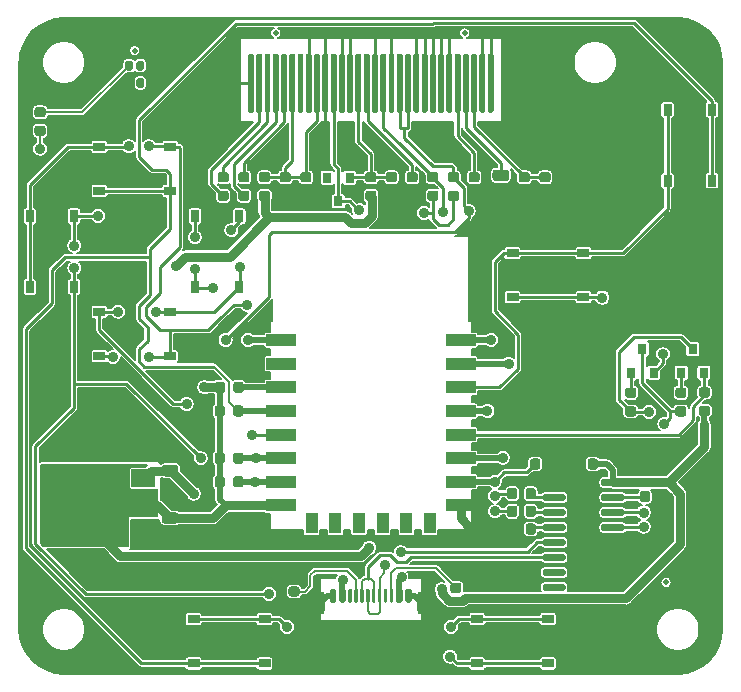
<source format=gbr>
%TF.GenerationSoftware,KiCad,Pcbnew,5.1.9-73d0e3b20d~88~ubuntu20.04.1*%
%TF.CreationDate,2021-04-29T21:08:44+02:00*%
%TF.ProjectId,gamearino,67616d65-6172-4696-9e6f-2e6b69636164,v0.0.1*%
%TF.SameCoordinates,PX5f5e100PY5f5e100*%
%TF.FileFunction,Copper,L1,Top*%
%TF.FilePolarity,Positive*%
%FSLAX46Y46*%
G04 Gerber Fmt 4.6, Leading zero omitted, Abs format (unit mm)*
G04 Created by KiCad (PCBNEW 5.1.9-73d0e3b20d~88~ubuntu20.04.1) date 2021-04-29 21:08:44*
%MOMM*%
%LPD*%
G01*
G04 APERTURE LIST*
%TA.AperFunction,SMDPad,CuDef*%
%ADD10C,0.500000*%
%TD*%
%TA.AperFunction,ComponentPad*%
%ADD11O,0.900000X1.700000*%
%TD*%
%TA.AperFunction,ComponentPad*%
%ADD12O,0.900000X2.000000*%
%TD*%
%TA.AperFunction,SMDPad,CuDef*%
%ADD13R,0.800000X0.900000*%
%TD*%
%TA.AperFunction,WasherPad*%
%ADD14C,0.500000*%
%TD*%
%TA.AperFunction,SMDPad,CuDef*%
%ADD15R,0.750000X1.000000*%
%TD*%
%TA.AperFunction,SMDPad,CuDef*%
%ADD16R,1.000000X0.750000*%
%TD*%
%TA.AperFunction,SMDPad,CuDef*%
%ADD17R,2.000000X1.500000*%
%TD*%
%TA.AperFunction,SMDPad,CuDef*%
%ADD18R,2.000000X3.800000*%
%TD*%
%TA.AperFunction,SMDPad,CuDef*%
%ADD19R,2.500000X1.000000*%
%TD*%
%TA.AperFunction,SMDPad,CuDef*%
%ADD20R,1.000000X1.800000*%
%TD*%
%TA.AperFunction,ViaPad*%
%ADD21C,0.900000*%
%TD*%
%TA.AperFunction,Conductor*%
%ADD22C,0.250000*%
%TD*%
%TA.AperFunction,Conductor*%
%ADD23C,0.750000*%
%TD*%
%TA.AperFunction,Conductor*%
%ADD24C,0.500000*%
%TD*%
%TA.AperFunction,Conductor*%
%ADD25C,0.200000*%
%TD*%
%TA.AperFunction,Conductor*%
%ADD26C,0.150000*%
%TD*%
%TA.AperFunction,Conductor*%
%ADD27C,0.300000*%
%TD*%
G04 APERTURE END LIST*
%TO.P,R20,2*%
%TO.N,Net-(D2-Pad2)*%
%TA.AperFunction,SMDPad,CuDef*%
G36*
G01*
X2256250Y47350000D02*
X1743750Y47350000D01*
G75*
G02*
X1525000Y47568750I0J218750D01*
G01*
X1525000Y48006250D01*
G75*
G02*
X1743750Y48225000I218750J0D01*
G01*
X2256250Y48225000D01*
G75*
G02*
X2475000Y48006250I0J-218750D01*
G01*
X2475000Y47568750D01*
G75*
G02*
X2256250Y47350000I-218750J0D01*
G01*
G37*
%TD.AperFunction*%
%TO.P,R20,1*%
%TO.N,Net-(C3-Pad1)*%
%TA.AperFunction,SMDPad,CuDef*%
G36*
G01*
X2256250Y45775000D02*
X1743750Y45775000D01*
G75*
G02*
X1525000Y45993750I0J218750D01*
G01*
X1525000Y46431250D01*
G75*
G02*
X1743750Y46650000I218750J0D01*
G01*
X2256250Y46650000D01*
G75*
G02*
X2475000Y46431250I0J-218750D01*
G01*
X2475000Y45993750D01*
G75*
G02*
X2256250Y45775000I-218750J0D01*
G01*
G37*
%TD.AperFunction*%
%TD*%
%TO.P,D2,2*%
%TO.N,Net-(D2-Pad2)*%
%TA.AperFunction,SMDPad,CuDef*%
G36*
G01*
X9200000Y51462500D02*
X9200000Y51987500D01*
G75*
G02*
X9362500Y52150000I162500J0D01*
G01*
X9687500Y52150000D01*
G75*
G02*
X9850000Y51987500I0J-162500D01*
G01*
X9850000Y51462500D01*
G75*
G02*
X9687500Y51300000I-162500J0D01*
G01*
X9362500Y51300000D01*
G75*
G02*
X9200000Y51462500I0J162500D01*
G01*
G37*
%TD.AperFunction*%
%TO.P,D2,4*%
%TO.N,GND*%
%TA.AperFunction,SMDPad,CuDef*%
G36*
G01*
X9200000Y50012500D02*
X9200000Y50537500D01*
G75*
G02*
X9362500Y50700000I162500J0D01*
G01*
X9687500Y50700000D01*
G75*
G02*
X9850000Y50537500I0J-162500D01*
G01*
X9850000Y50012500D01*
G75*
G02*
X9687500Y49850000I-162500J0D01*
G01*
X9362500Y49850000D01*
G75*
G02*
X9200000Y50012500I0J162500D01*
G01*
G37*
%TD.AperFunction*%
%TO.P,D2,3*%
%TO.N,N/C*%
%TA.AperFunction,SMDPad,CuDef*%
G36*
G01*
X10150000Y50012500D02*
X10150000Y50537500D01*
G75*
G02*
X10312500Y50700000I162500J0D01*
G01*
X10637500Y50700000D01*
G75*
G02*
X10800000Y50537500I0J-162500D01*
G01*
X10800000Y50012500D01*
G75*
G02*
X10637500Y49850000I-162500J0D01*
G01*
X10312500Y49850000D01*
G75*
G02*
X10150000Y50012500I0J162500D01*
G01*
G37*
%TD.AperFunction*%
%TO.P,D2,1*%
%TA.AperFunction,SMDPad,CuDef*%
G36*
G01*
X10150000Y51462500D02*
X10150000Y51987500D01*
G75*
G02*
X10312500Y52150000I162500J0D01*
G01*
X10637500Y52150000D01*
G75*
G02*
X10800000Y51987500I0J-162500D01*
G01*
X10800000Y51462500D01*
G75*
G02*
X10637500Y51300000I-162500J0D01*
G01*
X10312500Y51300000D01*
G75*
G02*
X10150000Y51462500I0J162500D01*
G01*
G37*
%TD.AperFunction*%
%TD*%
D10*
%TO.P,FID2,1*%
%TO.N,N/C*%
X55000000Y8000000D03*
%TD*%
%TO.P,FID1,1*%
%TO.N,N/C*%
X10000000Y53000000D03*
%TD*%
%TO.P,R10,2*%
%TO.N,GND*%
%TA.AperFunction,SMDPad,CuDef*%
G36*
G01*
X37456250Y8650000D02*
X36943750Y8650000D01*
G75*
G02*
X36725000Y8868750I0J218750D01*
G01*
X36725000Y9306250D01*
G75*
G02*
X36943750Y9525000I218750J0D01*
G01*
X37456250Y9525000D01*
G75*
G02*
X37675000Y9306250I0J-218750D01*
G01*
X37675000Y8868750D01*
G75*
G02*
X37456250Y8650000I-218750J0D01*
G01*
G37*
%TD.AperFunction*%
%TO.P,R10,1*%
%TO.N,Net-(R10-Pad1)*%
%TA.AperFunction,SMDPad,CuDef*%
G36*
G01*
X37456250Y7075000D02*
X36943750Y7075000D01*
G75*
G02*
X36725000Y7293750I0J218750D01*
G01*
X36725000Y7731250D01*
G75*
G02*
X36943750Y7950000I218750J0D01*
G01*
X37456250Y7950000D01*
G75*
G02*
X37675000Y7731250I0J-218750D01*
G01*
X37675000Y7293750D01*
G75*
G02*
X37456250Y7075000I-218750J0D01*
G01*
G37*
%TD.AperFunction*%
%TD*%
%TO.P,R9,2*%
%TO.N,Net-(R9-Pad2)*%
%TA.AperFunction,SMDPad,CuDef*%
G36*
G01*
X23243750Y7650000D02*
X23756250Y7650000D01*
G75*
G02*
X23975000Y7431250I0J-218750D01*
G01*
X23975000Y6993750D01*
G75*
G02*
X23756250Y6775000I-218750J0D01*
G01*
X23243750Y6775000D01*
G75*
G02*
X23025000Y6993750I0J218750D01*
G01*
X23025000Y7431250D01*
G75*
G02*
X23243750Y7650000I218750J0D01*
G01*
G37*
%TD.AperFunction*%
%TO.P,R9,1*%
%TO.N,GND*%
%TA.AperFunction,SMDPad,CuDef*%
G36*
G01*
X23243750Y9225000D02*
X23756250Y9225000D01*
G75*
G02*
X23975000Y9006250I0J-218750D01*
G01*
X23975000Y8568750D01*
G75*
G02*
X23756250Y8350000I-218750J0D01*
G01*
X23243750Y8350000D01*
G75*
G02*
X23025000Y8568750I0J218750D01*
G01*
X23025000Y9006250D01*
G75*
G02*
X23243750Y9225000I218750J0D01*
G01*
G37*
%TD.AperFunction*%
%TD*%
%TO.P,X1,A12*%
%TO.N,GND*%
%TA.AperFunction,SMDPad,CuDef*%
G36*
G01*
X32910000Y6425000D02*
X32910000Y7295000D01*
G75*
G02*
X33055000Y7440000I145000J0D01*
G01*
X33345000Y7440000D01*
G75*
G02*
X33490000Y7295000I0J-145000D01*
G01*
X33490000Y6425000D01*
G75*
G02*
X33345000Y6280000I-145000J0D01*
G01*
X33055000Y6280000D01*
G75*
G02*
X32910000Y6425000I0J145000D01*
G01*
G37*
%TD.AperFunction*%
%TO.P,X1,A9*%
%TO.N,Net-(C3-Pad1)*%
%TA.AperFunction,SMDPad,CuDef*%
G36*
G01*
X32110000Y6425000D02*
X32110000Y7295000D01*
G75*
G02*
X32255000Y7440000I145000J0D01*
G01*
X32545000Y7440000D01*
G75*
G02*
X32690000Y7295000I0J-145000D01*
G01*
X32690000Y6425000D01*
G75*
G02*
X32545000Y6280000I-145000J0D01*
G01*
X32255000Y6280000D01*
G75*
G02*
X32110000Y6425000I0J145000D01*
G01*
G37*
%TD.AperFunction*%
%TO.P,X1,B1*%
%TO.N,GND*%
%TA.AperFunction,SMDPad,CuDef*%
G36*
G01*
X32910000Y6425000D02*
X32910000Y7295000D01*
G75*
G02*
X33055000Y7440000I145000J0D01*
G01*
X33345000Y7440000D01*
G75*
G02*
X33490000Y7295000I0J-145000D01*
G01*
X33490000Y6425000D01*
G75*
G02*
X33345000Y6280000I-145000J0D01*
G01*
X33055000Y6280000D01*
G75*
G02*
X32910000Y6425000I0J145000D01*
G01*
G37*
%TD.AperFunction*%
%TO.P,X1,B4*%
%TO.N,Net-(C3-Pad1)*%
%TA.AperFunction,SMDPad,CuDef*%
G36*
G01*
X32110000Y6425000D02*
X32110000Y7295000D01*
G75*
G02*
X32255000Y7440000I145000J0D01*
G01*
X32545000Y7440000D01*
G75*
G02*
X32690000Y7295000I0J-145000D01*
G01*
X32690000Y6425000D01*
G75*
G02*
X32545000Y6280000I-145000J0D01*
G01*
X32255000Y6280000D01*
G75*
G02*
X32110000Y6425000I0J145000D01*
G01*
G37*
%TD.AperFunction*%
%TO.P,X1,B12*%
%TO.N,GND*%
%TA.AperFunction,SMDPad,CuDef*%
G36*
G01*
X26510000Y6425000D02*
X26510000Y7295000D01*
G75*
G02*
X26655000Y7440000I145000J0D01*
G01*
X26945000Y7440000D01*
G75*
G02*
X27090000Y7295000I0J-145000D01*
G01*
X27090000Y6425000D01*
G75*
G02*
X26945000Y6280000I-145000J0D01*
G01*
X26655000Y6280000D01*
G75*
G02*
X26510000Y6425000I0J145000D01*
G01*
G37*
%TD.AperFunction*%
%TO.P,X1,A1*%
%TA.AperFunction,SMDPad,CuDef*%
G36*
G01*
X26510000Y6425000D02*
X26510000Y7295000D01*
G75*
G02*
X26655000Y7440000I145000J0D01*
G01*
X26945000Y7440000D01*
G75*
G02*
X27090000Y7295000I0J-145000D01*
G01*
X27090000Y6425000D01*
G75*
G02*
X26945000Y6280000I-145000J0D01*
G01*
X26655000Y6280000D01*
G75*
G02*
X26510000Y6425000I0J145000D01*
G01*
G37*
%TD.AperFunction*%
%TO.P,X1,B9*%
%TO.N,Net-(C3-Pad1)*%
%TA.AperFunction,SMDPad,CuDef*%
G36*
G01*
X27310000Y6425000D02*
X27310000Y7295000D01*
G75*
G02*
X27455000Y7440000I145000J0D01*
G01*
X27745000Y7440000D01*
G75*
G02*
X27890000Y7295000I0J-145000D01*
G01*
X27890000Y6425000D01*
G75*
G02*
X27745000Y6280000I-145000J0D01*
G01*
X27455000Y6280000D01*
G75*
G02*
X27310000Y6425000I0J145000D01*
G01*
G37*
%TD.AperFunction*%
%TO.P,X1,A4*%
%TA.AperFunction,SMDPad,CuDef*%
G36*
G01*
X27310000Y6425000D02*
X27310000Y7295000D01*
G75*
G02*
X27455000Y7440000I145000J0D01*
G01*
X27745000Y7440000D01*
G75*
G02*
X27890000Y7295000I0J-145000D01*
G01*
X27890000Y6425000D01*
G75*
G02*
X27745000Y6280000I-145000J0D01*
G01*
X27455000Y6280000D01*
G75*
G02*
X27310000Y6425000I0J145000D01*
G01*
G37*
%TD.AperFunction*%
%TO.P,X1,B5*%
%TO.N,Net-(R10-Pad1)*%
%TA.AperFunction,SMDPad,CuDef*%
G36*
G01*
X31890000Y7370000D02*
X31890000Y6350000D01*
G75*
G02*
X31820000Y6280000I-70000J0D01*
G01*
X31680000Y6280000D01*
G75*
G02*
X31610000Y6350000I0J70000D01*
G01*
X31610000Y7370000D01*
G75*
G02*
X31680000Y7440000I70000J0D01*
G01*
X31820000Y7440000D01*
G75*
G02*
X31890000Y7370000I0J-70000D01*
G01*
G37*
%TD.AperFunction*%
%TO.P,X1,B6*%
%TO.N,/USB/D+*%
%TA.AperFunction,SMDPad,CuDef*%
G36*
G01*
X30890000Y7370000D02*
X30890000Y6350000D01*
G75*
G02*
X30820000Y6280000I-70000J0D01*
G01*
X30680000Y6280000D01*
G75*
G02*
X30610000Y6350000I0J70000D01*
G01*
X30610000Y7370000D01*
G75*
G02*
X30680000Y7440000I70000J0D01*
G01*
X30820000Y7440000D01*
G75*
G02*
X30890000Y7370000I0J-70000D01*
G01*
G37*
%TD.AperFunction*%
%TO.P,X1,A8*%
%TO.N,N/C*%
%TA.AperFunction,SMDPad,CuDef*%
G36*
G01*
X31390000Y7370000D02*
X31390000Y6350000D01*
G75*
G02*
X31320000Y6280000I-70000J0D01*
G01*
X31180000Y6280000D01*
G75*
G02*
X31110000Y6350000I0J70000D01*
G01*
X31110000Y7370000D01*
G75*
G02*
X31180000Y7440000I70000J0D01*
G01*
X31320000Y7440000D01*
G75*
G02*
X31390000Y7370000I0J-70000D01*
G01*
G37*
%TD.AperFunction*%
%TO.P,X1,A5*%
%TO.N,Net-(R9-Pad2)*%
%TA.AperFunction,SMDPad,CuDef*%
G36*
G01*
X28890000Y7370000D02*
X28890000Y6350000D01*
G75*
G02*
X28820000Y6280000I-70000J0D01*
G01*
X28680000Y6280000D01*
G75*
G02*
X28610000Y6350000I0J70000D01*
G01*
X28610000Y7370000D01*
G75*
G02*
X28680000Y7440000I70000J0D01*
G01*
X28820000Y7440000D01*
G75*
G02*
X28890000Y7370000I0J-70000D01*
G01*
G37*
%TD.AperFunction*%
%TO.P,X1,B8*%
%TO.N,N/C*%
%TA.AperFunction,SMDPad,CuDef*%
G36*
G01*
X28390000Y7370000D02*
X28390000Y6350000D01*
G75*
G02*
X28320000Y6280000I-70000J0D01*
G01*
X28180000Y6280000D01*
G75*
G02*
X28110000Y6350000I0J70000D01*
G01*
X28110000Y7370000D01*
G75*
G02*
X28180000Y7440000I70000J0D01*
G01*
X28320000Y7440000D01*
G75*
G02*
X28390000Y7370000I0J-70000D01*
G01*
G37*
%TD.AperFunction*%
%TO.P,X1,A7*%
%TO.N,/USB/D-*%
%TA.AperFunction,SMDPad,CuDef*%
G36*
G01*
X30390000Y7370000D02*
X30390000Y6350000D01*
G75*
G02*
X30320000Y6280000I-70000J0D01*
G01*
X30180000Y6280000D01*
G75*
G02*
X30110000Y6350000I0J70000D01*
G01*
X30110000Y7370000D01*
G75*
G02*
X30180000Y7440000I70000J0D01*
G01*
X30320000Y7440000D01*
G75*
G02*
X30390000Y7370000I0J-70000D01*
G01*
G37*
%TD.AperFunction*%
%TO.P,X1,A6*%
%TO.N,/USB/D+*%
%TA.AperFunction,SMDPad,CuDef*%
G36*
G01*
X29890000Y7370000D02*
X29890000Y6350000D01*
G75*
G02*
X29820000Y6280000I-70000J0D01*
G01*
X29680000Y6280000D01*
G75*
G02*
X29610000Y6350000I0J70000D01*
G01*
X29610000Y7370000D01*
G75*
G02*
X29680000Y7440000I70000J0D01*
G01*
X29820000Y7440000D01*
G75*
G02*
X29890000Y7370000I0J-70000D01*
G01*
G37*
%TD.AperFunction*%
%TO.P,X1,B7*%
%TO.N,/USB/D-*%
%TA.AperFunction,SMDPad,CuDef*%
G36*
G01*
X29390000Y7370000D02*
X29390000Y6350000D01*
G75*
G02*
X29320000Y6280000I-70000J0D01*
G01*
X29180000Y6280000D01*
G75*
G02*
X29110000Y6350000I0J70000D01*
G01*
X29110000Y7370000D01*
G75*
G02*
X29180000Y7440000I70000J0D01*
G01*
X29320000Y7440000D01*
G75*
G02*
X29390000Y7370000I0J-70000D01*
G01*
G37*
%TD.AperFunction*%
D11*
%TO.P,X1,S1*%
%TO.N,GND*%
X34320000Y2110000D03*
X25680000Y2110000D03*
D12*
X34320000Y6280000D03*
X25680000Y6280000D03*
%TD*%
%TO.P,C12,2*%
%TO.N,GND*%
%TA.AperFunction,SMDPad,CuDef*%
G36*
G01*
X44493750Y41150000D02*
X45006250Y41150000D01*
G75*
G02*
X45225000Y40931250I0J-218750D01*
G01*
X45225000Y40493750D01*
G75*
G02*
X45006250Y40275000I-218750J0D01*
G01*
X44493750Y40275000D01*
G75*
G02*
X44275000Y40493750I0J218750D01*
G01*
X44275000Y40931250D01*
G75*
G02*
X44493750Y41150000I218750J0D01*
G01*
G37*
%TD.AperFunction*%
%TO.P,C12,1*%
%TO.N,Net-(C11-Pad1)*%
%TA.AperFunction,SMDPad,CuDef*%
G36*
G01*
X44493750Y42725000D02*
X45006250Y42725000D01*
G75*
G02*
X45225000Y42506250I0J-218750D01*
G01*
X45225000Y42068750D01*
G75*
G02*
X45006250Y41850000I-218750J0D01*
G01*
X44493750Y41850000D01*
G75*
G02*
X44275000Y42068750I0J218750D01*
G01*
X44275000Y42506250D01*
G75*
G02*
X44493750Y42725000I218750J0D01*
G01*
G37*
%TD.AperFunction*%
%TD*%
%TO.P,C11,2*%
%TO.N,GND*%
%TA.AperFunction,SMDPad,CuDef*%
G36*
G01*
X42743750Y41150000D02*
X43256250Y41150000D01*
G75*
G02*
X43475000Y40931250I0J-218750D01*
G01*
X43475000Y40493750D01*
G75*
G02*
X43256250Y40275000I-218750J0D01*
G01*
X42743750Y40275000D01*
G75*
G02*
X42525000Y40493750I0J218750D01*
G01*
X42525000Y40931250D01*
G75*
G02*
X42743750Y41150000I218750J0D01*
G01*
G37*
%TD.AperFunction*%
%TO.P,C11,1*%
%TO.N,Net-(C11-Pad1)*%
%TA.AperFunction,SMDPad,CuDef*%
G36*
G01*
X42743750Y42725000D02*
X43256250Y42725000D01*
G75*
G02*
X43475000Y42506250I0J-218750D01*
G01*
X43475000Y42068750D01*
G75*
G02*
X43256250Y41850000I-218750J0D01*
G01*
X42743750Y41850000D01*
G75*
G02*
X42525000Y42068750I0J218750D01*
G01*
X42525000Y42506250D01*
G75*
G02*
X42743750Y42725000I218750J0D01*
G01*
G37*
%TD.AperFunction*%
%TD*%
%TO.P,C10,2*%
%TO.N,GND*%
%TA.AperFunction,SMDPad,CuDef*%
G36*
G01*
X40543750Y41050000D02*
X41456250Y41050000D01*
G75*
G02*
X41700000Y40806250I0J-243750D01*
G01*
X41700000Y40318750D01*
G75*
G02*
X41456250Y40075000I-243750J0D01*
G01*
X40543750Y40075000D01*
G75*
G02*
X40300000Y40318750I0J243750D01*
G01*
X40300000Y40806250D01*
G75*
G02*
X40543750Y41050000I243750J0D01*
G01*
G37*
%TD.AperFunction*%
%TO.P,C10,1*%
%TO.N,Net-(C10-Pad1)*%
%TA.AperFunction,SMDPad,CuDef*%
G36*
G01*
X40543750Y42925000D02*
X41456250Y42925000D01*
G75*
G02*
X41700000Y42681250I0J-243750D01*
G01*
X41700000Y42193750D01*
G75*
G02*
X41456250Y41950000I-243750J0D01*
G01*
X40543750Y41950000D01*
G75*
G02*
X40300000Y42193750I0J243750D01*
G01*
X40300000Y42681250D01*
G75*
G02*
X40543750Y42925000I243750J0D01*
G01*
G37*
%TD.AperFunction*%
%TD*%
%TO.P,R8,2*%
%TO.N,/Auto-Reset/GPIO0*%
%TA.AperFunction,SMDPad,CuDef*%
G36*
G01*
X58506250Y23637500D02*
X57993750Y23637500D01*
G75*
G02*
X57775000Y23856250I0J218750D01*
G01*
X57775000Y24293750D01*
G75*
G02*
X57993750Y24512500I218750J0D01*
G01*
X58506250Y24512500D01*
G75*
G02*
X58725000Y24293750I0J-218750D01*
G01*
X58725000Y23856250D01*
G75*
G02*
X58506250Y23637500I-218750J0D01*
G01*
G37*
%TD.AperFunction*%
%TO.P,R8,1*%
%TO.N,+3V3*%
%TA.AperFunction,SMDPad,CuDef*%
G36*
G01*
X58506250Y22062500D02*
X57993750Y22062500D01*
G75*
G02*
X57775000Y22281250I0J218750D01*
G01*
X57775000Y22718750D01*
G75*
G02*
X57993750Y22937500I218750J0D01*
G01*
X58506250Y22937500D01*
G75*
G02*
X58725000Y22718750I0J-218750D01*
G01*
X58725000Y22281250D01*
G75*
G02*
X58506250Y22062500I-218750J0D01*
G01*
G37*
%TD.AperFunction*%
%TD*%
%TO.P,R6,2*%
%TO.N,/Auto-Reset/DTR*%
%TA.AperFunction,SMDPad,CuDef*%
G36*
G01*
X51743750Y22900000D02*
X52256250Y22900000D01*
G75*
G02*
X52475000Y22681250I0J-218750D01*
G01*
X52475000Y22243750D01*
G75*
G02*
X52256250Y22025000I-218750J0D01*
G01*
X51743750Y22025000D01*
G75*
G02*
X51525000Y22243750I0J218750D01*
G01*
X51525000Y22681250D01*
G75*
G02*
X51743750Y22900000I218750J0D01*
G01*
G37*
%TD.AperFunction*%
%TO.P,R6,1*%
%TO.N,Net-(Q1-Pad1)*%
%TA.AperFunction,SMDPad,CuDef*%
G36*
G01*
X51743750Y24475000D02*
X52256250Y24475000D01*
G75*
G02*
X52475000Y24256250I0J-218750D01*
G01*
X52475000Y23818750D01*
G75*
G02*
X52256250Y23600000I-218750J0D01*
G01*
X51743750Y23600000D01*
G75*
G02*
X51525000Y23818750I0J218750D01*
G01*
X51525000Y24256250D01*
G75*
G02*
X51743750Y24475000I218750J0D01*
G01*
G37*
%TD.AperFunction*%
%TD*%
%TO.P,R7,2*%
%TO.N,/Auto-Reset/RTS*%
%TA.AperFunction,SMDPad,CuDef*%
G36*
G01*
X55993750Y22900000D02*
X56506250Y22900000D01*
G75*
G02*
X56725000Y22681250I0J-218750D01*
G01*
X56725000Y22243750D01*
G75*
G02*
X56506250Y22025000I-218750J0D01*
G01*
X55993750Y22025000D01*
G75*
G02*
X55775000Y22243750I0J218750D01*
G01*
X55775000Y22681250D01*
G75*
G02*
X55993750Y22900000I218750J0D01*
G01*
G37*
%TD.AperFunction*%
%TO.P,R7,1*%
%TO.N,Net-(Q2-Pad1)*%
%TA.AperFunction,SMDPad,CuDef*%
G36*
G01*
X55993750Y24475000D02*
X56506250Y24475000D01*
G75*
G02*
X56725000Y24256250I0J-218750D01*
G01*
X56725000Y23818750D01*
G75*
G02*
X56506250Y23600000I-218750J0D01*
G01*
X55993750Y23600000D01*
G75*
G02*
X55775000Y23818750I0J218750D01*
G01*
X55775000Y24256250D01*
G75*
G02*
X55993750Y24475000I218750J0D01*
G01*
G37*
%TD.AperFunction*%
%TD*%
D13*
%TO.P,Q1,3*%
%TO.N,/Auto-Reset/RTS*%
X53000000Y27750000D03*
%TO.P,Q1,2*%
%TO.N,/Auto-Reset/Reset*%
X53950000Y25750000D03*
%TO.P,Q1,1*%
%TO.N,Net-(Q1-Pad1)*%
X52050000Y25750000D03*
%TD*%
%TO.P,Q2,3*%
%TO.N,/Auto-Reset/DTR*%
X57250000Y27750000D03*
%TO.P,Q2,2*%
%TO.N,/Auto-Reset/GPIO0*%
X58200000Y25750000D03*
%TO.P,Q2,1*%
%TO.N,Net-(Q2-Pad1)*%
X56300000Y25750000D03*
%TD*%
D14*
%TO.P,U4,*%
%TO.N,*%
X37950000Y54500000D03*
X21950000Y54500000D03*
%TO.P,U4,30*%
%TO.N,GND*%
%TA.AperFunction,SMDPad,CuDef*%
G36*
G01*
X39900000Y47875000D02*
X39900000Y52625000D01*
G75*
G02*
X40025000Y52750000I125000J0D01*
G01*
X40275000Y52750000D01*
G75*
G02*
X40400000Y52625000I0J-125000D01*
G01*
X40400000Y47875000D01*
G75*
G02*
X40275000Y47750000I-125000J0D01*
G01*
X40025000Y47750000D01*
G75*
G02*
X39900000Y47875000I0J125000D01*
G01*
G37*
%TD.AperFunction*%
%TO.P,U4,29*%
%TA.AperFunction,SMDPad,CuDef*%
G36*
G01*
X39200000Y47875000D02*
X39200000Y52625000D01*
G75*
G02*
X39325000Y52750000I125000J0D01*
G01*
X39575000Y52750000D01*
G75*
G02*
X39700000Y52625000I0J-125000D01*
G01*
X39700000Y47875000D01*
G75*
G02*
X39575000Y47750000I-125000J0D01*
G01*
X39325000Y47750000D01*
G75*
G02*
X39200000Y47875000I0J125000D01*
G01*
G37*
%TD.AperFunction*%
%TO.P,U4,28*%
%TO.N,Net-(C11-Pad1)*%
%TA.AperFunction,SMDPad,CuDef*%
G36*
G01*
X38500000Y47875000D02*
X38500000Y52625000D01*
G75*
G02*
X38625000Y52750000I125000J0D01*
G01*
X38875000Y52750000D01*
G75*
G02*
X39000000Y52625000I0J-125000D01*
G01*
X39000000Y47875000D01*
G75*
G02*
X38875000Y47750000I-125000J0D01*
G01*
X38625000Y47750000D01*
G75*
G02*
X38500000Y47875000I0J125000D01*
G01*
G37*
%TD.AperFunction*%
%TO.P,U4,27*%
%TO.N,Net-(C10-Pad1)*%
%TA.AperFunction,SMDPad,CuDef*%
G36*
G01*
X37800000Y47875000D02*
X37800000Y52625000D01*
G75*
G02*
X37925000Y52750000I125000J0D01*
G01*
X38175000Y52750000D01*
G75*
G02*
X38300000Y52625000I0J-125000D01*
G01*
X38300000Y47875000D01*
G75*
G02*
X38175000Y47750000I-125000J0D01*
G01*
X37925000Y47750000D01*
G75*
G02*
X37800000Y47875000I0J125000D01*
G01*
G37*
%TD.AperFunction*%
%TO.P,U4,26*%
%TO.N,Net-(R19-Pad2)*%
%TA.AperFunction,SMDPad,CuDef*%
G36*
G01*
X37100000Y47875000D02*
X37100000Y52625000D01*
G75*
G02*
X37225000Y52750000I125000J0D01*
G01*
X37475000Y52750000D01*
G75*
G02*
X37600000Y52625000I0J-125000D01*
G01*
X37600000Y47875000D01*
G75*
G02*
X37475000Y47750000I-125000J0D01*
G01*
X37225000Y47750000D01*
G75*
G02*
X37100000Y47875000I0J125000D01*
G01*
G37*
%TD.AperFunction*%
%TO.P,U4,25*%
%TO.N,GND*%
%TA.AperFunction,SMDPad,CuDef*%
G36*
G01*
X36400000Y47875000D02*
X36400000Y52625000D01*
G75*
G02*
X36525000Y52750000I125000J0D01*
G01*
X36775000Y52750000D01*
G75*
G02*
X36900000Y52625000I0J-125000D01*
G01*
X36900000Y47875000D01*
G75*
G02*
X36775000Y47750000I-125000J0D01*
G01*
X36525000Y47750000D01*
G75*
G02*
X36400000Y47875000I0J125000D01*
G01*
G37*
%TD.AperFunction*%
%TO.P,U4,24*%
%TA.AperFunction,SMDPad,CuDef*%
G36*
G01*
X35700000Y47875000D02*
X35700000Y52625000D01*
G75*
G02*
X35825000Y52750000I125000J0D01*
G01*
X36075000Y52750000D01*
G75*
G02*
X36200000Y52625000I0J-125000D01*
G01*
X36200000Y47875000D01*
G75*
G02*
X36075000Y47750000I-125000J0D01*
G01*
X35825000Y47750000D01*
G75*
G02*
X35700000Y47875000I0J125000D01*
G01*
G37*
%TD.AperFunction*%
%TO.P,U4,23*%
%TA.AperFunction,SMDPad,CuDef*%
G36*
G01*
X35000000Y47875000D02*
X35000000Y52625000D01*
G75*
G02*
X35125000Y52750000I125000J0D01*
G01*
X35375000Y52750000D01*
G75*
G02*
X35500000Y52625000I0J-125000D01*
G01*
X35500000Y47875000D01*
G75*
G02*
X35375000Y47750000I-125000J0D01*
G01*
X35125000Y47750000D01*
G75*
G02*
X35000000Y47875000I0J125000D01*
G01*
G37*
%TD.AperFunction*%
%TO.P,U4,22*%
%TA.AperFunction,SMDPad,CuDef*%
G36*
G01*
X34300000Y47875000D02*
X34300000Y52625000D01*
G75*
G02*
X34425000Y52750000I125000J0D01*
G01*
X34675000Y52750000D01*
G75*
G02*
X34800000Y52625000I0J-125000D01*
G01*
X34800000Y47875000D01*
G75*
G02*
X34675000Y47750000I-125000J0D01*
G01*
X34425000Y47750000D01*
G75*
G02*
X34300000Y47875000I0J125000D01*
G01*
G37*
%TD.AperFunction*%
%TO.P,U4,21*%
%TA.AperFunction,SMDPad,CuDef*%
G36*
G01*
X33600000Y47875000D02*
X33600000Y52625000D01*
G75*
G02*
X33725000Y52750000I125000J0D01*
G01*
X33975000Y52750000D01*
G75*
G02*
X34100000Y52625000I0J-125000D01*
G01*
X34100000Y47875000D01*
G75*
G02*
X33975000Y47750000I-125000J0D01*
G01*
X33725000Y47750000D01*
G75*
G02*
X33600000Y47875000I0J125000D01*
G01*
G37*
%TD.AperFunction*%
%TO.P,U4,20*%
%TO.N,/OLED 128x64/SCL*%
%TA.AperFunction,SMDPad,CuDef*%
G36*
G01*
X32900000Y47875000D02*
X32900000Y52625000D01*
G75*
G02*
X33025000Y52750000I125000J0D01*
G01*
X33275000Y52750000D01*
G75*
G02*
X33400000Y52625000I0J-125000D01*
G01*
X33400000Y47875000D01*
G75*
G02*
X33275000Y47750000I-125000J0D01*
G01*
X33025000Y47750000D01*
G75*
G02*
X32900000Y47875000I0J125000D01*
G01*
G37*
%TD.AperFunction*%
%TO.P,U4,19*%
%TA.AperFunction,SMDPad,CuDef*%
G36*
G01*
X32200000Y47875000D02*
X32200000Y52625000D01*
G75*
G02*
X32325000Y52750000I125000J0D01*
G01*
X32575000Y52750000D01*
G75*
G02*
X32700000Y52625000I0J-125000D01*
G01*
X32700000Y47875000D01*
G75*
G02*
X32575000Y47750000I-125000J0D01*
G01*
X32325000Y47750000D01*
G75*
G02*
X32200000Y47875000I0J125000D01*
G01*
G37*
%TD.AperFunction*%
%TO.P,U4,17*%
%TO.N,GND*%
%TA.AperFunction,SMDPad,CuDef*%
G36*
G01*
X31500000Y47875000D02*
X31500000Y52625000D01*
G75*
G02*
X31625000Y52750000I125000J0D01*
G01*
X31875000Y52750000D01*
G75*
G02*
X32000000Y52625000I0J-125000D01*
G01*
X32000000Y47875000D01*
G75*
G02*
X31875000Y47750000I-125000J0D01*
G01*
X31625000Y47750000D01*
G75*
G02*
X31500000Y47875000I0J125000D01*
G01*
G37*
%TD.AperFunction*%
%TO.P,U4,18*%
%TO.N,/OLED 128x64/SDA*%
%TA.AperFunction,SMDPad,CuDef*%
G36*
G01*
X30800000Y47875000D02*
X30800000Y52625000D01*
G75*
G02*
X30925000Y52750000I125000J0D01*
G01*
X31175000Y52750000D01*
G75*
G02*
X31300000Y52625000I0J-125000D01*
G01*
X31300000Y47875000D01*
G75*
G02*
X31175000Y47750000I-125000J0D01*
G01*
X30925000Y47750000D01*
G75*
G02*
X30800000Y47875000I0J125000D01*
G01*
G37*
%TD.AperFunction*%
%TO.P,U4,16*%
%TO.N,GND*%
%TA.AperFunction,SMDPad,CuDef*%
G36*
G01*
X30100000Y47875000D02*
X30100000Y52625000D01*
G75*
G02*
X30225000Y52750000I125000J0D01*
G01*
X30475000Y52750000D01*
G75*
G02*
X30600000Y52625000I0J-125000D01*
G01*
X30600000Y47875000D01*
G75*
G02*
X30475000Y47750000I-125000J0D01*
G01*
X30225000Y47750000D01*
G75*
G02*
X30100000Y47875000I0J125000D01*
G01*
G37*
%TD.AperFunction*%
%TO.P,U4,15*%
%TO.N,Net-(R18-Pad1)*%
%TA.AperFunction,SMDPad,CuDef*%
G36*
G01*
X29400000Y47875000D02*
X29400000Y52625000D01*
G75*
G02*
X29525000Y52750000I125000J0D01*
G01*
X29775000Y52750000D01*
G75*
G02*
X29900000Y52625000I0J-125000D01*
G01*
X29900000Y47875000D01*
G75*
G02*
X29775000Y47750000I-125000J0D01*
G01*
X29525000Y47750000D01*
G75*
G02*
X29400000Y47875000I0J125000D01*
G01*
G37*
%TD.AperFunction*%
%TO.P,U4,14*%
%TO.N,Net-(C5-Pad1)*%
%TA.AperFunction,SMDPad,CuDef*%
G36*
G01*
X28700000Y47875000D02*
X28700000Y52625000D01*
G75*
G02*
X28825000Y52750000I125000J0D01*
G01*
X29075000Y52750000D01*
G75*
G02*
X29200000Y52625000I0J-125000D01*
G01*
X29200000Y47875000D01*
G75*
G02*
X29075000Y47750000I-125000J0D01*
G01*
X28825000Y47750000D01*
G75*
G02*
X28700000Y47875000I0J125000D01*
G01*
G37*
%TD.AperFunction*%
%TO.P,U4,13*%
%TO.N,GND*%
%TA.AperFunction,SMDPad,CuDef*%
G36*
G01*
X28000000Y47875000D02*
X28000000Y52625000D01*
G75*
G02*
X28125000Y52750000I125000J0D01*
G01*
X28375000Y52750000D01*
G75*
G02*
X28500000Y52625000I0J-125000D01*
G01*
X28500000Y47875000D01*
G75*
G02*
X28375000Y47750000I-125000J0D01*
G01*
X28125000Y47750000D01*
G75*
G02*
X28000000Y47875000I0J125000D01*
G01*
G37*
%TD.AperFunction*%
%TO.P,U4,12*%
%TA.AperFunction,SMDPad,CuDef*%
G36*
G01*
X27300000Y47875000D02*
X27300000Y52625000D01*
G75*
G02*
X27425000Y52750000I125000J0D01*
G01*
X27675000Y52750000D01*
G75*
G02*
X27800000Y52625000I0J-125000D01*
G01*
X27800000Y47875000D01*
G75*
G02*
X27675000Y47750000I-125000J0D01*
G01*
X27425000Y47750000D01*
G75*
G02*
X27300000Y47875000I0J125000D01*
G01*
G37*
%TD.AperFunction*%
%TO.P,U4,11*%
%TO.N,Net-(D1-Pad3)*%
%TA.AperFunction,SMDPad,CuDef*%
G36*
G01*
X26600000Y47875000D02*
X26600000Y52625000D01*
G75*
G02*
X26725000Y52750000I125000J0D01*
G01*
X26975000Y52750000D01*
G75*
G02*
X27100000Y52625000I0J-125000D01*
G01*
X27100000Y47875000D01*
G75*
G02*
X26975000Y47750000I-125000J0D01*
G01*
X26725000Y47750000D01*
G75*
G02*
X26600000Y47875000I0J125000D01*
G01*
G37*
%TD.AperFunction*%
%TO.P,U4,10*%
%TO.N,GND*%
%TA.AperFunction,SMDPad,CuDef*%
G36*
G01*
X25900000Y47875000D02*
X25900000Y52625000D01*
G75*
G02*
X26025000Y52750000I125000J0D01*
G01*
X26275000Y52750000D01*
G75*
G02*
X26400000Y52625000I0J-125000D01*
G01*
X26400000Y47875000D01*
G75*
G02*
X26275000Y47750000I-125000J0D01*
G01*
X26025000Y47750000D01*
G75*
G02*
X25900000Y47875000I0J125000D01*
G01*
G37*
%TD.AperFunction*%
%TO.P,U4,9*%
%TO.N,Net-(C6-Pad1)*%
%TA.AperFunction,SMDPad,CuDef*%
G36*
G01*
X25200000Y47875000D02*
X25200000Y52625000D01*
G75*
G02*
X25325000Y52750000I125000J0D01*
G01*
X25575000Y52750000D01*
G75*
G02*
X25700000Y52625000I0J-125000D01*
G01*
X25700000Y47875000D01*
G75*
G02*
X25575000Y47750000I-125000J0D01*
G01*
X25325000Y47750000D01*
G75*
G02*
X25200000Y47875000I0J125000D01*
G01*
G37*
%TD.AperFunction*%
%TO.P,U4,8*%
%TO.N,GND*%
%TA.AperFunction,SMDPad,CuDef*%
G36*
G01*
X24500000Y47875000D02*
X24500000Y52625000D01*
G75*
G02*
X24625000Y52750000I125000J0D01*
G01*
X24875000Y52750000D01*
G75*
G02*
X25000000Y52625000I0J-125000D01*
G01*
X25000000Y47875000D01*
G75*
G02*
X24875000Y47750000I-125000J0D01*
G01*
X24625000Y47750000D01*
G75*
G02*
X24500000Y47875000I0J125000D01*
G01*
G37*
%TD.AperFunction*%
%TO.P,U4,7*%
%TO.N,N/C*%
%TA.AperFunction,SMDPad,CuDef*%
G36*
G01*
X23800000Y47875000D02*
X23800000Y52625000D01*
G75*
G02*
X23925000Y52750000I125000J0D01*
G01*
X24175000Y52750000D01*
G75*
G02*
X24300000Y52625000I0J-125000D01*
G01*
X24300000Y47875000D01*
G75*
G02*
X24175000Y47750000I-125000J0D01*
G01*
X23925000Y47750000D01*
G75*
G02*
X23800000Y47875000I0J125000D01*
G01*
G37*
%TD.AperFunction*%
%TO.P,U4,6*%
%TO.N,Net-(C6-Pad1)*%
%TA.AperFunction,SMDPad,CuDef*%
G36*
G01*
X23100000Y47875000D02*
X23100000Y52625000D01*
G75*
G02*
X23225000Y52750000I125000J0D01*
G01*
X23475000Y52750000D01*
G75*
G02*
X23600000Y52625000I0J-125000D01*
G01*
X23600000Y47875000D01*
G75*
G02*
X23475000Y47750000I-125000J0D01*
G01*
X23225000Y47750000D01*
G75*
G02*
X23100000Y47875000I0J125000D01*
G01*
G37*
%TD.AperFunction*%
%TO.P,U4,5*%
%TO.N,Net-(C9-Pad2)*%
%TA.AperFunction,SMDPad,CuDef*%
G36*
G01*
X22400000Y47875000D02*
X22400000Y52625000D01*
G75*
G02*
X22525000Y52750000I125000J0D01*
G01*
X22775000Y52750000D01*
G75*
G02*
X22900000Y52625000I0J-125000D01*
G01*
X22900000Y47875000D01*
G75*
G02*
X22775000Y47750000I-125000J0D01*
G01*
X22525000Y47750000D01*
G75*
G02*
X22400000Y47875000I0J125000D01*
G01*
G37*
%TD.AperFunction*%
%TO.P,U4,4*%
%TO.N,Net-(C9-Pad1)*%
%TA.AperFunction,SMDPad,CuDef*%
G36*
G01*
X21700000Y47875000D02*
X21700000Y52625000D01*
G75*
G02*
X21825000Y52750000I125000J0D01*
G01*
X22075000Y52750000D01*
G75*
G02*
X22200000Y52625000I0J-125000D01*
G01*
X22200000Y47875000D01*
G75*
G02*
X22075000Y47750000I-125000J0D01*
G01*
X21825000Y47750000D01*
G75*
G02*
X21700000Y47875000I0J125000D01*
G01*
G37*
%TD.AperFunction*%
%TO.P,U4,2*%
%TO.N,Net-(C8-Pad1)*%
%TA.AperFunction,SMDPad,CuDef*%
G36*
G01*
X20300000Y47875000D02*
X20300000Y52625000D01*
G75*
G02*
X20425000Y52750000I125000J0D01*
G01*
X20675000Y52750000D01*
G75*
G02*
X20800000Y52625000I0J-125000D01*
G01*
X20800000Y47875000D01*
G75*
G02*
X20675000Y47750000I-125000J0D01*
G01*
X20425000Y47750000D01*
G75*
G02*
X20300000Y47875000I0J125000D01*
G01*
G37*
%TD.AperFunction*%
%TO.P,U4,3*%
%TO.N,Net-(C8-Pad2)*%
%TA.AperFunction,SMDPad,CuDef*%
G36*
G01*
X21000000Y47875000D02*
X21000000Y52625000D01*
G75*
G02*
X21125000Y52750000I125000J0D01*
G01*
X21375000Y52750000D01*
G75*
G02*
X21500000Y52625000I0J-125000D01*
G01*
X21500000Y47875000D01*
G75*
G02*
X21375000Y47750000I-125000J0D01*
G01*
X21125000Y47750000D01*
G75*
G02*
X21000000Y47875000I0J125000D01*
G01*
G37*
%TD.AperFunction*%
%TO.P,U4,1*%
%TO.N,GND*%
%TA.AperFunction,SMDPad,CuDef*%
G36*
G01*
X19600000Y47875000D02*
X19600000Y52625000D01*
G75*
G02*
X19725000Y52750000I125000J0D01*
G01*
X19975000Y52750000D01*
G75*
G02*
X20100000Y52625000I0J-125000D01*
G01*
X20100000Y47875000D01*
G75*
G02*
X19975000Y47750000I-125000J0D01*
G01*
X19725000Y47750000D01*
G75*
G02*
X19600000Y47875000I0J125000D01*
G01*
G37*
%TD.AperFunction*%
%TD*%
%TO.P,C3,2*%
%TO.N,GND*%
%TA.AperFunction,SMDPad,CuDef*%
G36*
G01*
X12543750Y16050000D02*
X13456250Y16050000D01*
G75*
G02*
X13700000Y15806250I0J-243750D01*
G01*
X13700000Y15318750D01*
G75*
G02*
X13456250Y15075000I-243750J0D01*
G01*
X12543750Y15075000D01*
G75*
G02*
X12300000Y15318750I0J243750D01*
G01*
X12300000Y15806250D01*
G75*
G02*
X12543750Y16050000I243750J0D01*
G01*
G37*
%TD.AperFunction*%
%TO.P,C3,1*%
%TO.N,Net-(C3-Pad1)*%
%TA.AperFunction,SMDPad,CuDef*%
G36*
G01*
X12543750Y17925000D02*
X13456250Y17925000D01*
G75*
G02*
X13700000Y17681250I0J-243750D01*
G01*
X13700000Y17193750D01*
G75*
G02*
X13456250Y16950000I-243750J0D01*
G01*
X12543750Y16950000D01*
G75*
G02*
X12300000Y17193750I0J243750D01*
G01*
X12300000Y17681250D01*
G75*
G02*
X12543750Y17925000I243750J0D01*
G01*
G37*
%TD.AperFunction*%
%TD*%
D15*
%TO.P,SW8,1*%
%TO.N,/Buttons/C2*%
X55125000Y48000000D03*
%TO.P,SW8,2*%
%TO.N,/Buttons/R0*%
X58875000Y42000000D03*
X58875000Y48000000D03*
%TO.P,SW8,1*%
%TO.N,/Buttons/C2*%
X55125000Y42000000D03*
%TD*%
D16*
%TO.P,SW7,1*%
%TO.N,/Buttons/C2*%
X48000000Y35875000D03*
%TO.P,SW7,2*%
%TO.N,/Buttons/R1*%
X42000000Y32125000D03*
X48000000Y32125000D03*
%TO.P,SW7,1*%
%TO.N,/Buttons/C2*%
X42000000Y35875000D03*
%TD*%
%TO.P,SW6,1*%
%TO.N,/Buttons/C1*%
X45000000Y4875000D03*
%TO.P,SW6,2*%
%TO.N,/Buttons/R1*%
X39000000Y1125000D03*
X45000000Y1125000D03*
%TO.P,SW6,1*%
%TO.N,/Buttons/C1*%
X39000000Y4875000D03*
%TD*%
%TO.P,SW5,1*%
%TO.N,/Buttons/C1*%
X21000000Y4875000D03*
%TO.P,SW5,2*%
%TO.N,/Buttons/R0*%
X15000000Y1125000D03*
X21000000Y1125000D03*
%TO.P,SW5,1*%
%TO.N,/Buttons/C1*%
X15000000Y4875000D03*
%TD*%
D15*
%TO.P,SW4,1*%
%TO.N,/Buttons/C1*%
X15125000Y39000000D03*
%TO.P,SW4,2*%
%TO.N,/Buttons/R2*%
X18875000Y33000000D03*
X18875000Y39000000D03*
%TO.P,SW4,1*%
%TO.N,/Buttons/C1*%
X15125000Y33000000D03*
%TD*%
D16*
%TO.P,SW3,1*%
%TO.N,/Buttons/C0*%
X7000000Y27125000D03*
%TO.P,SW3,2*%
%TO.N,/Buttons/R2*%
X13000000Y30875000D03*
X7000000Y30875000D03*
%TO.P,SW3,1*%
%TO.N,/Buttons/C0*%
X13000000Y27125000D03*
%TD*%
%TO.P,SW2,1*%
%TO.N,/Buttons/C0*%
X13000000Y44875000D03*
%TO.P,SW2,2*%
%TO.N,/Buttons/R0*%
X7000000Y41125000D03*
X13000000Y41125000D03*
%TO.P,SW2,1*%
%TO.N,/Buttons/C0*%
X7000000Y44875000D03*
%TD*%
D15*
%TO.P,SW1,1*%
%TO.N,/Buttons/C0*%
X1125000Y39000000D03*
%TO.P,SW1,2*%
%TO.N,/Buttons/R1*%
X4875000Y33000000D03*
X4875000Y39000000D03*
%TO.P,SW1,1*%
%TO.N,/Buttons/C0*%
X1125000Y33000000D03*
%TD*%
%TO.P,R13,2*%
%TO.N,Net-(R13-Pad2)*%
%TA.AperFunction,SMDPad,CuDef*%
G36*
G01*
X43100000Y13743750D02*
X43100000Y14256250D01*
G75*
G02*
X43318750Y14475000I218750J0D01*
G01*
X43756250Y14475000D01*
G75*
G02*
X43975000Y14256250I0J-218750D01*
G01*
X43975000Y13743750D01*
G75*
G02*
X43756250Y13525000I-218750J0D01*
G01*
X43318750Y13525000D01*
G75*
G02*
X43100000Y13743750I0J218750D01*
G01*
G37*
%TD.AperFunction*%
%TO.P,R13,1*%
%TO.N,/USB/RxD*%
%TA.AperFunction,SMDPad,CuDef*%
G36*
G01*
X41525000Y13743750D02*
X41525000Y14256250D01*
G75*
G02*
X41743750Y14475000I218750J0D01*
G01*
X42181250Y14475000D01*
G75*
G02*
X42400000Y14256250I0J-218750D01*
G01*
X42400000Y13743750D01*
G75*
G02*
X42181250Y13525000I-218750J0D01*
G01*
X41743750Y13525000D01*
G75*
G02*
X41525000Y13743750I0J218750D01*
G01*
G37*
%TD.AperFunction*%
%TD*%
%TO.P,R12,2*%
%TO.N,/USB/TxD*%
%TA.AperFunction,SMDPad,CuDef*%
G36*
G01*
X42400000Y15756250D02*
X42400000Y15243750D01*
G75*
G02*
X42181250Y15025000I-218750J0D01*
G01*
X41743750Y15025000D01*
G75*
G02*
X41525000Y15243750I0J218750D01*
G01*
X41525000Y15756250D01*
G75*
G02*
X41743750Y15975000I218750J0D01*
G01*
X42181250Y15975000D01*
G75*
G02*
X42400000Y15756250I0J-218750D01*
G01*
G37*
%TD.AperFunction*%
%TO.P,R12,1*%
%TO.N,Net-(R12-Pad1)*%
%TA.AperFunction,SMDPad,CuDef*%
G36*
G01*
X43975000Y15756250D02*
X43975000Y15243750D01*
G75*
G02*
X43756250Y15025000I-218750J0D01*
G01*
X43318750Y15025000D01*
G75*
G02*
X43100000Y15243750I0J218750D01*
G01*
X43100000Y15756250D01*
G75*
G02*
X43318750Y15975000I218750J0D01*
G01*
X43756250Y15975000D01*
G75*
G02*
X43975000Y15756250I0J-218750D01*
G01*
G37*
%TD.AperFunction*%
%TD*%
%TO.P,R5,2*%
%TO.N,/Buttons/R2*%
%TA.AperFunction,SMDPad,CuDef*%
G36*
G01*
X18350000Y16243750D02*
X18350000Y16756250D01*
G75*
G02*
X18568750Y16975000I218750J0D01*
G01*
X19006250Y16975000D01*
G75*
G02*
X19225000Y16756250I0J-218750D01*
G01*
X19225000Y16243750D01*
G75*
G02*
X19006250Y16025000I-218750J0D01*
G01*
X18568750Y16025000D01*
G75*
G02*
X18350000Y16243750I0J218750D01*
G01*
G37*
%TD.AperFunction*%
%TO.P,R5,1*%
%TO.N,+3V3*%
%TA.AperFunction,SMDPad,CuDef*%
G36*
G01*
X16775000Y16243750D02*
X16775000Y16756250D01*
G75*
G02*
X16993750Y16975000I218750J0D01*
G01*
X17431250Y16975000D01*
G75*
G02*
X17650000Y16756250I0J-218750D01*
G01*
X17650000Y16243750D01*
G75*
G02*
X17431250Y16025000I-218750J0D01*
G01*
X16993750Y16025000D01*
G75*
G02*
X16775000Y16243750I0J218750D01*
G01*
G37*
%TD.AperFunction*%
%TD*%
%TO.P,R4,2*%
%TO.N,/Buttons/R1*%
%TA.AperFunction,SMDPad,CuDef*%
G36*
G01*
X18350000Y18243750D02*
X18350000Y18756250D01*
G75*
G02*
X18568750Y18975000I218750J0D01*
G01*
X19006250Y18975000D01*
G75*
G02*
X19225000Y18756250I0J-218750D01*
G01*
X19225000Y18243750D01*
G75*
G02*
X19006250Y18025000I-218750J0D01*
G01*
X18568750Y18025000D01*
G75*
G02*
X18350000Y18243750I0J218750D01*
G01*
G37*
%TD.AperFunction*%
%TO.P,R4,1*%
%TO.N,+3V3*%
%TA.AperFunction,SMDPad,CuDef*%
G36*
G01*
X16775000Y18243750D02*
X16775000Y18756250D01*
G75*
G02*
X16993750Y18975000I218750J0D01*
G01*
X17431250Y18975000D01*
G75*
G02*
X17650000Y18756250I0J-218750D01*
G01*
X17650000Y18243750D01*
G75*
G02*
X17431250Y18025000I-218750J0D01*
G01*
X16993750Y18025000D01*
G75*
G02*
X16775000Y18243750I0J218750D01*
G01*
G37*
%TD.AperFunction*%
%TD*%
%TO.P,R3,2*%
%TO.N,/Buttons/R0*%
%TA.AperFunction,SMDPad,CuDef*%
G36*
G01*
X18350000Y22243750D02*
X18350000Y22756250D01*
G75*
G02*
X18568750Y22975000I218750J0D01*
G01*
X19006250Y22975000D01*
G75*
G02*
X19225000Y22756250I0J-218750D01*
G01*
X19225000Y22243750D01*
G75*
G02*
X19006250Y22025000I-218750J0D01*
G01*
X18568750Y22025000D01*
G75*
G02*
X18350000Y22243750I0J218750D01*
G01*
G37*
%TD.AperFunction*%
%TO.P,R3,1*%
%TO.N,+3V3*%
%TA.AperFunction,SMDPad,CuDef*%
G36*
G01*
X16775000Y22243750D02*
X16775000Y22756250D01*
G75*
G02*
X16993750Y22975000I218750J0D01*
G01*
X17431250Y22975000D01*
G75*
G02*
X17650000Y22756250I0J-218750D01*
G01*
X17650000Y22243750D01*
G75*
G02*
X17431250Y22025000I-218750J0D01*
G01*
X16993750Y22025000D01*
G75*
G02*
X16775000Y22243750I0J218750D01*
G01*
G37*
%TD.AperFunction*%
%TD*%
%TO.P,R2,2*%
%TO.N,GND*%
%TA.AperFunction,SMDPad,CuDef*%
G36*
G01*
X45050000Y17743750D02*
X45050000Y18256250D01*
G75*
G02*
X45268750Y18475000I218750J0D01*
G01*
X45706250Y18475000D01*
G75*
G02*
X45925000Y18256250I0J-218750D01*
G01*
X45925000Y17743750D01*
G75*
G02*
X45706250Y17525000I-218750J0D01*
G01*
X45268750Y17525000D01*
G75*
G02*
X45050000Y17743750I0J218750D01*
G01*
G37*
%TD.AperFunction*%
%TO.P,R2,1*%
%TO.N,/Buttons/C0*%
%TA.AperFunction,SMDPad,CuDef*%
G36*
G01*
X43475000Y17743750D02*
X43475000Y18256250D01*
G75*
G02*
X43693750Y18475000I218750J0D01*
G01*
X44131250Y18475000D01*
G75*
G02*
X44350000Y18256250I0J-218750D01*
G01*
X44350000Y17743750D01*
G75*
G02*
X44131250Y17525000I-218750J0D01*
G01*
X43693750Y17525000D01*
G75*
G02*
X43475000Y17743750I0J218750D01*
G01*
G37*
%TD.AperFunction*%
%TD*%
%TO.P,R1,2*%
%TO.N,/EN*%
%TA.AperFunction,SMDPad,CuDef*%
G36*
G01*
X18362500Y24243750D02*
X18362500Y24756250D01*
G75*
G02*
X18581250Y24975000I218750J0D01*
G01*
X19018750Y24975000D01*
G75*
G02*
X19237500Y24756250I0J-218750D01*
G01*
X19237500Y24243750D01*
G75*
G02*
X19018750Y24025000I-218750J0D01*
G01*
X18581250Y24025000D01*
G75*
G02*
X18362500Y24243750I0J218750D01*
G01*
G37*
%TD.AperFunction*%
%TO.P,R1,1*%
%TO.N,+3V3*%
%TA.AperFunction,SMDPad,CuDef*%
G36*
G01*
X16787500Y24243750D02*
X16787500Y24756250D01*
G75*
G02*
X17006250Y24975000I218750J0D01*
G01*
X17443750Y24975000D01*
G75*
G02*
X17662500Y24756250I0J-218750D01*
G01*
X17662500Y24243750D01*
G75*
G02*
X17443750Y24025000I-218750J0D01*
G01*
X17006250Y24025000D01*
G75*
G02*
X16787500Y24243750I0J218750D01*
G01*
G37*
%TD.AperFunction*%
%TD*%
D17*
%TO.P,U3,1*%
%TO.N,GND*%
X10750000Y12200000D03*
%TO.P,U3,3*%
%TO.N,Net-(C3-Pad1)*%
X10750000Y16800000D03*
%TO.P,U3,2*%
%TO.N,+3V3*%
X10750000Y14500000D03*
D18*
X4450000Y14500000D03*
%TD*%
%TO.P,U2,16*%
%TO.N,+3V3*%
%TA.AperFunction,SMDPad,CuDef*%
G36*
G01*
X49500000Y16295000D02*
X49500000Y16595000D01*
G75*
G02*
X49650000Y16745000I150000J0D01*
G01*
X51300000Y16745000D01*
G75*
G02*
X51450000Y16595000I0J-150000D01*
G01*
X51450000Y16295000D01*
G75*
G02*
X51300000Y16145000I-150000J0D01*
G01*
X49650000Y16145000D01*
G75*
G02*
X49500000Y16295000I0J150000D01*
G01*
G37*
%TD.AperFunction*%
%TO.P,U2,15*%
%TO.N,Net-(R11-Pad1)*%
%TA.AperFunction,SMDPad,CuDef*%
G36*
G01*
X49500000Y15025000D02*
X49500000Y15325000D01*
G75*
G02*
X49650000Y15475000I150000J0D01*
G01*
X51300000Y15475000D01*
G75*
G02*
X51450000Y15325000I0J-150000D01*
G01*
X51450000Y15025000D01*
G75*
G02*
X51300000Y14875000I-150000J0D01*
G01*
X49650000Y14875000D01*
G75*
G02*
X49500000Y15025000I0J150000D01*
G01*
G37*
%TD.AperFunction*%
%TO.P,U2,14*%
%TO.N,/Auto-Reset/RTS*%
%TA.AperFunction,SMDPad,CuDef*%
G36*
G01*
X49500000Y13755000D02*
X49500000Y14055000D01*
G75*
G02*
X49650000Y14205000I150000J0D01*
G01*
X51300000Y14205000D01*
G75*
G02*
X51450000Y14055000I0J-150000D01*
G01*
X51450000Y13755000D01*
G75*
G02*
X51300000Y13605000I-150000J0D01*
G01*
X49650000Y13605000D01*
G75*
G02*
X49500000Y13755000I0J150000D01*
G01*
G37*
%TD.AperFunction*%
%TO.P,U2,13*%
%TO.N,/Auto-Reset/DTR*%
%TA.AperFunction,SMDPad,CuDef*%
G36*
G01*
X49500000Y12485000D02*
X49500000Y12785000D01*
G75*
G02*
X49650000Y12935000I150000J0D01*
G01*
X51300000Y12935000D01*
G75*
G02*
X51450000Y12785000I0J-150000D01*
G01*
X51450000Y12485000D01*
G75*
G02*
X51300000Y12335000I-150000J0D01*
G01*
X49650000Y12335000D01*
G75*
G02*
X49500000Y12485000I0J150000D01*
G01*
G37*
%TD.AperFunction*%
%TO.P,U2,12*%
%TO.N,GND*%
%TA.AperFunction,SMDPad,CuDef*%
G36*
G01*
X49500000Y11215000D02*
X49500000Y11515000D01*
G75*
G02*
X49650000Y11665000I150000J0D01*
G01*
X51300000Y11665000D01*
G75*
G02*
X51450000Y11515000I0J-150000D01*
G01*
X51450000Y11215000D01*
G75*
G02*
X51300000Y11065000I-150000J0D01*
G01*
X49650000Y11065000D01*
G75*
G02*
X49500000Y11215000I0J150000D01*
G01*
G37*
%TD.AperFunction*%
%TO.P,U2,11*%
%TA.AperFunction,SMDPad,CuDef*%
G36*
G01*
X49500000Y9945000D02*
X49500000Y10245000D01*
G75*
G02*
X49650000Y10395000I150000J0D01*
G01*
X51300000Y10395000D01*
G75*
G02*
X51450000Y10245000I0J-150000D01*
G01*
X51450000Y9945000D01*
G75*
G02*
X51300000Y9795000I-150000J0D01*
G01*
X49650000Y9795000D01*
G75*
G02*
X49500000Y9945000I0J150000D01*
G01*
G37*
%TD.AperFunction*%
%TO.P,U2,10*%
%TA.AperFunction,SMDPad,CuDef*%
G36*
G01*
X49500000Y8675000D02*
X49500000Y8975000D01*
G75*
G02*
X49650000Y9125000I150000J0D01*
G01*
X51300000Y9125000D01*
G75*
G02*
X51450000Y8975000I0J-150000D01*
G01*
X51450000Y8675000D01*
G75*
G02*
X51300000Y8525000I-150000J0D01*
G01*
X49650000Y8525000D01*
G75*
G02*
X49500000Y8675000I0J150000D01*
G01*
G37*
%TD.AperFunction*%
%TO.P,U2,9*%
%TA.AperFunction,SMDPad,CuDef*%
G36*
G01*
X49500000Y7405000D02*
X49500000Y7705000D01*
G75*
G02*
X49650000Y7855000I150000J0D01*
G01*
X51300000Y7855000D01*
G75*
G02*
X51450000Y7705000I0J-150000D01*
G01*
X51450000Y7405000D01*
G75*
G02*
X51300000Y7255000I-150000J0D01*
G01*
X49650000Y7255000D01*
G75*
G02*
X49500000Y7405000I0J150000D01*
G01*
G37*
%TD.AperFunction*%
%TO.P,U2,8*%
%TO.N,N/C*%
%TA.AperFunction,SMDPad,CuDef*%
G36*
G01*
X44550000Y7405000D02*
X44550000Y7705000D01*
G75*
G02*
X44700000Y7855000I150000J0D01*
G01*
X46350000Y7855000D01*
G75*
G02*
X46500000Y7705000I0J-150000D01*
G01*
X46500000Y7405000D01*
G75*
G02*
X46350000Y7255000I-150000J0D01*
G01*
X44700000Y7255000D01*
G75*
G02*
X44550000Y7405000I0J150000D01*
G01*
G37*
%TD.AperFunction*%
%TO.P,U2,7*%
%TA.AperFunction,SMDPad,CuDef*%
G36*
G01*
X44550000Y8675000D02*
X44550000Y8975000D01*
G75*
G02*
X44700000Y9125000I150000J0D01*
G01*
X46350000Y9125000D01*
G75*
G02*
X46500000Y8975000I0J-150000D01*
G01*
X46500000Y8675000D01*
G75*
G02*
X46350000Y8525000I-150000J0D01*
G01*
X44700000Y8525000D01*
G75*
G02*
X44550000Y8675000I0J150000D01*
G01*
G37*
%TD.AperFunction*%
%TO.P,U2,6*%
%TO.N,/USB/D-*%
%TA.AperFunction,SMDPad,CuDef*%
G36*
G01*
X44550000Y9945000D02*
X44550000Y10245000D01*
G75*
G02*
X44700000Y10395000I150000J0D01*
G01*
X46350000Y10395000D01*
G75*
G02*
X46500000Y10245000I0J-150000D01*
G01*
X46500000Y9945000D01*
G75*
G02*
X46350000Y9795000I-150000J0D01*
G01*
X44700000Y9795000D01*
G75*
G02*
X44550000Y9945000I0J150000D01*
G01*
G37*
%TD.AperFunction*%
%TO.P,U2,5*%
%TO.N,/USB/D+*%
%TA.AperFunction,SMDPad,CuDef*%
G36*
G01*
X44550000Y11215000D02*
X44550000Y11515000D01*
G75*
G02*
X44700000Y11665000I150000J0D01*
G01*
X46350000Y11665000D01*
G75*
G02*
X46500000Y11515000I0J-150000D01*
G01*
X46500000Y11215000D01*
G75*
G02*
X46350000Y11065000I-150000J0D01*
G01*
X44700000Y11065000D01*
G75*
G02*
X44550000Y11215000I0J150000D01*
G01*
G37*
%TD.AperFunction*%
%TO.P,U2,4*%
%TO.N,Net-(C1-Pad1)*%
%TA.AperFunction,SMDPad,CuDef*%
G36*
G01*
X44550000Y12485000D02*
X44550000Y12785000D01*
G75*
G02*
X44700000Y12935000I150000J0D01*
G01*
X46350000Y12935000D01*
G75*
G02*
X46500000Y12785000I0J-150000D01*
G01*
X46500000Y12485000D01*
G75*
G02*
X46350000Y12335000I-150000J0D01*
G01*
X44700000Y12335000D01*
G75*
G02*
X44550000Y12485000I0J150000D01*
G01*
G37*
%TD.AperFunction*%
%TO.P,U2,3*%
%TO.N,Net-(R13-Pad2)*%
%TA.AperFunction,SMDPad,CuDef*%
G36*
G01*
X44550000Y13755000D02*
X44550000Y14055000D01*
G75*
G02*
X44700000Y14205000I150000J0D01*
G01*
X46350000Y14205000D01*
G75*
G02*
X46500000Y14055000I0J-150000D01*
G01*
X46500000Y13755000D01*
G75*
G02*
X46350000Y13605000I-150000J0D01*
G01*
X44700000Y13605000D01*
G75*
G02*
X44550000Y13755000I0J150000D01*
G01*
G37*
%TD.AperFunction*%
%TO.P,U2,2*%
%TO.N,Net-(R12-Pad1)*%
%TA.AperFunction,SMDPad,CuDef*%
G36*
G01*
X44550000Y15025000D02*
X44550000Y15325000D01*
G75*
G02*
X44700000Y15475000I150000J0D01*
G01*
X46350000Y15475000D01*
G75*
G02*
X46500000Y15325000I0J-150000D01*
G01*
X46500000Y15025000D01*
G75*
G02*
X46350000Y14875000I-150000J0D01*
G01*
X44700000Y14875000D01*
G75*
G02*
X44550000Y15025000I0J150000D01*
G01*
G37*
%TD.AperFunction*%
%TO.P,U2,1*%
%TO.N,GND*%
%TA.AperFunction,SMDPad,CuDef*%
G36*
G01*
X44550000Y16295000D02*
X44550000Y16595000D01*
G75*
G02*
X44700000Y16745000I150000J0D01*
G01*
X46350000Y16745000D01*
G75*
G02*
X46500000Y16595000I0J-150000D01*
G01*
X46500000Y16295000D01*
G75*
G02*
X46350000Y16145000I-150000J0D01*
G01*
X44700000Y16145000D01*
G75*
G02*
X44550000Y16295000I0J150000D01*
G01*
G37*
%TD.AperFunction*%
%TD*%
D19*
%TO.P,U1,22*%
%TO.N,/USB/RxD*%
X37600000Y28500000D03*
%TO.P,U1,21*%
%TO.N,/USB/TxD*%
X37600000Y26500000D03*
%TO.P,U1,20*%
%TO.N,/Buttons/C2*%
X37600000Y24500000D03*
%TO.P,U1,19*%
%TO.N,/Buttons/C1*%
X37600000Y22500000D03*
%TO.P,U1,18*%
%TO.N,/Auto-Reset/GPIO0*%
X37600000Y20500000D03*
%TO.P,U1,17*%
%TO.N,/OLED 128x64/SDA*%
X37600000Y18500000D03*
%TO.P,U1,16*%
%TO.N,/Buttons/C0*%
X37600000Y16500000D03*
%TO.P,U1,15*%
%TO.N,GND*%
X37600000Y14500000D03*
D20*
%TO.P,U1,14*%
%TO.N,N/C*%
X35000000Y13000000D03*
%TO.P,U1,13*%
X33000000Y13000000D03*
%TO.P,U1,12*%
X31000000Y13000000D03*
%TO.P,U1,11*%
X29000000Y13000000D03*
%TO.P,U1,10*%
X27000000Y13000000D03*
%TO.P,U1,9*%
X25000000Y13000000D03*
D19*
%TO.P,U1,8*%
%TO.N,+3V3*%
X22400000Y14500000D03*
%TO.P,U1,7*%
%TO.N,/Buttons/R2*%
X22400000Y16500000D03*
%TO.P,U1,6*%
%TO.N,/Buttons/R1*%
X22400000Y18500000D03*
%TO.P,U1,5*%
%TO.N,/OLED 128x64/SCL*%
X22400000Y20500000D03*
%TO.P,U1,4*%
%TO.N,/Buttons/R0*%
X22400000Y22500000D03*
%TO.P,U1,3*%
%TO.N,/EN*%
X22400000Y24500000D03*
%TO.P,U1,2*%
%TO.N,N/C*%
X22400000Y26500000D03*
%TO.P,U1,1*%
%TO.N,/Auto-Reset/Reset*%
X22400000Y28500000D03*
%TD*%
%TO.P,R11,2*%
%TO.N,GND*%
%TA.AperFunction,SMDPad,CuDef*%
G36*
G01*
X54350000Y14993750D02*
X54350000Y15506250D01*
G75*
G02*
X54568750Y15725000I218750J0D01*
G01*
X55006250Y15725000D01*
G75*
G02*
X55225000Y15506250I0J-218750D01*
G01*
X55225000Y14993750D01*
G75*
G02*
X55006250Y14775000I-218750J0D01*
G01*
X54568750Y14775000D01*
G75*
G02*
X54350000Y14993750I0J218750D01*
G01*
G37*
%TD.AperFunction*%
%TO.P,R11,1*%
%TO.N,Net-(R11-Pad1)*%
%TA.AperFunction,SMDPad,CuDef*%
G36*
G01*
X52775000Y14993750D02*
X52775000Y15506250D01*
G75*
G02*
X52993750Y15725000I218750J0D01*
G01*
X53431250Y15725000D01*
G75*
G02*
X53650000Y15506250I0J-218750D01*
G01*
X53650000Y14993750D01*
G75*
G02*
X53431250Y14775000I-218750J0D01*
G01*
X52993750Y14775000D01*
G75*
G02*
X52775000Y14993750I0J218750D01*
G01*
G37*
%TD.AperFunction*%
%TD*%
%TO.P,R18,2*%
%TO.N,GND*%
%TA.AperFunction,SMDPad,CuDef*%
G36*
G01*
X33243750Y41150000D02*
X33756250Y41150000D01*
G75*
G02*
X33975000Y40931250I0J-218750D01*
G01*
X33975000Y40493750D01*
G75*
G02*
X33756250Y40275000I-218750J0D01*
G01*
X33243750Y40275000D01*
G75*
G02*
X33025000Y40493750I0J218750D01*
G01*
X33025000Y40931250D01*
G75*
G02*
X33243750Y41150000I218750J0D01*
G01*
G37*
%TD.AperFunction*%
%TO.P,R18,1*%
%TO.N,Net-(R18-Pad1)*%
%TA.AperFunction,SMDPad,CuDef*%
G36*
G01*
X33243750Y42725000D02*
X33756250Y42725000D01*
G75*
G02*
X33975000Y42506250I0J-218750D01*
G01*
X33975000Y42068750D01*
G75*
G02*
X33756250Y41850000I-218750J0D01*
G01*
X33243750Y41850000D01*
G75*
G02*
X33025000Y42068750I0J218750D01*
G01*
X33025000Y42506250D01*
G75*
G02*
X33243750Y42725000I218750J0D01*
G01*
G37*
%TD.AperFunction*%
%TD*%
%TO.P,R15,2*%
%TO.N,+3V3*%
%TA.AperFunction,SMDPad,CuDef*%
G36*
G01*
X29743750Y41150000D02*
X30256250Y41150000D01*
G75*
G02*
X30475000Y40931250I0J-218750D01*
G01*
X30475000Y40493750D01*
G75*
G02*
X30256250Y40275000I-218750J0D01*
G01*
X29743750Y40275000D01*
G75*
G02*
X29525000Y40493750I0J218750D01*
G01*
X29525000Y40931250D01*
G75*
G02*
X29743750Y41150000I218750J0D01*
G01*
G37*
%TD.AperFunction*%
%TO.P,R15,1*%
%TO.N,Net-(C5-Pad1)*%
%TA.AperFunction,SMDPad,CuDef*%
G36*
G01*
X29743750Y42725000D02*
X30256250Y42725000D01*
G75*
G02*
X30475000Y42506250I0J-218750D01*
G01*
X30475000Y42068750D01*
G75*
G02*
X30256250Y41850000I-218750J0D01*
G01*
X29743750Y41850000D01*
G75*
G02*
X29525000Y42068750I0J218750D01*
G01*
X29525000Y42506250D01*
G75*
G02*
X29743750Y42725000I218750J0D01*
G01*
G37*
%TD.AperFunction*%
%TD*%
%TO.P,R16,2*%
%TO.N,Net-(D1-Pad3)*%
%TA.AperFunction,SMDPad,CuDef*%
G36*
G01*
X36743750Y41150000D02*
X37256250Y41150000D01*
G75*
G02*
X37475000Y40931250I0J-218750D01*
G01*
X37475000Y40493750D01*
G75*
G02*
X37256250Y40275000I-218750J0D01*
G01*
X36743750Y40275000D01*
G75*
G02*
X36525000Y40493750I0J218750D01*
G01*
X36525000Y40931250D01*
G75*
G02*
X36743750Y41150000I218750J0D01*
G01*
G37*
%TD.AperFunction*%
%TO.P,R16,1*%
%TO.N,/OLED 128x64/SCL*%
%TA.AperFunction,SMDPad,CuDef*%
G36*
G01*
X36743750Y42725000D02*
X37256250Y42725000D01*
G75*
G02*
X37475000Y42506250I0J-218750D01*
G01*
X37475000Y42068750D01*
G75*
G02*
X37256250Y41850000I-218750J0D01*
G01*
X36743750Y41850000D01*
G75*
G02*
X36525000Y42068750I0J218750D01*
G01*
X36525000Y42506250D01*
G75*
G02*
X36743750Y42725000I218750J0D01*
G01*
G37*
%TD.AperFunction*%
%TD*%
%TO.P,R14,2*%
%TO.N,Net-(D1-Pad3)*%
%TA.AperFunction,SMDPad,CuDef*%
G36*
G01*
X34993750Y41150000D02*
X35506250Y41150000D01*
G75*
G02*
X35725000Y40931250I0J-218750D01*
G01*
X35725000Y40493750D01*
G75*
G02*
X35506250Y40275000I-218750J0D01*
G01*
X34993750Y40275000D01*
G75*
G02*
X34775000Y40493750I0J218750D01*
G01*
X34775000Y40931250D01*
G75*
G02*
X34993750Y41150000I218750J0D01*
G01*
G37*
%TD.AperFunction*%
%TO.P,R14,1*%
%TO.N,/OLED 128x64/SDA*%
%TA.AperFunction,SMDPad,CuDef*%
G36*
G01*
X34993750Y42725000D02*
X35506250Y42725000D01*
G75*
G02*
X35725000Y42506250I0J-218750D01*
G01*
X35725000Y42068750D01*
G75*
G02*
X35506250Y41850000I-218750J0D01*
G01*
X34993750Y41850000D01*
G75*
G02*
X34775000Y42068750I0J218750D01*
G01*
X34775000Y42506250D01*
G75*
G02*
X34993750Y42725000I218750J0D01*
G01*
G37*
%TD.AperFunction*%
%TD*%
%TO.P,R17,2*%
%TO.N,Net-(C6-Pad1)*%
%TA.AperFunction,SMDPad,CuDef*%
G36*
G01*
X21256250Y41850000D02*
X20743750Y41850000D01*
G75*
G02*
X20525000Y42068750I0J218750D01*
G01*
X20525000Y42506250D01*
G75*
G02*
X20743750Y42725000I218750J0D01*
G01*
X21256250Y42725000D01*
G75*
G02*
X21475000Y42506250I0J-218750D01*
G01*
X21475000Y42068750D01*
G75*
G02*
X21256250Y41850000I-218750J0D01*
G01*
G37*
%TD.AperFunction*%
%TO.P,R17,1*%
%TO.N,+3V3*%
%TA.AperFunction,SMDPad,CuDef*%
G36*
G01*
X21256250Y40275000D02*
X20743750Y40275000D01*
G75*
G02*
X20525000Y40493750I0J218750D01*
G01*
X20525000Y40931250D01*
G75*
G02*
X20743750Y41150000I218750J0D01*
G01*
X21256250Y41150000D01*
G75*
G02*
X21475000Y40931250I0J-218750D01*
G01*
X21475000Y40493750D01*
G75*
G02*
X21256250Y40275000I-218750J0D01*
G01*
G37*
%TD.AperFunction*%
%TD*%
%TO.P,R19,2*%
%TO.N,Net-(R19-Pad2)*%
%TA.AperFunction,SMDPad,CuDef*%
G36*
G01*
X39006250Y41850000D02*
X38493750Y41850000D01*
G75*
G02*
X38275000Y42068750I0J218750D01*
G01*
X38275000Y42506250D01*
G75*
G02*
X38493750Y42725000I218750J0D01*
G01*
X39006250Y42725000D01*
G75*
G02*
X39225000Y42506250I0J-218750D01*
G01*
X39225000Y42068750D01*
G75*
G02*
X39006250Y41850000I-218750J0D01*
G01*
G37*
%TD.AperFunction*%
%TO.P,R19,1*%
%TO.N,GND*%
%TA.AperFunction,SMDPad,CuDef*%
G36*
G01*
X39006250Y40275000D02*
X38493750Y40275000D01*
G75*
G02*
X38275000Y40493750I0J218750D01*
G01*
X38275000Y40931250D01*
G75*
G02*
X38493750Y41150000I218750J0D01*
G01*
X39006250Y41150000D01*
G75*
G02*
X39225000Y40931250I0J-218750D01*
G01*
X39225000Y40493750D01*
G75*
G02*
X39006250Y40275000I-218750J0D01*
G01*
G37*
%TD.AperFunction*%
%TD*%
D13*
%TO.P,D1,3*%
%TO.N,Net-(D1-Pad3)*%
X27250000Y40250000D03*
%TO.P,D1,2*%
%TO.N,N/C*%
X26300000Y42250000D03*
%TO.P,D1,1*%
%TO.N,Net-(C5-Pad1)*%
X28200000Y42250000D03*
%TD*%
%TO.P,C4,2*%
%TO.N,GND*%
%TA.AperFunction,SMDPad,CuDef*%
G36*
G01*
X12543750Y12050000D02*
X13456250Y12050000D01*
G75*
G02*
X13700000Y11806250I0J-243750D01*
G01*
X13700000Y11318750D01*
G75*
G02*
X13456250Y11075000I-243750J0D01*
G01*
X12543750Y11075000D01*
G75*
G02*
X12300000Y11318750I0J243750D01*
G01*
X12300000Y11806250D01*
G75*
G02*
X12543750Y12050000I243750J0D01*
G01*
G37*
%TD.AperFunction*%
%TO.P,C4,1*%
%TO.N,+3V3*%
%TA.AperFunction,SMDPad,CuDef*%
G36*
G01*
X12543750Y13925000D02*
X13456250Y13925000D01*
G75*
G02*
X13700000Y13681250I0J-243750D01*
G01*
X13700000Y13193750D01*
G75*
G02*
X13456250Y12950000I-243750J0D01*
G01*
X12543750Y12950000D01*
G75*
G02*
X12300000Y13193750I0J243750D01*
G01*
X12300000Y13681250D01*
G75*
G02*
X12543750Y13925000I243750J0D01*
G01*
G37*
%TD.AperFunction*%
%TD*%
%TO.P,C2,2*%
%TO.N,+3V3*%
%TA.AperFunction,SMDPad,CuDef*%
G36*
G01*
X48350000Y17743750D02*
X48350000Y18256250D01*
G75*
G02*
X48568750Y18475000I218750J0D01*
G01*
X49006250Y18475000D01*
G75*
G02*
X49225000Y18256250I0J-218750D01*
G01*
X49225000Y17743750D01*
G75*
G02*
X49006250Y17525000I-218750J0D01*
G01*
X48568750Y17525000D01*
G75*
G02*
X48350000Y17743750I0J218750D01*
G01*
G37*
%TD.AperFunction*%
%TO.P,C2,1*%
%TO.N,GND*%
%TA.AperFunction,SMDPad,CuDef*%
G36*
G01*
X46775000Y17743750D02*
X46775000Y18256250D01*
G75*
G02*
X46993750Y18475000I218750J0D01*
G01*
X47431250Y18475000D01*
G75*
G02*
X47650000Y18256250I0J-218750D01*
G01*
X47650000Y17743750D01*
G75*
G02*
X47431250Y17525000I-218750J0D01*
G01*
X46993750Y17525000D01*
G75*
G02*
X46775000Y17743750I0J218750D01*
G01*
G37*
%TD.AperFunction*%
%TD*%
%TO.P,C1,2*%
%TO.N,GND*%
%TA.AperFunction,SMDPad,CuDef*%
G36*
G01*
X42400000Y12756250D02*
X42400000Y12243750D01*
G75*
G02*
X42181250Y12025000I-218750J0D01*
G01*
X41743750Y12025000D01*
G75*
G02*
X41525000Y12243750I0J218750D01*
G01*
X41525000Y12756250D01*
G75*
G02*
X41743750Y12975000I218750J0D01*
G01*
X42181250Y12975000D01*
G75*
G02*
X42400000Y12756250I0J-218750D01*
G01*
G37*
%TD.AperFunction*%
%TO.P,C1,1*%
%TO.N,Net-(C1-Pad1)*%
%TA.AperFunction,SMDPad,CuDef*%
G36*
G01*
X43975000Y12756250D02*
X43975000Y12243750D01*
G75*
G02*
X43756250Y12025000I-218750J0D01*
G01*
X43318750Y12025000D01*
G75*
G02*
X43100000Y12243750I0J218750D01*
G01*
X43100000Y12756250D01*
G75*
G02*
X43318750Y12975000I218750J0D01*
G01*
X43756250Y12975000D01*
G75*
G02*
X43975000Y12756250I0J-218750D01*
G01*
G37*
%TD.AperFunction*%
%TD*%
%TO.P,C5,2*%
%TO.N,GND*%
%TA.AperFunction,SMDPad,CuDef*%
G36*
G01*
X31493750Y41150000D02*
X32006250Y41150000D01*
G75*
G02*
X32225000Y40931250I0J-218750D01*
G01*
X32225000Y40493750D01*
G75*
G02*
X32006250Y40275000I-218750J0D01*
G01*
X31493750Y40275000D01*
G75*
G02*
X31275000Y40493750I0J218750D01*
G01*
X31275000Y40931250D01*
G75*
G02*
X31493750Y41150000I218750J0D01*
G01*
G37*
%TD.AperFunction*%
%TO.P,C5,1*%
%TO.N,Net-(C5-Pad1)*%
%TA.AperFunction,SMDPad,CuDef*%
G36*
G01*
X31493750Y42725000D02*
X32006250Y42725000D01*
G75*
G02*
X32225000Y42506250I0J-218750D01*
G01*
X32225000Y42068750D01*
G75*
G02*
X32006250Y41850000I-218750J0D01*
G01*
X31493750Y41850000D01*
G75*
G02*
X31275000Y42068750I0J218750D01*
G01*
X31275000Y42506250D01*
G75*
G02*
X31493750Y42725000I218750J0D01*
G01*
G37*
%TD.AperFunction*%
%TD*%
%TO.P,C9,2*%
%TO.N,Net-(C9-Pad2)*%
%TA.AperFunction,SMDPad,CuDef*%
G36*
G01*
X19506250Y41850000D02*
X18993750Y41850000D01*
G75*
G02*
X18775000Y42068750I0J218750D01*
G01*
X18775000Y42506250D01*
G75*
G02*
X18993750Y42725000I218750J0D01*
G01*
X19506250Y42725000D01*
G75*
G02*
X19725000Y42506250I0J-218750D01*
G01*
X19725000Y42068750D01*
G75*
G02*
X19506250Y41850000I-218750J0D01*
G01*
G37*
%TD.AperFunction*%
%TO.P,C9,1*%
%TO.N,Net-(C9-Pad1)*%
%TA.AperFunction,SMDPad,CuDef*%
G36*
G01*
X19506250Y40275000D02*
X18993750Y40275000D01*
G75*
G02*
X18775000Y40493750I0J218750D01*
G01*
X18775000Y40931250D01*
G75*
G02*
X18993750Y41150000I218750J0D01*
G01*
X19506250Y41150000D01*
G75*
G02*
X19725000Y40931250I0J-218750D01*
G01*
X19725000Y40493750D01*
G75*
G02*
X19506250Y40275000I-218750J0D01*
G01*
G37*
%TD.AperFunction*%
%TD*%
%TO.P,C8,2*%
%TO.N,Net-(C8-Pad2)*%
%TA.AperFunction,SMDPad,CuDef*%
G36*
G01*
X17756250Y41850000D02*
X17243750Y41850000D01*
G75*
G02*
X17025000Y42068750I0J218750D01*
G01*
X17025000Y42506250D01*
G75*
G02*
X17243750Y42725000I218750J0D01*
G01*
X17756250Y42725000D01*
G75*
G02*
X17975000Y42506250I0J-218750D01*
G01*
X17975000Y42068750D01*
G75*
G02*
X17756250Y41850000I-218750J0D01*
G01*
G37*
%TD.AperFunction*%
%TO.P,C8,1*%
%TO.N,Net-(C8-Pad1)*%
%TA.AperFunction,SMDPad,CuDef*%
G36*
G01*
X17756250Y40275000D02*
X17243750Y40275000D01*
G75*
G02*
X17025000Y40493750I0J218750D01*
G01*
X17025000Y40931250D01*
G75*
G02*
X17243750Y41150000I218750J0D01*
G01*
X17756250Y41150000D01*
G75*
G02*
X17975000Y40931250I0J-218750D01*
G01*
X17975000Y40493750D01*
G75*
G02*
X17756250Y40275000I-218750J0D01*
G01*
G37*
%TD.AperFunction*%
%TD*%
%TO.P,C6,2*%
%TO.N,GND*%
%TA.AperFunction,SMDPad,CuDef*%
G36*
G01*
X24243750Y41150000D02*
X24756250Y41150000D01*
G75*
G02*
X24975000Y40931250I0J-218750D01*
G01*
X24975000Y40493750D01*
G75*
G02*
X24756250Y40275000I-218750J0D01*
G01*
X24243750Y40275000D01*
G75*
G02*
X24025000Y40493750I0J218750D01*
G01*
X24025000Y40931250D01*
G75*
G02*
X24243750Y41150000I218750J0D01*
G01*
G37*
%TD.AperFunction*%
%TO.P,C6,1*%
%TO.N,Net-(C6-Pad1)*%
%TA.AperFunction,SMDPad,CuDef*%
G36*
G01*
X24243750Y42725000D02*
X24756250Y42725000D01*
G75*
G02*
X24975000Y42506250I0J-218750D01*
G01*
X24975000Y42068750D01*
G75*
G02*
X24756250Y41850000I-218750J0D01*
G01*
X24243750Y41850000D01*
G75*
G02*
X24025000Y42068750I0J218750D01*
G01*
X24025000Y42506250D01*
G75*
G02*
X24243750Y42725000I218750J0D01*
G01*
G37*
%TD.AperFunction*%
%TD*%
%TO.P,C7,2*%
%TO.N,GND*%
%TA.AperFunction,SMDPad,CuDef*%
G36*
G01*
X22493750Y41150000D02*
X23006250Y41150000D01*
G75*
G02*
X23225000Y40931250I0J-218750D01*
G01*
X23225000Y40493750D01*
G75*
G02*
X23006250Y40275000I-218750J0D01*
G01*
X22493750Y40275000D01*
G75*
G02*
X22275000Y40493750I0J218750D01*
G01*
X22275000Y40931250D01*
G75*
G02*
X22493750Y41150000I218750J0D01*
G01*
G37*
%TD.AperFunction*%
%TO.P,C7,1*%
%TO.N,Net-(C6-Pad1)*%
%TA.AperFunction,SMDPad,CuDef*%
G36*
G01*
X22493750Y42725000D02*
X23006250Y42725000D01*
G75*
G02*
X23225000Y42506250I0J-218750D01*
G01*
X23225000Y42068750D01*
G75*
G02*
X23006250Y41850000I-218750J0D01*
G01*
X22493750Y41850000D01*
G75*
G02*
X22275000Y42068750I0J218750D01*
G01*
X22275000Y42506250D01*
G75*
G02*
X22493750Y42725000I218750J0D01*
G01*
G37*
%TD.AperFunction*%
%TD*%
D21*
%TO.N,+3V3*%
X13500000Y34800000D03*
X15900000Y24500000D03*
X7000000Y17000000D03*
X7000000Y16000000D03*
X7000000Y15000000D03*
X7000000Y14000000D03*
X7000000Y13000000D03*
X7000000Y12000000D03*
X36000000Y7400000D03*
X29875000Y10925000D03*
%TO.N,/USB/D+*%
X32540913Y10540921D03*
X31163495Y9493447D03*
%TO.N,/USB/RxD*%
X40200000Y28500000D03*
X40500000Y14000000D03*
%TO.N,/USB/TxD*%
X40500000Y15300000D03*
X41661584Y26488123D03*
%TO.N,Net-(C3-Pad1)*%
X15000000Y15500000D03*
X32600000Y8400000D03*
X27640360Y8168080D03*
X1999996Y44700000D03*
%TO.N,/OLED 128x64/SDA*%
X36149990Y39350016D03*
X41174979Y18538465D03*
%TO.N,/OLED 128x64/SCL*%
X38274897Y39443563D03*
X17700000Y28500000D03*
X19900000Y20500000D03*
%TO.N,/Auto-Reset/RTS*%
X53100000Y13900000D03*
X54850000Y21400000D03*
%TO.N,/Auto-Reset/Reset*%
X19600000Y28500000D03*
X54750000Y27300000D03*
%TO.N,/Auto-Reset/DTR*%
X53100004Y12700000D03*
X53550000Y22400000D03*
%TO.N,/Buttons/C0*%
X40499976Y16500000D03*
X19500000Y31500000D03*
X11200000Y27100000D03*
X8152566Y27052566D03*
X9500000Y44900000D03*
X11200000Y44900000D03*
%TO.N,/Buttons/R1*%
X15600000Y18500000D03*
X20300000Y18500000D03*
X6900000Y39000000D03*
X49600000Y32099986D03*
X36700000Y1700000D03*
X21400000Y7000000D03*
X4900000Y34600000D03*
X4900000Y36500000D03*
%TO.N,/Buttons/R2*%
X20200000Y16500000D03*
X14399999Y23100000D03*
X11800000Y30900000D03*
X8600000Y30900000D03*
X18900000Y34700000D03*
X18200000Y37800000D03*
%TO.N,/Buttons/C1*%
X16600000Y32900000D03*
X22900000Y4200000D03*
X36800000Y4200000D03*
X39874990Y22500000D03*
X15100000Y37200000D03*
X15100000Y34500000D03*
%TO.N,GND*%
X38300000Y12700000D03*
X16000000Y48500000D03*
X8500000Y48500000D03*
X3500000Y41000000D03*
X3500000Y28500000D03*
X8500000Y33500000D03*
X8500000Y21000000D03*
X43500000Y48500000D03*
X56000000Y53500000D03*
X56000000Y35700000D03*
X46000000Y23500000D03*
X50200000Y4900000D03*
X38500000Y8500000D03*
X23500000Y6000000D03*
X16000000Y28000000D03*
X22000000Y12000000D03*
X55000000Y13000000D03*
X7750000Y1250000D03*
X1500000Y8250000D03*
X31100000Y44100000D03*
X46300000Y19400000D03*
X43700000Y29700000D03*
X47600000Y37500000D03*
X31500000Y38600000D03*
X38700000Y34100000D03*
X5600000Y9900000D03*
X4300000Y20500000D03*
X8200000Y5600000D03*
X23500000Y2700000D03*
X30100000Y2800000D03*
X44600000Y33000000D03*
X14100000Y14600000D03*
X14900000Y11600000D03*
X16500000Y37600000D03*
X25500000Y45200000D03*
X57000000Y45000000D03*
X42000000Y3000000D03*
X18000000Y3000000D03*
X10000000Y43000000D03*
X3000000Y36000000D03*
X10000000Y29000000D03*
X45750000Y39250000D03*
X39800000Y54400000D03*
X27900000Y54400000D03*
X35600000Y54450000D03*
X36100000Y44800000D03*
X28100000Y44200000D03*
X22500000Y45650000D03*
X40550000Y12500000D03*
X36373873Y5397811D03*
%TO.N,Net-(D1-Pad3)*%
X29000000Y39500000D03*
X34500000Y39250000D03*
%TD*%
D22*
%TO.N,Net-(C9-Pad1)*%
X21950000Y46935756D02*
X21950000Y50250000D01*
X18399990Y43385746D02*
X21950000Y46935756D01*
X18399990Y41562510D02*
X18399990Y43385746D01*
X19250000Y40712500D02*
X18399990Y41562510D01*
D23*
%TO.N,+3V3*%
X13000000Y13437500D02*
X16637500Y13437500D01*
X17700000Y14500000D02*
X22400000Y14500000D01*
X16637500Y13437500D02*
X17700000Y14500000D01*
D24*
X48787500Y18000000D02*
X50000000Y18000000D01*
X50475000Y17525000D02*
X50475000Y16445000D01*
X50000000Y18000000D02*
X50475000Y17525000D01*
X17225000Y22512500D02*
X17212500Y22500000D01*
X17225000Y24500000D02*
X17225000Y22512500D01*
X17212500Y22500000D02*
X17212500Y18500000D01*
X17212500Y18500000D02*
X17212500Y16500000D01*
X17212500Y14987500D02*
X17212500Y16500000D01*
X17700000Y14500000D02*
X17212500Y14987500D01*
D23*
X15900000Y24500000D02*
X17225000Y24500000D01*
X21000000Y39300000D02*
X21400000Y38900000D01*
X21000000Y40712500D02*
X21000000Y39300000D01*
X7400000Y14500000D02*
X7000000Y14000000D01*
X4450000Y14500000D02*
X7000000Y15000000D01*
X7400000Y14500000D02*
X10750000Y14500000D01*
X55260760Y16445000D02*
X50475000Y16445000D01*
D24*
X58250000Y21400000D02*
X58250000Y22500000D01*
D23*
X58250000Y19434240D02*
X58250000Y21400000D01*
X55260760Y16445000D02*
X58250000Y19434240D01*
X30075002Y38983998D02*
X29516002Y38424998D01*
X30075002Y40637498D02*
X30075002Y38983998D01*
X30000000Y40712500D02*
X30075002Y40637498D01*
X27850000Y38900000D02*
X28325002Y38424998D01*
X21400000Y38900000D02*
X27850000Y38900000D01*
X29516002Y38424998D02*
X28325002Y38424998D01*
X21400000Y38900000D02*
X18075001Y35575001D01*
X18075001Y35575001D02*
X14275001Y35575001D01*
X14275001Y35575001D02*
X13500000Y34800000D01*
X11937500Y14500000D02*
X10750000Y14500000D01*
X13000000Y13437500D02*
X11937500Y14500000D01*
X7000000Y15000000D02*
X7400000Y14500000D01*
X7000000Y14000000D02*
X7000000Y13000000D01*
X7000000Y13000000D02*
X7000000Y12000000D01*
X56200000Y11208968D02*
X51621022Y6629990D01*
X36000000Y7044240D02*
X36000000Y7400000D01*
X51621022Y6629990D02*
X37985750Y6629990D01*
X37805750Y6449990D02*
X36594250Y6449990D01*
X37985750Y6629990D02*
X37805750Y6449990D01*
X56200000Y15505760D02*
X56200000Y11208968D01*
X55260760Y16445000D02*
X56200000Y15505760D01*
X36594250Y6449990D02*
X36000000Y7044240D01*
X29150000Y10200000D02*
X29875000Y10925000D01*
X8800000Y10200000D02*
X29150000Y10200000D01*
X7000000Y12000000D02*
X8800000Y10200000D01*
D22*
%TO.N,Net-(C11-Pad1)*%
X42850000Y42437500D02*
X43000000Y42437500D01*
X38750000Y46537500D02*
X42850000Y42437500D01*
X38750000Y50250000D02*
X38750000Y46537500D01*
X43000000Y42287500D02*
X44750000Y42287500D01*
D25*
%TO.N,/USB/D-*%
X29250000Y8075000D02*
X29250000Y6860000D01*
X29475000Y8300000D02*
X29250000Y8075000D01*
X30250000Y8050000D02*
X30000000Y8300000D01*
X30250000Y6860000D02*
X30250000Y8050000D01*
X29750000Y8300000D02*
X29475000Y8300000D01*
X30000000Y8300000D02*
X29750000Y8300000D01*
D22*
X33395000Y10095000D02*
X32999998Y9699998D01*
X45525000Y10095000D02*
X33395000Y10095000D01*
X32250450Y9699998D02*
X31650448Y10300000D01*
X32999998Y9699998D02*
X32250450Y9699998D01*
X30800000Y10300000D02*
X29750000Y9250000D01*
X31650448Y10300000D02*
X30800000Y10300000D01*
X29750000Y9250000D02*
X29750000Y8300000D01*
%TO.N,/USB/D+*%
X32599992Y10600000D02*
X32540913Y10540921D01*
X43300000Y10600000D02*
X32599992Y10600000D01*
X44065000Y11365000D02*
X43300000Y10600000D01*
X45525000Y11365000D02*
X44065000Y11365000D01*
D25*
X30750000Y8344989D02*
X31149991Y8744980D01*
X30750000Y6860000D02*
X30750000Y8344989D01*
X31149991Y8744980D02*
X31149991Y9479943D01*
X31149991Y9479943D02*
X31163495Y9493447D01*
X29750000Y6860000D02*
X29750000Y5525000D01*
X29750000Y5525000D02*
X29950000Y5325000D01*
X29950000Y5325000D02*
X30625000Y5325000D01*
X30750000Y5450000D02*
X30750000Y6860000D01*
X30625000Y5325000D02*
X30750000Y5450000D01*
D24*
%TO.N,/USB/RxD*%
X37600000Y28500000D02*
X40200000Y28500000D01*
D22*
X40500000Y14000000D02*
X41962500Y14000000D01*
%TO.N,/USB/TxD*%
X40700000Y15500000D02*
X40500000Y15300000D01*
X41962500Y15500000D02*
X40700000Y15500000D01*
D24*
X41649707Y26500000D02*
X41661584Y26488123D01*
X37600000Y26500000D02*
X41649707Y26500000D01*
D22*
%TO.N,Net-(C1-Pad1)*%
X43672500Y12635000D02*
X43537500Y12500000D01*
X45525000Y12635000D02*
X43672500Y12635000D01*
D23*
%TO.N,Net-(C3-Pad1)*%
X13062500Y17437500D02*
X15000000Y15500000D01*
X13000000Y17437500D02*
X13062500Y17437500D01*
X11387500Y17437500D02*
X10750000Y16800000D01*
X13000000Y17437500D02*
X11387500Y17437500D01*
D24*
X32400000Y6860000D02*
X32400000Y8200000D01*
X32400000Y8200000D02*
X32600000Y8400000D01*
X27600000Y8127720D02*
X27640360Y8168080D01*
X27600000Y6860000D02*
X27600000Y8127720D01*
D25*
X2000000Y46212500D02*
X2000000Y44700004D01*
X2000000Y44700004D02*
X1999996Y44700000D01*
D22*
%TO.N,Net-(C5-Pad1)*%
X28950000Y50250000D02*
X28950000Y45300000D01*
X30000000Y44250000D02*
X30000000Y42287500D01*
X28950000Y45300000D02*
X30000000Y44250000D01*
X30000000Y42287500D02*
X31750000Y42287500D01*
X28237500Y42287500D02*
X28200000Y42250000D01*
X30000000Y42287500D02*
X28237500Y42287500D01*
%TO.N,Net-(C6-Pad1)*%
X21000000Y42287500D02*
X22750000Y42287500D01*
X24500000Y42287500D02*
X22750000Y42287500D01*
X25450000Y47350000D02*
X25450000Y50250000D01*
X25450000Y47050000D02*
X25450000Y47350000D01*
X24500000Y46100000D02*
X25450000Y47050000D01*
X24500000Y42287500D02*
X24500000Y46100000D01*
X22750000Y43050000D02*
X22750000Y42287500D01*
X23350000Y43650000D02*
X22750000Y43050000D01*
X23350000Y50250000D02*
X23350000Y43650000D01*
%TO.N,Net-(Q1-Pad1)*%
X52000000Y25700000D02*
X52050000Y25750000D01*
X52000000Y24037500D02*
X52000000Y25700000D01*
%TO.N,Net-(Q2-Pad1)*%
X56250000Y24037500D02*
X56250000Y25700000D01*
X56250000Y25700000D02*
X56300000Y25750000D01*
%TO.N,/OLED 128x64/SDA*%
X35250000Y42250000D02*
X36149990Y41350010D01*
X36149990Y41350010D02*
X36149990Y39350016D01*
X35250000Y42287500D02*
X35250000Y42250000D01*
D24*
X37600000Y18500000D02*
X41136514Y18500000D01*
X41136514Y18500000D02*
X41174979Y18538465D01*
D22*
X32537500Y45000000D02*
X35250000Y42287500D01*
X31050000Y46487500D02*
X32537500Y45000000D01*
X31050000Y50250000D02*
X31050000Y46487500D01*
%TO.N,/OLED 128x64/SCL*%
X37000000Y42287500D02*
X37899990Y41387510D01*
X37899990Y41387510D02*
X37899990Y39818470D01*
X37899990Y39818470D02*
X38274897Y39443563D01*
X19900000Y20500000D02*
X22400000Y20500000D01*
X38274897Y38807167D02*
X37142717Y37674987D01*
X38274897Y39443563D02*
X38274897Y38807167D01*
X21374990Y37405336D02*
X21374990Y32174990D01*
X21644641Y37674987D02*
X21374990Y37405336D01*
X21374990Y32174990D02*
X17700000Y28500000D01*
X37142717Y37674987D02*
X21644641Y37674987D01*
X33150000Y50250000D02*
X33150000Y46450000D01*
X32450000Y50250000D02*
X32450000Y46450000D01*
X32850000Y46450000D02*
X33150000Y46450000D01*
X32450000Y46450000D02*
X32850000Y46450000D01*
X36900000Y43200000D02*
X35300000Y43200000D01*
X35300000Y43200000D02*
X32850000Y45650000D01*
X37000000Y43100000D02*
X36900000Y43200000D01*
X32850000Y45650000D02*
X32850000Y46450000D01*
X37000000Y42287500D02*
X37000000Y43100000D01*
D25*
%TO.N,Net-(R10-Pad1)*%
X35512498Y9200002D02*
X32166008Y9200002D01*
X37200000Y7512500D02*
X35512498Y9200002D01*
X32166008Y9200002D02*
X31750000Y8783994D01*
X31750000Y8783994D02*
X31750000Y6860000D01*
D22*
%TO.N,Net-(R11-Pad1)*%
X53137500Y15175000D02*
X53212500Y15250000D01*
X50475000Y15175000D02*
X53137500Y15175000D01*
%TO.N,Net-(R12-Pad1)*%
X43862500Y15175000D02*
X43537500Y15500000D01*
X45525000Y15175000D02*
X43862500Y15175000D01*
%TO.N,Net-(C8-Pad2)*%
X21250000Y46942878D02*
X21250000Y50250000D01*
X17500000Y42287500D02*
X17500000Y43192878D01*
X17500000Y43192878D02*
X21250000Y46942878D01*
%TO.N,Net-(C8-Pad1)*%
X16500000Y41712500D02*
X17500000Y40712500D01*
X20550000Y50250000D02*
X20550000Y46950000D01*
X16500000Y42900000D02*
X16500000Y41712500D01*
X20550000Y46950000D02*
X16500000Y42900000D01*
%TO.N,Net-(C9-Pad2)*%
X22650000Y46928634D02*
X22650000Y50250000D01*
X19250000Y42287500D02*
X19250000Y43528634D01*
X19250000Y43528634D02*
X22650000Y46928634D01*
%TO.N,Net-(C10-Pad1)*%
X41000000Y43500000D02*
X41000000Y42437500D01*
X38050000Y46450000D02*
X41000000Y43500000D01*
X38050000Y50250000D02*
X38050000Y46450000D01*
%TO.N,/Auto-Reset/RTS*%
X53095000Y13905000D02*
X53100000Y13900000D01*
X50475000Y13905000D02*
X53095000Y13905000D01*
X55362500Y22462500D02*
X53000000Y24825000D01*
X55362500Y21912500D02*
X55362500Y22462500D01*
X56250000Y22462500D02*
X55362500Y22462500D01*
X54850000Y21400000D02*
X55362500Y21912500D01*
X53000000Y24825000D02*
X53000000Y27750000D01*
D24*
%TO.N,/Auto-Reset/Reset*%
X22400000Y28500000D02*
X19600000Y28500000D01*
D22*
X54750000Y27300000D02*
X54750000Y26550000D01*
X54750000Y26550000D02*
X53950000Y25750000D01*
%TO.N,/Auto-Reset/GPIO0*%
X58250000Y25700000D02*
X58200000Y25750000D01*
X58250000Y24075000D02*
X58250000Y25700000D01*
X58250000Y23814706D02*
X58250000Y24075000D01*
X57292647Y22857353D02*
X58250000Y23814706D01*
X57292647Y21741544D02*
X57292647Y22857353D01*
X56051103Y20500000D02*
X57292647Y21741544D01*
X37600000Y20500000D02*
X56051103Y20500000D01*
%TO.N,/Auto-Reset/DTR*%
X50475000Y12635000D02*
X53035004Y12635000D01*
X53035004Y12635000D02*
X53100004Y12700000D01*
X52062500Y22400000D02*
X52000000Y22462500D01*
X51000000Y27500000D02*
X51000000Y23462500D01*
X56250000Y28750000D02*
X52250000Y28750000D01*
X52250000Y28750000D02*
X51000000Y27500000D01*
X57250000Y27750000D02*
X56250000Y28750000D01*
X51000000Y23462500D02*
X52000000Y22462500D01*
X53550000Y22400000D02*
X52062500Y22400000D01*
%TO.N,/Buttons/C0*%
X7000000Y44875000D02*
X4375000Y44875000D01*
X1125000Y41625000D02*
X1125000Y39000000D01*
X4375000Y44875000D02*
X1125000Y41625000D01*
D24*
X37600000Y16500000D02*
X40499976Y16500000D01*
D22*
X19500000Y31500000D02*
X18400000Y31500000D01*
X41299976Y17300000D02*
X40499976Y16500000D01*
X43212500Y17300000D02*
X41299976Y17300000D01*
X43912500Y18000000D02*
X43212500Y17300000D01*
X1125000Y39000000D02*
X1125000Y33000000D01*
X12124999Y27100000D02*
X12975000Y27100000D01*
X12975000Y27100000D02*
X13000000Y27125000D01*
X12124999Y27100000D02*
X11200000Y27100000D01*
X10974998Y30503998D02*
X12124999Y29353997D01*
X13750000Y44875000D02*
X13875001Y44749999D01*
X12124999Y32446003D02*
X10974998Y31296002D01*
X12124999Y34646003D02*
X12124999Y32446003D01*
X13875001Y36396005D02*
X12124999Y34646003D01*
X13875001Y44749999D02*
X13875001Y36396005D01*
X13000000Y44875000D02*
X13750000Y44875000D01*
X10974998Y31296002D02*
X10974998Y30503998D01*
X7000000Y27125000D02*
X8080132Y27125000D01*
X8080132Y27125000D02*
X8152566Y27052566D01*
X9475000Y44875000D02*
X9500000Y44900000D01*
X7000000Y44875000D02*
X9475000Y44875000D01*
X12975000Y44900000D02*
X13000000Y44875000D01*
X11200000Y44900000D02*
X12975000Y44900000D01*
X16253997Y29353997D02*
X17250000Y30350000D01*
X18400000Y31500000D02*
X17250000Y30350000D01*
X13000000Y29300000D02*
X12946003Y29353997D01*
X13000000Y27125000D02*
X13000000Y29300000D01*
X12946003Y29353997D02*
X16253997Y29353997D01*
X12124999Y29353997D02*
X12946003Y29353997D01*
%TO.N,/Buttons/R0*%
X15000000Y1125000D02*
X21000000Y1125000D01*
X13000000Y41125000D02*
X13000000Y37900000D01*
D24*
X22400000Y22500000D02*
X18787500Y22500000D01*
D25*
X18012500Y23275000D02*
X18012500Y24991850D01*
X18787500Y22500000D02*
X18012500Y23275000D01*
D22*
X11300000Y36200000D02*
X13000000Y37900000D01*
D25*
X18012500Y24991850D02*
X16752175Y26252175D01*
D22*
X15000000Y1125000D02*
X10575000Y1125000D01*
X10575000Y1125000D02*
X800000Y10900000D01*
X800000Y10900000D02*
X800000Y29400000D01*
X800000Y29400000D02*
X3000000Y31600000D01*
X3000000Y31600000D02*
X3000000Y34400000D01*
X4100000Y35500000D02*
X11300000Y35500000D01*
X3000000Y34400000D02*
X4100000Y35500000D01*
X11300000Y35500000D02*
X11300000Y36200000D01*
X58875000Y48000000D02*
X58875000Y42000000D01*
X13000000Y41125000D02*
X11000000Y41125000D01*
X7000000Y41125000D02*
X11000000Y41125000D01*
X10375000Y41125000D02*
X10374999Y41125001D01*
X10826821Y26252175D02*
X16752175Y26252175D01*
X10374998Y26703998D02*
X10826821Y26252175D01*
X11100000Y29600000D02*
X11100000Y28450004D01*
X10374998Y30325002D02*
X11100000Y29600000D01*
X10374998Y31403124D02*
X10374998Y30325002D01*
X11100000Y28450004D02*
X10374998Y27725002D01*
X11300000Y32328126D02*
X10374998Y31403124D01*
X10374998Y27725002D02*
X10374998Y26703998D01*
X11300000Y35500000D02*
X11300000Y32328126D01*
X52299998Y55325002D02*
X58875000Y48750000D01*
X35278996Y55300000D02*
X35303998Y55325002D01*
X18550000Y55300000D02*
X35278996Y55300000D01*
X35303998Y55325002D02*
X52299998Y55325002D01*
X10374999Y47124999D02*
X18550000Y55300000D01*
X58875000Y48750000D02*
X58875000Y48000000D01*
X10374999Y44025001D02*
X10374999Y47124999D01*
X11500000Y42900000D02*
X10374999Y44025001D01*
X12700000Y42900000D02*
X11500000Y42900000D01*
X13000000Y42600000D02*
X12700000Y42900000D01*
X13000000Y41125000D02*
X13000000Y42600000D01*
D24*
%TO.N,/Buttons/R1*%
X20300000Y18500000D02*
X18787500Y18500000D01*
X22400000Y18500000D02*
X20300000Y18500000D01*
D22*
X4875000Y39000000D02*
X6900000Y39000000D01*
X48000000Y32125000D02*
X49574986Y32125000D01*
X49574986Y32125000D02*
X49600000Y32099986D01*
X37275000Y1125000D02*
X39000000Y1125000D01*
X36700000Y1700000D02*
X37275000Y1125000D01*
X4875000Y26825000D02*
X4875000Y33000000D01*
X15600000Y18500000D02*
X9300000Y24800000D01*
X39000000Y1125000D02*
X45000000Y1125000D01*
X4950000Y24800000D02*
X4875000Y24875000D01*
X7200000Y24800000D02*
X4950000Y24800000D01*
X4875000Y26825000D02*
X4875000Y24875000D01*
X9300000Y24800000D02*
X7200000Y24800000D01*
X7200000Y24800000D02*
X6900000Y24800000D01*
X4875000Y34575000D02*
X4900000Y34600000D01*
X4875000Y33000000D02*
X4875000Y34575000D01*
X4900000Y38975000D02*
X4875000Y39000000D01*
X4900000Y36500000D02*
X4900000Y38975000D01*
X42000000Y32125000D02*
X48000000Y32125000D01*
X5866101Y7000000D02*
X21400000Y7000000D01*
X1600000Y19500000D02*
X1600000Y11266101D01*
X1600000Y11266101D02*
X5866101Y7000000D01*
X4875000Y22775000D02*
X1600000Y19500000D01*
X4875000Y24875000D02*
X4875000Y22775000D01*
%TO.N,/Buttons/R2*%
X16750000Y30875000D02*
X18875000Y33000000D01*
X13000000Y30875000D02*
X16750000Y30875000D01*
D24*
X18787500Y16500000D02*
X20200000Y16500000D01*
X20200000Y16500000D02*
X22400000Y16500000D01*
D22*
X13000000Y30875000D02*
X11825000Y30875000D01*
X11825000Y30875000D02*
X11800000Y30900000D01*
X7025000Y30900000D02*
X7000000Y30875000D01*
X8600000Y30900000D02*
X7025000Y30900000D01*
X13271874Y23100000D02*
X14399999Y23100000D01*
X7000000Y29371874D02*
X13271874Y23100000D01*
X7000000Y30875000D02*
X7000000Y29371874D01*
X18900000Y33025000D02*
X18875000Y33000000D01*
X18900000Y34700000D02*
X18900000Y33025000D01*
X18875000Y39000000D02*
X18875000Y38475000D01*
X18875000Y38475000D02*
X18200000Y37800000D01*
%TO.N,Net-(R13-Pad2)*%
X43632500Y13905000D02*
X43537500Y14000000D01*
X45525000Y13905000D02*
X43632500Y13905000D01*
%TO.N,Net-(R18-Pad1)*%
X33500000Y43300000D02*
X33500000Y42287500D01*
X29724990Y47075010D02*
X33500000Y43300000D01*
X29724990Y50025010D02*
X29724990Y47075010D01*
X29650000Y50100000D02*
X29724990Y50025010D01*
X29650000Y50250000D02*
X29650000Y50100000D01*
%TO.N,Net-(R19-Pad2)*%
X37350000Y50250000D02*
X37350000Y45750000D01*
X38750000Y44350000D02*
X38750000Y42287500D01*
X37350000Y45750000D02*
X38750000Y44350000D01*
%TO.N,/Buttons/C1*%
X15225000Y32900000D02*
X15125000Y33000000D01*
X16600000Y32900000D02*
X15225000Y32900000D01*
X22225000Y4875000D02*
X22900000Y4200000D01*
X21000000Y4875000D02*
X22225000Y4875000D01*
X15000000Y4875000D02*
X21000000Y4875000D01*
D24*
X37600000Y22500000D02*
X39874990Y22500000D01*
D22*
X39000000Y4875000D02*
X45000000Y4875000D01*
X38975000Y4900000D02*
X39000000Y4875000D01*
X37500000Y4900000D02*
X38975000Y4900000D01*
X36800000Y4200000D02*
X37500000Y4900000D01*
X15125000Y37225000D02*
X15100000Y37200000D01*
X15125000Y39000000D02*
X15125000Y37225000D01*
X15100000Y33025000D02*
X15125000Y33000000D01*
X15100000Y34500000D02*
X15100000Y33025000D01*
%TO.N,/Buttons/C2*%
X48000000Y35875000D02*
X51375000Y35875000D01*
X55125000Y39625000D02*
X55125000Y42000000D01*
X51375000Y35875000D02*
X55125000Y39625000D01*
X37600000Y24500000D02*
X40894463Y24500000D01*
X42486585Y28963417D02*
X40500000Y30950002D01*
X40894463Y24500000D02*
X42486585Y26092122D01*
X42486585Y26092122D02*
X42486585Y28963417D01*
X40500000Y30950002D02*
X40500000Y35125000D01*
X40500000Y35125000D02*
X41250000Y35875000D01*
X41250000Y35875000D02*
X42000000Y35875000D01*
X55125000Y48000000D02*
X55125000Y42000000D01*
X42000000Y35875000D02*
X48000000Y35875000D01*
D24*
%TO.N,GND*%
X11387500Y11562500D02*
X10750000Y12200000D01*
X13000000Y11562500D02*
X11387500Y11562500D01*
D23*
X37600000Y13400000D02*
X38300000Y12700000D01*
X37600000Y14500000D02*
X37600000Y13400000D01*
D24*
X33740000Y6860000D02*
X34320000Y6280000D01*
X33200000Y6860000D02*
X33740000Y6860000D01*
X26260000Y6860000D02*
X25680000Y6280000D01*
X26800000Y6860000D02*
X26260000Y6860000D01*
X23780000Y6280000D02*
X23500000Y6000000D01*
X25680000Y6280000D02*
X23780000Y6280000D01*
D22*
X17750000Y50250000D02*
X16000000Y48500000D01*
X19850000Y50250000D02*
X17750000Y50250000D01*
X26150000Y50250000D02*
X26150000Y45150000D01*
X26150000Y45150000D02*
X26000000Y45000000D01*
X28250000Y50250000D02*
X28250000Y54250000D01*
X28250000Y54250000D02*
X28000000Y54500000D01*
X26150000Y50250000D02*
X26150000Y54350000D01*
X26150000Y54350000D02*
X26000000Y54500000D01*
X30350000Y50250000D02*
X30350000Y54150000D01*
X30350000Y54150000D02*
X30000000Y54500000D01*
X27500000Y54500000D02*
X26000000Y54500000D01*
X28000000Y54500000D02*
X27500000Y54500000D01*
X31750000Y50250000D02*
X31750000Y54250000D01*
X31500000Y54500000D02*
X28500000Y54500000D01*
X31750000Y54250000D02*
X31500000Y54500000D01*
X28500000Y54500000D02*
X27500000Y54500000D01*
X30000000Y54500000D02*
X28500000Y54500000D01*
X33850000Y50250000D02*
X33850000Y54150000D01*
X33500000Y54500000D02*
X30000000Y54500000D01*
X33850000Y54150000D02*
X33500000Y54500000D01*
X35250000Y50250000D02*
X35250000Y54250000D01*
X35250000Y54250000D02*
X35000000Y54500000D01*
X35900000Y54500000D02*
X33000000Y54500000D01*
X35950000Y54450000D02*
X35950000Y54450000D01*
X33000000Y54500000D02*
X31500000Y54500000D01*
X36650000Y50250000D02*
X36650000Y54350000D01*
X36500000Y54500000D02*
X35900000Y54500000D01*
X36650000Y54350000D02*
X36500000Y54500000D01*
X34550000Y54450000D02*
X34500000Y54500000D01*
X34550000Y50250000D02*
X34550000Y54450000D01*
X34500000Y54500000D02*
X33000000Y54500000D01*
X35000000Y54500000D02*
X34500000Y54500000D01*
X27550000Y54450000D02*
X27500000Y54500000D01*
X27550000Y50250000D02*
X27550000Y54450000D01*
D24*
X45525000Y17962500D02*
X45487500Y18000000D01*
X45525000Y16445000D02*
X45525000Y17962500D01*
D23*
X13137500Y15562500D02*
X14100000Y14600000D01*
X13000000Y15562500D02*
X13137500Y15562500D01*
X14862500Y11562500D02*
X14900000Y11600000D01*
X13000000Y11562500D02*
X14862500Y11562500D01*
D22*
X40150000Y54050000D02*
X40150000Y50250000D01*
X39450000Y54150000D02*
X39450000Y50250000D01*
X39800000Y54400000D02*
X40150000Y54050000D01*
X39800000Y54400000D02*
X39450000Y54150000D01*
X24750000Y54224990D02*
X24750000Y50250000D01*
X27900000Y54400000D02*
X24750000Y54224990D01*
X24525010Y54500000D02*
X26000000Y54500000D01*
X27900000Y54400000D02*
X24525010Y54500000D01*
X35900000Y54500000D02*
X35650000Y54500000D01*
X35650000Y54500000D02*
X35600000Y54450000D01*
X35950000Y54100000D02*
X35600000Y54450000D01*
X35950000Y50250000D02*
X35950000Y54100000D01*
D24*
X34320000Y6280000D02*
X35491684Y6280000D01*
X35491684Y6280000D02*
X36373873Y5397811D01*
D22*
%TO.N,Net-(D1-Pad3)*%
X35250000Y39250000D02*
X35250000Y40712500D01*
X34500000Y39250000D02*
X35250000Y39250000D01*
X35000000Y39250000D02*
X34500000Y39250000D01*
X35250000Y38750000D02*
X35250000Y39500000D01*
X35750000Y38250000D02*
X35250000Y38750000D01*
X37000000Y38750000D02*
X36500000Y38250000D01*
X36500000Y38250000D02*
X35750000Y38250000D01*
X37000000Y40712500D02*
X37000000Y38750000D01*
X28950000Y39500000D02*
X28200000Y40250000D01*
X29000000Y39500000D02*
X28950000Y39500000D01*
X26850000Y50250000D02*
X26850000Y43375002D01*
D24*
%TO.N,/EN*%
X22400000Y24500000D02*
X18800000Y24500000D01*
D22*
%TO.N,Net-(D1-Pad3)*%
X28200000Y40250000D02*
X27250000Y40250000D01*
X27250000Y42975002D02*
X26850000Y43375002D01*
X27250000Y40250000D02*
X27250000Y42975002D01*
D25*
%TO.N,Net-(R9-Pad2)*%
X24437500Y7212500D02*
X23500000Y7212500D01*
X24887500Y7662500D02*
X24437500Y7212500D01*
X24887500Y8612500D02*
X24887500Y7662500D01*
X25250000Y8975000D02*
X24887500Y8612500D01*
X27964825Y8975000D02*
X25250000Y8975000D01*
X28750000Y8189825D02*
X27964825Y8975000D01*
X28750000Y6860000D02*
X28750000Y8189825D01*
%TO.N,Net-(D2-Pad2)*%
X2000000Y47787500D02*
X5587500Y47787500D01*
X5587500Y47787500D02*
X9525000Y51725000D01*
%TD*%
D26*
%TO.N,GND*%
X56728145Y55677406D02*
X57428557Y55465939D01*
X58074557Y55122455D01*
X58641536Y54660038D01*
X59107897Y54096304D01*
X59455881Y53452721D01*
X59672234Y52753797D01*
X59749949Y52014389D01*
X59750001Y51999420D01*
X59750000Y4012229D01*
X59677406Y3271854D01*
X59465939Y2571443D01*
X59122455Y1925443D01*
X58660042Y1358469D01*
X58096304Y892103D01*
X57452717Y544117D01*
X56753802Y327768D01*
X56014390Y250051D01*
X55999708Y250000D01*
X4012229Y250000D01*
X3271854Y322594D01*
X2571443Y534061D01*
X1925443Y877545D01*
X1358469Y1339958D01*
X892103Y1903696D01*
X544117Y2547283D01*
X327768Y3246198D01*
X250051Y3985610D01*
X250000Y4000292D01*
X250000Y4179747D01*
X2175000Y4179747D01*
X2175000Y3820253D01*
X2245134Y3467667D01*
X2382706Y3135539D01*
X2582430Y2836631D01*
X2836631Y2582430D01*
X3135539Y2382706D01*
X3467667Y2245134D01*
X3820253Y2175000D01*
X4179747Y2175000D01*
X4532333Y2245134D01*
X4864461Y2382706D01*
X5163369Y2582430D01*
X5417570Y2836631D01*
X5617294Y3135539D01*
X5754866Y3467667D01*
X5825000Y3820253D01*
X5825000Y4179747D01*
X5754866Y4532333D01*
X5617294Y4864461D01*
X5417570Y5163369D01*
X5163369Y5417570D01*
X4864461Y5617294D01*
X4532333Y5754866D01*
X4179747Y5825000D01*
X3820253Y5825000D01*
X3467667Y5754866D01*
X3135539Y5617294D01*
X2836631Y5417570D01*
X2582430Y5163369D01*
X2382706Y4864461D01*
X2245134Y4532333D01*
X2175000Y4179747D01*
X250000Y4179747D01*
X250000Y29400000D01*
X448307Y29400000D01*
X450001Y29382802D01*
X450000Y10917188D01*
X448307Y10900000D01*
X450000Y10882812D01*
X455065Y10831389D01*
X475078Y10765414D01*
X507578Y10704611D01*
X551315Y10651316D01*
X564676Y10640351D01*
X10315356Y889669D01*
X10326315Y876315D01*
X10368303Y841857D01*
X10379610Y832578D01*
X10440413Y800078D01*
X10506388Y780065D01*
X10575000Y773306D01*
X10592196Y775000D01*
X14273912Y775000D01*
X14273912Y750000D01*
X14278256Y705892D01*
X14291122Y663480D01*
X14312015Y624392D01*
X14340132Y590132D01*
X14374392Y562015D01*
X14413480Y541122D01*
X14455892Y528256D01*
X14500000Y523912D01*
X15500000Y523912D01*
X15544108Y528256D01*
X15586520Y541122D01*
X15625608Y562015D01*
X15659868Y590132D01*
X15687985Y624392D01*
X15708878Y663480D01*
X15721744Y705892D01*
X15726088Y750000D01*
X15726088Y775000D01*
X20273912Y775000D01*
X20273912Y750000D01*
X20278256Y705892D01*
X20291122Y663480D01*
X20312015Y624392D01*
X20340132Y590132D01*
X20374392Y562015D01*
X20413480Y541122D01*
X20455892Y528256D01*
X20500000Y523912D01*
X21500000Y523912D01*
X21544108Y528256D01*
X21586520Y541122D01*
X21625608Y562015D01*
X21659868Y590132D01*
X21687985Y624392D01*
X21708878Y663480D01*
X21721744Y705892D01*
X21726088Y750000D01*
X21726088Y1500000D01*
X21721744Y1544108D01*
X21708878Y1586520D01*
X21687985Y1625608D01*
X21659868Y1659868D01*
X21625608Y1687985D01*
X21586520Y1708878D01*
X21544108Y1721744D01*
X21500000Y1726088D01*
X20500000Y1726088D01*
X20455892Y1721744D01*
X20413480Y1708878D01*
X20374392Y1687985D01*
X20340132Y1659868D01*
X20312015Y1625608D01*
X20291122Y1586520D01*
X20278256Y1544108D01*
X20273912Y1500000D01*
X20273912Y1475000D01*
X15726088Y1475000D01*
X15726088Y1500000D01*
X15721744Y1544108D01*
X15708878Y1586520D01*
X15687985Y1625608D01*
X15659868Y1659868D01*
X15625608Y1687985D01*
X15586520Y1708878D01*
X15544108Y1721744D01*
X15500000Y1726088D01*
X14500000Y1726088D01*
X14455892Y1721744D01*
X14413480Y1708878D01*
X14374392Y1687985D01*
X14340132Y1659868D01*
X14312015Y1625608D01*
X14291122Y1586520D01*
X14278256Y1544108D01*
X14273912Y1500000D01*
X14273912Y1475000D01*
X10719975Y1475000D01*
X10428493Y1766482D01*
X36025000Y1766482D01*
X36025000Y1633518D01*
X36050940Y1503110D01*
X36101823Y1380268D01*
X36175693Y1269713D01*
X36269713Y1175693D01*
X36380268Y1101823D01*
X36503110Y1050940D01*
X36633518Y1025000D01*
X36766482Y1025000D01*
X36861188Y1043838D01*
X37015351Y889675D01*
X37026315Y876315D01*
X37079610Y832578D01*
X37140412Y800078D01*
X37206388Y780065D01*
X37275000Y773307D01*
X37292189Y775000D01*
X38273912Y775000D01*
X38273912Y750000D01*
X38278256Y705892D01*
X38291122Y663480D01*
X38312015Y624392D01*
X38340132Y590132D01*
X38374392Y562015D01*
X38413480Y541122D01*
X38455892Y528256D01*
X38500000Y523912D01*
X39500000Y523912D01*
X39544108Y528256D01*
X39586520Y541122D01*
X39625608Y562015D01*
X39659868Y590132D01*
X39687985Y624392D01*
X39708878Y663480D01*
X39721744Y705892D01*
X39726088Y750000D01*
X39726088Y775000D01*
X44273912Y775000D01*
X44273912Y750000D01*
X44278256Y705892D01*
X44291122Y663480D01*
X44312015Y624392D01*
X44340132Y590132D01*
X44374392Y562015D01*
X44413480Y541122D01*
X44455892Y528256D01*
X44500000Y523912D01*
X45500000Y523912D01*
X45544108Y528256D01*
X45586520Y541122D01*
X45625608Y562015D01*
X45659868Y590132D01*
X45687985Y624392D01*
X45708878Y663480D01*
X45721744Y705892D01*
X45726088Y750000D01*
X45726088Y1500000D01*
X45721744Y1544108D01*
X45708878Y1586520D01*
X45687985Y1625608D01*
X45659868Y1659868D01*
X45625608Y1687985D01*
X45586520Y1708878D01*
X45544108Y1721744D01*
X45500000Y1726088D01*
X44500000Y1726088D01*
X44455892Y1721744D01*
X44413480Y1708878D01*
X44374392Y1687985D01*
X44340132Y1659868D01*
X44312015Y1625608D01*
X44291122Y1586520D01*
X44278256Y1544108D01*
X44273912Y1500000D01*
X44273912Y1475000D01*
X39726088Y1475000D01*
X39726088Y1500000D01*
X39721744Y1544108D01*
X39708878Y1586520D01*
X39687985Y1625608D01*
X39659868Y1659868D01*
X39625608Y1687985D01*
X39586520Y1708878D01*
X39544108Y1721744D01*
X39500000Y1726088D01*
X38500000Y1726088D01*
X38455892Y1721744D01*
X38413480Y1708878D01*
X38374392Y1687985D01*
X38340132Y1659868D01*
X38312015Y1625608D01*
X38291122Y1586520D01*
X38278256Y1544108D01*
X38273912Y1500000D01*
X38273912Y1475000D01*
X37419974Y1475000D01*
X37356162Y1538812D01*
X37375000Y1633518D01*
X37375000Y1766482D01*
X37349060Y1896890D01*
X37298177Y2019732D01*
X37224307Y2130287D01*
X37130287Y2224307D01*
X37019732Y2298177D01*
X36896890Y2349060D01*
X36766482Y2375000D01*
X36633518Y2375000D01*
X36503110Y2349060D01*
X36380268Y2298177D01*
X36269713Y2224307D01*
X36175693Y2130287D01*
X36101823Y2019732D01*
X36050940Y1896890D01*
X36025000Y1766482D01*
X10428493Y1766482D01*
X6944975Y5250000D01*
X14273912Y5250000D01*
X14273912Y4500000D01*
X14278256Y4455892D01*
X14291122Y4413480D01*
X14312015Y4374392D01*
X14340132Y4340132D01*
X14374392Y4312015D01*
X14413480Y4291122D01*
X14455892Y4278256D01*
X14500000Y4273912D01*
X15500000Y4273912D01*
X15544108Y4278256D01*
X15586520Y4291122D01*
X15625608Y4312015D01*
X15659868Y4340132D01*
X15687985Y4374392D01*
X15708878Y4413480D01*
X15721744Y4455892D01*
X15726088Y4500000D01*
X15726088Y4525000D01*
X20273912Y4525000D01*
X20273912Y4500000D01*
X20278256Y4455892D01*
X20291122Y4413480D01*
X20312015Y4374392D01*
X20340132Y4340132D01*
X20374392Y4312015D01*
X20413480Y4291122D01*
X20455892Y4278256D01*
X20500000Y4273912D01*
X21500000Y4273912D01*
X21544108Y4278256D01*
X21586520Y4291122D01*
X21625608Y4312015D01*
X21659868Y4340132D01*
X21687985Y4374392D01*
X21708878Y4413480D01*
X21721744Y4455892D01*
X21726088Y4500000D01*
X21726088Y4525000D01*
X22080027Y4525000D01*
X22243838Y4361188D01*
X22225000Y4266482D01*
X22225000Y4133518D01*
X22250940Y4003110D01*
X22301823Y3880268D01*
X22375693Y3769713D01*
X22469713Y3675693D01*
X22580268Y3601823D01*
X22703110Y3550940D01*
X22833518Y3525000D01*
X22966482Y3525000D01*
X23096890Y3550940D01*
X23219732Y3601823D01*
X23330287Y3675693D01*
X23424307Y3769713D01*
X23498177Y3880268D01*
X23549060Y4003110D01*
X23575000Y4133518D01*
X23575000Y4266482D01*
X36125000Y4266482D01*
X36125000Y4133518D01*
X36150940Y4003110D01*
X36201823Y3880268D01*
X36275693Y3769713D01*
X36369713Y3675693D01*
X36480268Y3601823D01*
X36603110Y3550940D01*
X36733518Y3525000D01*
X36866482Y3525000D01*
X36996890Y3550940D01*
X37119732Y3601823D01*
X37230287Y3675693D01*
X37324307Y3769713D01*
X37398177Y3880268D01*
X37449060Y4003110D01*
X37475000Y4133518D01*
X37475000Y4179747D01*
X54175000Y4179747D01*
X54175000Y3820253D01*
X54245134Y3467667D01*
X54382706Y3135539D01*
X54582430Y2836631D01*
X54836631Y2582430D01*
X55135539Y2382706D01*
X55467667Y2245134D01*
X55820253Y2175000D01*
X56179747Y2175000D01*
X56532333Y2245134D01*
X56864461Y2382706D01*
X57163369Y2582430D01*
X57417570Y2836631D01*
X57617294Y3135539D01*
X57754866Y3467667D01*
X57825000Y3820253D01*
X57825000Y4179747D01*
X57754866Y4532333D01*
X57617294Y4864461D01*
X57417570Y5163369D01*
X57163369Y5417570D01*
X56864461Y5617294D01*
X56532333Y5754866D01*
X56179747Y5825000D01*
X55820253Y5825000D01*
X55467667Y5754866D01*
X55135539Y5617294D01*
X54836631Y5417570D01*
X54582430Y5163369D01*
X54382706Y4864461D01*
X54245134Y4532333D01*
X54175000Y4179747D01*
X37475000Y4179747D01*
X37475000Y4266482D01*
X37456162Y4361188D01*
X37644975Y4550000D01*
X38273912Y4550000D01*
X38273912Y4500000D01*
X38278256Y4455892D01*
X38291122Y4413480D01*
X38312015Y4374392D01*
X38340132Y4340132D01*
X38374392Y4312015D01*
X38413480Y4291122D01*
X38455892Y4278256D01*
X38500000Y4273912D01*
X39500000Y4273912D01*
X39544108Y4278256D01*
X39586520Y4291122D01*
X39625608Y4312015D01*
X39659868Y4340132D01*
X39687985Y4374392D01*
X39708878Y4413480D01*
X39721744Y4455892D01*
X39726088Y4500000D01*
X39726088Y4525000D01*
X44273912Y4525000D01*
X44273912Y4500000D01*
X44278256Y4455892D01*
X44291122Y4413480D01*
X44312015Y4374392D01*
X44340132Y4340132D01*
X44374392Y4312015D01*
X44413480Y4291122D01*
X44455892Y4278256D01*
X44500000Y4273912D01*
X45500000Y4273912D01*
X45544108Y4278256D01*
X45586520Y4291122D01*
X45625608Y4312015D01*
X45659868Y4340132D01*
X45687985Y4374392D01*
X45708878Y4413480D01*
X45721744Y4455892D01*
X45726088Y4500000D01*
X45726088Y5250000D01*
X45721744Y5294108D01*
X45708878Y5336520D01*
X45687985Y5375608D01*
X45659868Y5409868D01*
X45625608Y5437985D01*
X45586520Y5458878D01*
X45544108Y5471744D01*
X45500000Y5476088D01*
X44500000Y5476088D01*
X44455892Y5471744D01*
X44413480Y5458878D01*
X44374392Y5437985D01*
X44340132Y5409868D01*
X44312015Y5375608D01*
X44291122Y5336520D01*
X44278256Y5294108D01*
X44273912Y5250000D01*
X44273912Y5225000D01*
X39726088Y5225000D01*
X39726088Y5250000D01*
X39721744Y5294108D01*
X39708878Y5336520D01*
X39687985Y5375608D01*
X39659868Y5409868D01*
X39625608Y5437985D01*
X39586520Y5458878D01*
X39544108Y5471744D01*
X39500000Y5476088D01*
X38500000Y5476088D01*
X38455892Y5471744D01*
X38413480Y5458878D01*
X38374392Y5437985D01*
X38340132Y5409868D01*
X38312015Y5375608D01*
X38291122Y5336520D01*
X38278256Y5294108D01*
X38273912Y5250000D01*
X37517185Y5250000D01*
X37499999Y5251693D01*
X37482813Y5250000D01*
X37482811Y5250000D01*
X37431388Y5244935D01*
X37365413Y5224922D01*
X37304610Y5192422D01*
X37251315Y5148685D01*
X37240355Y5135330D01*
X36961188Y4856162D01*
X36866482Y4875000D01*
X36733518Y4875000D01*
X36603110Y4849060D01*
X36480268Y4798177D01*
X36369713Y4724307D01*
X36275693Y4630287D01*
X36201823Y4519732D01*
X36150940Y4396890D01*
X36125000Y4266482D01*
X23575000Y4266482D01*
X23549060Y4396890D01*
X23498177Y4519732D01*
X23424307Y4630287D01*
X23330287Y4724307D01*
X23219732Y4798177D01*
X23096890Y4849060D01*
X22966482Y4875000D01*
X22833518Y4875000D01*
X22738812Y4856162D01*
X22484653Y5110320D01*
X22473685Y5123685D01*
X22420390Y5167422D01*
X22359587Y5199922D01*
X22293612Y5219935D01*
X22242189Y5225000D01*
X22242188Y5225000D01*
X22225000Y5226693D01*
X22207812Y5225000D01*
X21726088Y5225000D01*
X21726088Y5250000D01*
X21721744Y5294108D01*
X21708878Y5336520D01*
X21687985Y5375608D01*
X21659868Y5409868D01*
X21625608Y5437985D01*
X21586520Y5458878D01*
X21544108Y5471744D01*
X21500000Y5476088D01*
X20500000Y5476088D01*
X20455892Y5471744D01*
X20413480Y5458878D01*
X20374392Y5437985D01*
X20340132Y5409868D01*
X20312015Y5375608D01*
X20291122Y5336520D01*
X20278256Y5294108D01*
X20273912Y5250000D01*
X20273912Y5225000D01*
X15726088Y5225000D01*
X15726088Y5250000D01*
X15721744Y5294108D01*
X15708878Y5336520D01*
X15687985Y5375608D01*
X15659868Y5409868D01*
X15625608Y5437985D01*
X15586520Y5458878D01*
X15544108Y5471744D01*
X15500000Y5476088D01*
X14500000Y5476088D01*
X14455892Y5471744D01*
X14413480Y5458878D01*
X14374392Y5437985D01*
X14340132Y5409868D01*
X14312015Y5375608D01*
X14291122Y5336520D01*
X14278256Y5294108D01*
X14273912Y5250000D01*
X6944975Y5250000D01*
X1150000Y11044973D01*
X1150000Y29255027D01*
X3235330Y31340356D01*
X3248684Y31351315D01*
X3292422Y31404610D01*
X3292423Y31404611D01*
X3324922Y31465412D01*
X3344935Y31531388D01*
X3349231Y31575000D01*
X3350000Y31582811D01*
X3350000Y31582812D01*
X3351693Y31600000D01*
X3350000Y31617189D01*
X3350000Y34255027D01*
X4244974Y35150000D01*
X4508166Y35150000D01*
X4469713Y35124307D01*
X4375693Y35030287D01*
X4301823Y34919732D01*
X4250940Y34796890D01*
X4225000Y34666482D01*
X4225000Y34533518D01*
X4250940Y34403110D01*
X4301823Y34280268D01*
X4375693Y34169713D01*
X4469713Y34075693D01*
X4525001Y34038751D01*
X4525000Y33726088D01*
X4500000Y33726088D01*
X4455892Y33721744D01*
X4413480Y33708878D01*
X4374392Y33687985D01*
X4340132Y33659868D01*
X4312015Y33625608D01*
X4291122Y33586520D01*
X4278256Y33544108D01*
X4273912Y33500000D01*
X4273912Y32500000D01*
X4278256Y32455892D01*
X4291122Y32413480D01*
X4312015Y32374392D01*
X4340132Y32340132D01*
X4374392Y32312015D01*
X4413480Y32291122D01*
X4455892Y32278256D01*
X4500000Y32273912D01*
X4525001Y32273912D01*
X4525000Y26842189D01*
X4525000Y26842188D01*
X4525001Y24892198D01*
X4523307Y24875000D01*
X4525000Y24857812D01*
X4525001Y22919976D01*
X1364676Y19759649D01*
X1351315Y19748684D01*
X1307578Y19695389D01*
X1275078Y19634586D01*
X1255065Y19568612D01*
X1255065Y19568611D01*
X1248307Y19500000D01*
X1250000Y19482812D01*
X1250001Y11283299D01*
X1248307Y11266101D01*
X1255065Y11197490D01*
X1272011Y11141629D01*
X1275079Y11131514D01*
X1307579Y11070711D01*
X1351316Y11017416D01*
X1364676Y11006452D01*
X5606452Y6764675D01*
X5617416Y6751315D01*
X5670711Y6707578D01*
X5710334Y6686399D01*
X5731513Y6675078D01*
X5797489Y6655065D01*
X5866101Y6648307D01*
X5883290Y6650000D01*
X20822047Y6650000D01*
X20875693Y6569713D01*
X20969713Y6475693D01*
X21080268Y6401823D01*
X21203110Y6350940D01*
X21333518Y6325000D01*
X21466482Y6325000D01*
X21596890Y6350940D01*
X21719732Y6401823D01*
X21830287Y6475693D01*
X21924307Y6569713D01*
X21998177Y6680268D01*
X22049060Y6803110D01*
X22075000Y6933518D01*
X22075000Y7066482D01*
X22049060Y7196890D01*
X21998177Y7319732D01*
X21924307Y7430287D01*
X21830287Y7524307D01*
X21719732Y7598177D01*
X21596890Y7649060D01*
X21466482Y7675000D01*
X21333518Y7675000D01*
X21203110Y7649060D01*
X21080268Y7598177D01*
X20969713Y7524307D01*
X20875693Y7430287D01*
X20822047Y7350000D01*
X6011075Y7350000D01*
X2586074Y10775000D01*
X7376472Y10775000D01*
X8354896Y9796575D01*
X8373683Y9773683D01*
X8396575Y9754896D01*
X8396576Y9754895D01*
X8406237Y9746967D01*
X8465045Y9698704D01*
X8569279Y9642990D01*
X8648070Y9619089D01*
X8682378Y9608682D01*
X8693640Y9607573D01*
X8770526Y9600000D01*
X8770533Y9600000D01*
X8799999Y9597098D01*
X8829465Y9600000D01*
X29120526Y9600000D01*
X29150000Y9597097D01*
X29179474Y9600000D01*
X29267621Y9608682D01*
X29380721Y9642990D01*
X29484955Y9698704D01*
X29576317Y9773683D01*
X29595113Y9796586D01*
X30076290Y10277763D01*
X30194732Y10326823D01*
X30305287Y10400693D01*
X30399307Y10494713D01*
X30473177Y10605268D01*
X30524060Y10728110D01*
X30550000Y10858518D01*
X30550000Y10991482D01*
X30524060Y11121890D01*
X30473177Y11244732D01*
X30399307Y11355287D01*
X30305287Y11449307D01*
X30194732Y11523177D01*
X30071890Y11574060D01*
X29941482Y11600000D01*
X29808518Y11600000D01*
X29678110Y11574060D01*
X29555268Y11523177D01*
X29444713Y11449307D01*
X29350693Y11355287D01*
X29276823Y11244732D01*
X29227763Y11126290D01*
X28901473Y10800000D01*
X9600833Y10800000D01*
X9625003Y10812919D01*
X9659099Y10840901D01*
X9687081Y10874997D01*
X9707873Y10913896D01*
X9720677Y10956105D01*
X9725000Y11000000D01*
X9725000Y13275000D01*
X12000000Y13275000D01*
X12043895Y13279323D01*
X12073912Y13288429D01*
X12073912Y13193750D01*
X12082940Y13102089D01*
X12109676Y13013951D01*
X12153094Y12932722D01*
X12211524Y12861524D01*
X12282722Y12803094D01*
X12363951Y12759676D01*
X12452089Y12732940D01*
X12543750Y12723912D01*
X13456250Y12723912D01*
X13547911Y12732940D01*
X13636049Y12759676D01*
X13717278Y12803094D01*
X13759202Y12837500D01*
X16608026Y12837500D01*
X16637500Y12834597D01*
X16666974Y12837500D01*
X16755121Y12846182D01*
X16868221Y12880490D01*
X16972455Y12936204D01*
X17063817Y13011183D01*
X17082613Y13034086D01*
X17948528Y13900000D01*
X20948327Y13900000D01*
X20962015Y13874392D01*
X20990132Y13840132D01*
X21024392Y13812015D01*
X21063480Y13791122D01*
X21105892Y13778256D01*
X21150000Y13773912D01*
X21425000Y13773912D01*
X21425000Y12500000D01*
X21426441Y12485368D01*
X21430709Y12471299D01*
X21437640Y12458332D01*
X21446967Y12446967D01*
X21458332Y12437640D01*
X21471299Y12430709D01*
X21485368Y12426441D01*
X21500000Y12425000D01*
X24273912Y12425000D01*
X24273912Y12100000D01*
X24278256Y12055892D01*
X24291122Y12013480D01*
X24312015Y11974392D01*
X24340132Y11940132D01*
X24374392Y11912015D01*
X24413480Y11891122D01*
X24455892Y11878256D01*
X24500000Y11873912D01*
X25500000Y11873912D01*
X25544108Y11878256D01*
X25586520Y11891122D01*
X25625608Y11912015D01*
X25659868Y11940132D01*
X25687985Y11974392D01*
X25708878Y12013480D01*
X25721744Y12055892D01*
X25726088Y12100000D01*
X25726088Y12425000D01*
X26273912Y12425000D01*
X26273912Y12100000D01*
X26278256Y12055892D01*
X26291122Y12013480D01*
X26312015Y11974392D01*
X26340132Y11940132D01*
X26374392Y11912015D01*
X26413480Y11891122D01*
X26455892Y11878256D01*
X26500000Y11873912D01*
X27500000Y11873912D01*
X27544108Y11878256D01*
X27586520Y11891122D01*
X27625608Y11912015D01*
X27659868Y11940132D01*
X27687985Y11974392D01*
X27708878Y12013480D01*
X27721744Y12055892D01*
X27726088Y12100000D01*
X27726088Y12425000D01*
X28273912Y12425000D01*
X28273912Y12100000D01*
X28278256Y12055892D01*
X28291122Y12013480D01*
X28312015Y11974392D01*
X28340132Y11940132D01*
X28374392Y11912015D01*
X28413480Y11891122D01*
X28455892Y11878256D01*
X28500000Y11873912D01*
X29500000Y11873912D01*
X29544108Y11878256D01*
X29586520Y11891122D01*
X29625608Y11912015D01*
X29659868Y11940132D01*
X29687985Y11974392D01*
X29708878Y12013480D01*
X29721744Y12055892D01*
X29726088Y12100000D01*
X29726088Y12425000D01*
X30273912Y12425000D01*
X30273912Y12100000D01*
X30278256Y12055892D01*
X30291122Y12013480D01*
X30312015Y11974392D01*
X30340132Y11940132D01*
X30374392Y11912015D01*
X30413480Y11891122D01*
X30455892Y11878256D01*
X30500000Y11873912D01*
X31500000Y11873912D01*
X31544108Y11878256D01*
X31586520Y11891122D01*
X31625608Y11912015D01*
X31659868Y11940132D01*
X31687985Y11974392D01*
X31708878Y12013480D01*
X31721744Y12055892D01*
X31726088Y12100000D01*
X31726088Y12425000D01*
X32273912Y12425000D01*
X32273912Y12100000D01*
X32278256Y12055892D01*
X32291122Y12013480D01*
X32312015Y11974392D01*
X32340132Y11940132D01*
X32374392Y11912015D01*
X32413480Y11891122D01*
X32455892Y11878256D01*
X32500000Y11873912D01*
X33500000Y11873912D01*
X33544108Y11878256D01*
X33586520Y11891122D01*
X33625608Y11912015D01*
X33659868Y11940132D01*
X33687985Y11974392D01*
X33708878Y12013480D01*
X33721744Y12055892D01*
X33726088Y12100000D01*
X33726088Y12425000D01*
X34273912Y12425000D01*
X34273912Y12100000D01*
X34278256Y12055892D01*
X34291122Y12013480D01*
X34312015Y11974392D01*
X34340132Y11940132D01*
X34374392Y11912015D01*
X34413480Y11891122D01*
X34455892Y11878256D01*
X34500000Y11873912D01*
X35500000Y11873912D01*
X35544108Y11878256D01*
X35586520Y11891122D01*
X35625608Y11912015D01*
X35659868Y11940132D01*
X35687985Y11974392D01*
X35708878Y12013480D01*
X35721744Y12055892D01*
X35726088Y12100000D01*
X35726088Y12425000D01*
X38500000Y12425000D01*
X38514632Y12426441D01*
X38528701Y12430709D01*
X38541668Y12437640D01*
X38553033Y12446967D01*
X38562360Y12458332D01*
X38569291Y12471299D01*
X38573559Y12485368D01*
X38575000Y12500000D01*
X38575000Y12756250D01*
X42873912Y12756250D01*
X42873912Y12243750D01*
X42882459Y12156966D01*
X42907773Y12073518D01*
X42948881Y11996611D01*
X43004202Y11929202D01*
X43071611Y11873881D01*
X43148518Y11832773D01*
X43231966Y11807459D01*
X43318750Y11798912D01*
X43756250Y11798912D01*
X43843034Y11807459D01*
X43926482Y11832773D01*
X44003389Y11873881D01*
X44070798Y11929202D01*
X44126119Y11996611D01*
X44167227Y12073518D01*
X44192541Y12156966D01*
X44201088Y12243750D01*
X44201088Y12285000D01*
X44382514Y12285000D01*
X44387294Y12276057D01*
X44434066Y12219066D01*
X44491057Y12172294D01*
X44556077Y12137540D01*
X44626629Y12116138D01*
X44700000Y12108912D01*
X46350000Y12108912D01*
X46423371Y12116138D01*
X46493923Y12137540D01*
X46558943Y12172294D01*
X46615934Y12219066D01*
X46662706Y12276057D01*
X46697460Y12341077D01*
X46718862Y12411629D01*
X46726088Y12485000D01*
X46726088Y12785000D01*
X46718862Y12858371D01*
X46697460Y12928923D01*
X46662706Y12993943D01*
X46615934Y13050934D01*
X46558943Y13097706D01*
X46493923Y13132460D01*
X46423371Y13153862D01*
X46350000Y13161088D01*
X44700000Y13161088D01*
X44626629Y13153862D01*
X44556077Y13132460D01*
X44491057Y13097706D01*
X44434066Y13050934D01*
X44387294Y12993943D01*
X44382514Y12985000D01*
X44135948Y12985000D01*
X44126119Y13003389D01*
X44070798Y13070798D01*
X44003389Y13126119D01*
X43926482Y13167227D01*
X43843034Y13192541D01*
X43756250Y13201088D01*
X43318750Y13201088D01*
X43231966Y13192541D01*
X43148518Y13167227D01*
X43071611Y13126119D01*
X43004202Y13070798D01*
X42948881Y13003389D01*
X42907773Y12926482D01*
X42882459Y12843034D01*
X42873912Y12756250D01*
X38575000Y12756250D01*
X38575000Y15773912D01*
X38850000Y15773912D01*
X38894108Y15778256D01*
X38936520Y15791122D01*
X38975608Y15812015D01*
X39009868Y15840132D01*
X39037985Y15874392D01*
X39058878Y15913480D01*
X39071744Y15955892D01*
X39076088Y16000000D01*
X39076088Y16025000D01*
X40020382Y16025000D01*
X40069689Y15975693D01*
X40180244Y15901823D01*
X40184657Y15899995D01*
X40180268Y15898177D01*
X40069713Y15824307D01*
X39975693Y15730287D01*
X39901823Y15619732D01*
X39850940Y15496890D01*
X39825000Y15366482D01*
X39825000Y15233518D01*
X39850940Y15103110D01*
X39901823Y14980268D01*
X39975693Y14869713D01*
X40069713Y14775693D01*
X40180268Y14701823D01*
X40303110Y14650940D01*
X40307836Y14650000D01*
X40303110Y14649060D01*
X40180268Y14598177D01*
X40069713Y14524307D01*
X39975693Y14430287D01*
X39901823Y14319732D01*
X39850940Y14196890D01*
X39825000Y14066482D01*
X39825000Y13933518D01*
X39850940Y13803110D01*
X39901823Y13680268D01*
X39975693Y13569713D01*
X40069713Y13475693D01*
X40180268Y13401823D01*
X40303110Y13350940D01*
X40433518Y13325000D01*
X40566482Y13325000D01*
X40696890Y13350940D01*
X40819732Y13401823D01*
X40930287Y13475693D01*
X41024307Y13569713D01*
X41077953Y13650000D01*
X41309572Y13650000D01*
X41332773Y13573518D01*
X41373881Y13496611D01*
X41429202Y13429202D01*
X41496611Y13373881D01*
X41573518Y13332773D01*
X41656966Y13307459D01*
X41743750Y13298912D01*
X42181250Y13298912D01*
X42268034Y13307459D01*
X42351482Y13332773D01*
X42428389Y13373881D01*
X42495798Y13429202D01*
X42551119Y13496611D01*
X42592227Y13573518D01*
X42617541Y13656966D01*
X42626088Y13743750D01*
X42626088Y14256250D01*
X42873912Y14256250D01*
X42873912Y13743750D01*
X42882459Y13656966D01*
X42907773Y13573518D01*
X42948881Y13496611D01*
X43004202Y13429202D01*
X43071611Y13373881D01*
X43148518Y13332773D01*
X43231966Y13307459D01*
X43318750Y13298912D01*
X43756250Y13298912D01*
X43843034Y13307459D01*
X43926482Y13332773D01*
X44003389Y13373881D01*
X44070798Y13429202D01*
X44126119Y13496611D01*
X44157329Y13555000D01*
X44382514Y13555000D01*
X44387294Y13546057D01*
X44434066Y13489066D01*
X44491057Y13442294D01*
X44556077Y13407540D01*
X44626629Y13386138D01*
X44700000Y13378912D01*
X46350000Y13378912D01*
X46423371Y13386138D01*
X46493923Y13407540D01*
X46558943Y13442294D01*
X46615934Y13489066D01*
X46662706Y13546057D01*
X46697460Y13611077D01*
X46718862Y13681629D01*
X46726088Y13755000D01*
X46726088Y14055000D01*
X46718862Y14128371D01*
X46697460Y14198923D01*
X46662706Y14263943D01*
X46615934Y14320934D01*
X46558943Y14367706D01*
X46493923Y14402460D01*
X46423371Y14423862D01*
X46350000Y14431088D01*
X44700000Y14431088D01*
X44626629Y14423862D01*
X44556077Y14402460D01*
X44491057Y14367706D01*
X44434066Y14320934D01*
X44387294Y14263943D01*
X44382514Y14255000D01*
X44201088Y14255000D01*
X44201088Y14256250D01*
X44192541Y14343034D01*
X44167227Y14426482D01*
X44126119Y14503389D01*
X44070798Y14570798D01*
X44003389Y14626119D01*
X43926482Y14667227D01*
X43843034Y14692541D01*
X43756250Y14701088D01*
X43318750Y14701088D01*
X43231966Y14692541D01*
X43148518Y14667227D01*
X43071611Y14626119D01*
X43004202Y14570798D01*
X42948881Y14503389D01*
X42907773Y14426482D01*
X42882459Y14343034D01*
X42873912Y14256250D01*
X42626088Y14256250D01*
X42617541Y14343034D01*
X42592227Y14426482D01*
X42551119Y14503389D01*
X42495798Y14570798D01*
X42428389Y14626119D01*
X42351482Y14667227D01*
X42268034Y14692541D01*
X42181250Y14701088D01*
X41743750Y14701088D01*
X41656966Y14692541D01*
X41573518Y14667227D01*
X41496611Y14626119D01*
X41429202Y14570798D01*
X41373881Y14503389D01*
X41332773Y14426482D01*
X41309572Y14350000D01*
X41077953Y14350000D01*
X41024307Y14430287D01*
X40930287Y14524307D01*
X40819732Y14598177D01*
X40696890Y14649060D01*
X40692164Y14650000D01*
X40696890Y14650940D01*
X40819732Y14701823D01*
X40930287Y14775693D01*
X41024307Y14869713D01*
X41098177Y14980268D01*
X41149060Y15103110D01*
X41158387Y15150000D01*
X41309572Y15150000D01*
X41332773Y15073518D01*
X41373881Y14996611D01*
X41429202Y14929202D01*
X41496611Y14873881D01*
X41573518Y14832773D01*
X41656966Y14807459D01*
X41743750Y14798912D01*
X42181250Y14798912D01*
X42268034Y14807459D01*
X42351482Y14832773D01*
X42428389Y14873881D01*
X42495798Y14929202D01*
X42551119Y14996611D01*
X42592227Y15073518D01*
X42617541Y15156966D01*
X42626088Y15243750D01*
X42626088Y15756250D01*
X42873912Y15756250D01*
X42873912Y15243750D01*
X42882459Y15156966D01*
X42907773Y15073518D01*
X42948881Y14996611D01*
X43004202Y14929202D01*
X43071611Y14873881D01*
X43148518Y14832773D01*
X43231966Y14807459D01*
X43318750Y14798912D01*
X43756250Y14798912D01*
X43843034Y14807459D01*
X43900858Y14825000D01*
X44382514Y14825000D01*
X44387294Y14816057D01*
X44434066Y14759066D01*
X44491057Y14712294D01*
X44556077Y14677540D01*
X44626629Y14656138D01*
X44700000Y14648912D01*
X46350000Y14648912D01*
X46423371Y14656138D01*
X46493923Y14677540D01*
X46558943Y14712294D01*
X46615934Y14759066D01*
X46662706Y14816057D01*
X46697460Y14881077D01*
X46718862Y14951629D01*
X46726088Y15025000D01*
X46726088Y15325000D01*
X46718862Y15398371D01*
X46697460Y15468923D01*
X46662706Y15533943D01*
X46615934Y15590934D01*
X46558943Y15637706D01*
X46493923Y15672460D01*
X46423371Y15693862D01*
X46350000Y15701088D01*
X44700000Y15701088D01*
X44626629Y15693862D01*
X44556077Y15672460D01*
X44491057Y15637706D01*
X44434066Y15590934D01*
X44387294Y15533943D01*
X44382514Y15525000D01*
X44201088Y15525000D01*
X44201088Y15756250D01*
X44192541Y15843034D01*
X44167227Y15926482D01*
X44126119Y16003389D01*
X44070798Y16070798D01*
X44003389Y16126119D01*
X43926482Y16167227D01*
X43843034Y16192541D01*
X43756250Y16201088D01*
X43318750Y16201088D01*
X43231966Y16192541D01*
X43148518Y16167227D01*
X43071611Y16126119D01*
X43004202Y16070798D01*
X42948881Y16003389D01*
X42907773Y15926482D01*
X42882459Y15843034D01*
X42873912Y15756250D01*
X42626088Y15756250D01*
X42617541Y15843034D01*
X42592227Y15926482D01*
X42551119Y16003389D01*
X42495798Y16070798D01*
X42428389Y16126119D01*
X42351482Y16167227D01*
X42268034Y16192541D01*
X42181250Y16201088D01*
X41743750Y16201088D01*
X41656966Y16192541D01*
X41573518Y16167227D01*
X41496611Y16126119D01*
X41429202Y16070798D01*
X41373881Y16003389D01*
X41332773Y15926482D01*
X41309572Y15850000D01*
X40891834Y15850000D01*
X40819732Y15898177D01*
X40815319Y15900005D01*
X40819708Y15901823D01*
X40930263Y15975693D01*
X41024283Y16069713D01*
X41098153Y16180268D01*
X41149036Y16303110D01*
X41174976Y16433518D01*
X41174976Y16566482D01*
X41156138Y16661188D01*
X41444950Y16950000D01*
X43195312Y16950000D01*
X43212500Y16948307D01*
X43229688Y16950000D01*
X43229689Y16950000D01*
X43281112Y16955065D01*
X43347087Y16975078D01*
X43407890Y17007578D01*
X43461185Y17051315D01*
X43472153Y17064680D01*
X43706386Y17298912D01*
X44131250Y17298912D01*
X44218034Y17307459D01*
X44301482Y17332773D01*
X44378389Y17373881D01*
X44445798Y17429202D01*
X44501119Y17496611D01*
X44542227Y17573518D01*
X44567541Y17656966D01*
X44576088Y17743750D01*
X44576088Y18256250D01*
X44567541Y18343034D01*
X44542227Y18426482D01*
X44501119Y18503389D01*
X44445798Y18570798D01*
X44378389Y18626119D01*
X44301482Y18667227D01*
X44218034Y18692541D01*
X44131250Y18701088D01*
X43693750Y18701088D01*
X43606966Y18692541D01*
X43523518Y18667227D01*
X43446611Y18626119D01*
X43379202Y18570798D01*
X43323881Y18503389D01*
X43282773Y18426482D01*
X43257459Y18343034D01*
X43248912Y18256250D01*
X43248912Y17831386D01*
X43067527Y17650000D01*
X41317165Y17650000D01*
X41299976Y17651693D01*
X41231364Y17644935D01*
X41165388Y17624922D01*
X41152656Y17618116D01*
X41104586Y17592422D01*
X41051291Y17548685D01*
X41040327Y17535325D01*
X40661164Y17156162D01*
X40566458Y17175000D01*
X40433494Y17175000D01*
X40303086Y17149060D01*
X40180244Y17098177D01*
X40069689Y17024307D01*
X40020382Y16975000D01*
X39076088Y16975000D01*
X39076088Y17000000D01*
X39071744Y17044108D01*
X39058878Y17086520D01*
X39037985Y17125608D01*
X39009868Y17159868D01*
X38975608Y17187985D01*
X38936520Y17208878D01*
X38894108Y17221744D01*
X38850000Y17226088D01*
X38575000Y17226088D01*
X38575000Y17773912D01*
X38850000Y17773912D01*
X38894108Y17778256D01*
X38936520Y17791122D01*
X38975608Y17812015D01*
X39009868Y17840132D01*
X39037985Y17874392D01*
X39058878Y17913480D01*
X39071744Y17955892D01*
X39076088Y18000000D01*
X39076088Y18025000D01*
X40733850Y18025000D01*
X40744692Y18014158D01*
X40855247Y17940288D01*
X40978089Y17889405D01*
X41108497Y17863465D01*
X41241461Y17863465D01*
X41371869Y17889405D01*
X41494711Y17940288D01*
X41605266Y18014158D01*
X41699286Y18108178D01*
X41773156Y18218733D01*
X41824039Y18341575D01*
X41849979Y18471983D01*
X41849979Y18604947D01*
X41824039Y18735355D01*
X41773156Y18858197D01*
X41699286Y18968752D01*
X41605266Y19062772D01*
X41494711Y19136642D01*
X41371869Y19187525D01*
X41241461Y19213465D01*
X41108497Y19213465D01*
X40978089Y19187525D01*
X40855247Y19136642D01*
X40744692Y19062772D01*
X40656920Y18975000D01*
X39076088Y18975000D01*
X39076088Y19000000D01*
X39071744Y19044108D01*
X39058878Y19086520D01*
X39037985Y19125608D01*
X39009868Y19159868D01*
X38975608Y19187985D01*
X38936520Y19208878D01*
X38894108Y19221744D01*
X38850000Y19226088D01*
X38575000Y19226088D01*
X38575000Y19773912D01*
X38850000Y19773912D01*
X38894108Y19778256D01*
X38936520Y19791122D01*
X38975608Y19812015D01*
X39009868Y19840132D01*
X39037985Y19874392D01*
X39058878Y19913480D01*
X39071744Y19955892D01*
X39076088Y20000000D01*
X39076088Y20150000D01*
X56033915Y20150000D01*
X56051103Y20148307D01*
X56068291Y20150000D01*
X56068292Y20150000D01*
X56119715Y20155065D01*
X56185690Y20175078D01*
X56246493Y20207578D01*
X56299788Y20251315D01*
X56310756Y20264680D01*
X57527982Y21481904D01*
X57541331Y21492859D01*
X57585069Y21546154D01*
X57617569Y21606957D01*
X57637582Y21672932D01*
X57642647Y21724355D01*
X57642647Y21724357D01*
X57644340Y21741543D01*
X57642647Y21758729D01*
X57642647Y22011245D01*
X57679202Y21966702D01*
X57746611Y21911381D01*
X57775000Y21896206D01*
X57775000Y21766996D01*
X57748705Y21734955D01*
X57692991Y21630721D01*
X57658683Y21517621D01*
X57650001Y21429474D01*
X57650000Y19682768D01*
X55012233Y17045000D01*
X50950000Y17045000D01*
X50950000Y17501669D01*
X50952298Y17525001D01*
X50943127Y17618117D01*
X50933455Y17650000D01*
X50915966Y17707654D01*
X50871859Y17790173D01*
X50812501Y17862501D01*
X50794371Y17877380D01*
X50352384Y18319366D01*
X50337501Y18337501D01*
X50265173Y18396859D01*
X50182654Y18440966D01*
X50093116Y18468127D01*
X50023332Y18475000D01*
X50000000Y18477298D01*
X49976668Y18475000D01*
X49391293Y18475000D01*
X49376119Y18503389D01*
X49320798Y18570798D01*
X49253389Y18626119D01*
X49176482Y18667227D01*
X49093034Y18692541D01*
X49006250Y18701088D01*
X48568750Y18701088D01*
X48481966Y18692541D01*
X48398518Y18667227D01*
X48321611Y18626119D01*
X48254202Y18570798D01*
X48198881Y18503389D01*
X48157773Y18426482D01*
X48132459Y18343034D01*
X48123912Y18256250D01*
X48123912Y17743750D01*
X48132459Y17656966D01*
X48157773Y17573518D01*
X48198881Y17496611D01*
X48254202Y17429202D01*
X48321611Y17373881D01*
X48398518Y17332773D01*
X48481966Y17307459D01*
X48568750Y17298912D01*
X49006250Y17298912D01*
X49093034Y17307459D01*
X49176482Y17332773D01*
X49253389Y17373881D01*
X49320798Y17429202D01*
X49376119Y17496611D01*
X49391293Y17525000D01*
X49803250Y17525000D01*
X50000000Y17328249D01*
X50000001Y16971088D01*
X49650000Y16971088D01*
X49576629Y16963862D01*
X49506077Y16942460D01*
X49441057Y16907706D01*
X49384066Y16860934D01*
X49337294Y16803943D01*
X49302540Y16738923D01*
X49281138Y16668371D01*
X49273912Y16595000D01*
X49273912Y16295000D01*
X49281138Y16221629D01*
X49302540Y16151077D01*
X49337294Y16086057D01*
X49384066Y16029066D01*
X49441057Y15982294D01*
X49506077Y15947540D01*
X49576629Y15926138D01*
X49650000Y15918912D01*
X50186428Y15918912D01*
X50244279Y15887990D01*
X50357379Y15853682D01*
X50445526Y15845000D01*
X52708692Y15845000D01*
X52679202Y15820798D01*
X52623881Y15753389D01*
X52582773Y15676482D01*
X52557459Y15593034D01*
X52550759Y15525000D01*
X51617486Y15525000D01*
X51612706Y15533943D01*
X51565934Y15590934D01*
X51508943Y15637706D01*
X51443923Y15672460D01*
X51373371Y15693862D01*
X51300000Y15701088D01*
X49650000Y15701088D01*
X49576629Y15693862D01*
X49506077Y15672460D01*
X49441057Y15637706D01*
X49384066Y15590934D01*
X49337294Y15533943D01*
X49302540Y15468923D01*
X49281138Y15398371D01*
X49273912Y15325000D01*
X49273912Y15025000D01*
X49281138Y14951629D01*
X49302540Y14881077D01*
X49337294Y14816057D01*
X49384066Y14759066D01*
X49441057Y14712294D01*
X49506077Y14677540D01*
X49576629Y14656138D01*
X49650000Y14648912D01*
X51300000Y14648912D01*
X51373371Y14656138D01*
X51443923Y14677540D01*
X51508943Y14712294D01*
X51565934Y14759066D01*
X51612706Y14816057D01*
X51617486Y14825000D01*
X52582323Y14825000D01*
X52582773Y14823518D01*
X52623881Y14746611D01*
X52679202Y14679202D01*
X52746611Y14623881D01*
X52823518Y14582773D01*
X52906966Y14557459D01*
X52932628Y14554932D01*
X52903110Y14549060D01*
X52780268Y14498177D01*
X52669713Y14424307D01*
X52575693Y14330287D01*
X52525388Y14255000D01*
X51617486Y14255000D01*
X51612706Y14263943D01*
X51565934Y14320934D01*
X51508943Y14367706D01*
X51443923Y14402460D01*
X51373371Y14423862D01*
X51300000Y14431088D01*
X49650000Y14431088D01*
X49576629Y14423862D01*
X49506077Y14402460D01*
X49441057Y14367706D01*
X49384066Y14320934D01*
X49337294Y14263943D01*
X49302540Y14198923D01*
X49281138Y14128371D01*
X49273912Y14055000D01*
X49273912Y13755000D01*
X49281138Y13681629D01*
X49302540Y13611077D01*
X49337294Y13546057D01*
X49384066Y13489066D01*
X49441057Y13442294D01*
X49506077Y13407540D01*
X49576629Y13386138D01*
X49650000Y13378912D01*
X51300000Y13378912D01*
X51373371Y13386138D01*
X51443923Y13407540D01*
X51508943Y13442294D01*
X51565934Y13489066D01*
X51612706Y13546057D01*
X51617486Y13555000D01*
X52518706Y13555000D01*
X52575693Y13469713D01*
X52669713Y13375693D01*
X52780268Y13301823D01*
X52784671Y13299999D01*
X52780272Y13298177D01*
X52669717Y13224307D01*
X52575697Y13130287D01*
X52501827Y13019732D01*
X52487440Y12985000D01*
X51617486Y12985000D01*
X51612706Y12993943D01*
X51565934Y13050934D01*
X51508943Y13097706D01*
X51443923Y13132460D01*
X51373371Y13153862D01*
X51300000Y13161088D01*
X49650000Y13161088D01*
X49576629Y13153862D01*
X49506077Y13132460D01*
X49441057Y13097706D01*
X49384066Y13050934D01*
X49337294Y12993943D01*
X49302540Y12928923D01*
X49281138Y12858371D01*
X49273912Y12785000D01*
X49273912Y12485000D01*
X49281138Y12411629D01*
X49302540Y12341077D01*
X49337294Y12276057D01*
X49384066Y12219066D01*
X49441057Y12172294D01*
X49506077Y12137540D01*
X49576629Y12116138D01*
X49650000Y12108912D01*
X51300000Y12108912D01*
X51373371Y12116138D01*
X51443923Y12137540D01*
X51508943Y12172294D01*
X51565934Y12219066D01*
X51612706Y12276057D01*
X51617486Y12285000D01*
X52565483Y12285000D01*
X52575697Y12269713D01*
X52669717Y12175693D01*
X52780272Y12101823D01*
X52903114Y12050940D01*
X53033522Y12025000D01*
X53166486Y12025000D01*
X53296894Y12050940D01*
X53419736Y12101823D01*
X53530291Y12175693D01*
X53624311Y12269713D01*
X53698181Y12380268D01*
X53749064Y12503110D01*
X53775004Y12633518D01*
X53775004Y12766482D01*
X53749064Y12896890D01*
X53698181Y13019732D01*
X53624311Y13130287D01*
X53530291Y13224307D01*
X53419736Y13298177D01*
X53415333Y13300001D01*
X53419732Y13301823D01*
X53530287Y13375693D01*
X53624307Y13469713D01*
X53698177Y13580268D01*
X53749060Y13703110D01*
X53775000Y13833518D01*
X53775000Y13966482D01*
X53749060Y14096890D01*
X53698177Y14219732D01*
X53624307Y14330287D01*
X53530287Y14424307D01*
X53419732Y14498177D01*
X53297247Y14548912D01*
X53431250Y14548912D01*
X53518034Y14557459D01*
X53601482Y14582773D01*
X53678389Y14623881D01*
X53745798Y14679202D01*
X53801119Y14746611D01*
X53842227Y14823518D01*
X53867541Y14906966D01*
X53876088Y14993750D01*
X53876088Y15506250D01*
X53867541Y15593034D01*
X53842227Y15676482D01*
X53801119Y15753389D01*
X53745798Y15820798D01*
X53716308Y15845000D01*
X55012233Y15845000D01*
X55600000Y15257232D01*
X55600001Y11457497D01*
X51372495Y7229990D01*
X46680844Y7229990D01*
X46697460Y7261077D01*
X46718862Y7331629D01*
X46726088Y7405000D01*
X46726088Y7705000D01*
X46718862Y7778371D01*
X46697460Y7848923D01*
X46662706Y7913943D01*
X46615934Y7970934D01*
X46558943Y8017706D01*
X46493923Y8052460D01*
X46423371Y8073862D01*
X46350000Y8081088D01*
X44700000Y8081088D01*
X44626629Y8073862D01*
X44556077Y8052460D01*
X44491057Y8017706D01*
X44434066Y7970934D01*
X44387294Y7913943D01*
X44352540Y7848923D01*
X44331138Y7778371D01*
X44323912Y7705000D01*
X44323912Y7405000D01*
X44331138Y7331629D01*
X44352540Y7261077D01*
X44369156Y7229990D01*
X38015215Y7229990D01*
X37985749Y7232892D01*
X37956283Y7229990D01*
X37956276Y7229990D01*
X37894206Y7223876D01*
X37901088Y7293750D01*
X37901088Y7731250D01*
X37892541Y7818034D01*
X37867227Y7901482D01*
X37826119Y7978389D01*
X37770798Y8045798D01*
X37703389Y8101119D01*
X37626482Y8142227D01*
X37543034Y8167541D01*
X37456250Y8176088D01*
X36996031Y8176088D01*
X36197119Y8975000D01*
X44323912Y8975000D01*
X44323912Y8675000D01*
X44331138Y8601629D01*
X44352540Y8531077D01*
X44387294Y8466057D01*
X44434066Y8409066D01*
X44491057Y8362294D01*
X44556077Y8327540D01*
X44626629Y8306138D01*
X44700000Y8298912D01*
X46350000Y8298912D01*
X46423371Y8306138D01*
X46493923Y8327540D01*
X46558943Y8362294D01*
X46615934Y8409066D01*
X46662706Y8466057D01*
X46697460Y8531077D01*
X46718862Y8601629D01*
X46726088Y8675000D01*
X46726088Y8975000D01*
X46718862Y9048371D01*
X46697460Y9118923D01*
X46662706Y9183943D01*
X46615934Y9240934D01*
X46558943Y9287706D01*
X46493923Y9322460D01*
X46423371Y9343862D01*
X46350000Y9351088D01*
X44700000Y9351088D01*
X44626629Y9343862D01*
X44556077Y9322460D01*
X44491057Y9287706D01*
X44434066Y9240934D01*
X44387294Y9183943D01*
X44352540Y9118923D01*
X44331138Y9048371D01*
X44323912Y8975000D01*
X36197119Y8975000D01*
X35753599Y9418519D01*
X35743419Y9430923D01*
X35693932Y9471537D01*
X35637472Y9501715D01*
X35576209Y9520299D01*
X35528459Y9525002D01*
X35528451Y9525002D01*
X35512498Y9526573D01*
X35496545Y9525002D01*
X33319975Y9525002D01*
X33539974Y9745000D01*
X44382514Y9745000D01*
X44387294Y9736057D01*
X44434066Y9679066D01*
X44491057Y9632294D01*
X44556077Y9597540D01*
X44626629Y9576138D01*
X44700000Y9568912D01*
X46350000Y9568912D01*
X46423371Y9576138D01*
X46493923Y9597540D01*
X46558943Y9632294D01*
X46615934Y9679066D01*
X46662706Y9736057D01*
X46697460Y9801077D01*
X46718862Y9871629D01*
X46726088Y9945000D01*
X46726088Y10245000D01*
X46718862Y10318371D01*
X46697460Y10388923D01*
X46662706Y10453943D01*
X46615934Y10510934D01*
X46558943Y10557706D01*
X46493923Y10592460D01*
X46423371Y10613862D01*
X46350000Y10621088D01*
X44700000Y10621088D01*
X44626629Y10613862D01*
X44556077Y10592460D01*
X44491057Y10557706D01*
X44434066Y10510934D01*
X44387294Y10453943D01*
X44382514Y10445000D01*
X43639973Y10445000D01*
X44209975Y11015000D01*
X44382514Y11015000D01*
X44387294Y11006057D01*
X44434066Y10949066D01*
X44491057Y10902294D01*
X44556077Y10867540D01*
X44626629Y10846138D01*
X44700000Y10838912D01*
X46350000Y10838912D01*
X46423371Y10846138D01*
X46493923Y10867540D01*
X46558943Y10902294D01*
X46615934Y10949066D01*
X46662706Y11006057D01*
X46697460Y11071077D01*
X46718862Y11141629D01*
X46726088Y11215000D01*
X46726088Y11515000D01*
X46718862Y11588371D01*
X46697460Y11658923D01*
X46662706Y11723943D01*
X46615934Y11780934D01*
X46558943Y11827706D01*
X46493923Y11862460D01*
X46423371Y11883862D01*
X46350000Y11891088D01*
X44700000Y11891088D01*
X44626629Y11883862D01*
X44556077Y11862460D01*
X44491057Y11827706D01*
X44434066Y11780934D01*
X44387294Y11723943D01*
X44382514Y11715000D01*
X44082185Y11715000D01*
X44064999Y11716693D01*
X44047813Y11715000D01*
X44047811Y11715000D01*
X43996388Y11709935D01*
X43930413Y11689922D01*
X43869610Y11657422D01*
X43816315Y11613685D01*
X43805355Y11600330D01*
X43155027Y10950000D01*
X33079391Y10950000D01*
X33065220Y10971208D01*
X32971200Y11065228D01*
X32860645Y11139098D01*
X32737803Y11189981D01*
X32607395Y11215921D01*
X32474431Y11215921D01*
X32344023Y11189981D01*
X32221181Y11139098D01*
X32110626Y11065228D01*
X32016606Y10971208D01*
X31942736Y10860653D01*
X31891853Y10737811D01*
X31865913Y10607403D01*
X31865913Y10575947D01*
X31845838Y10592422D01*
X31785035Y10624922D01*
X31719060Y10644935D01*
X31667637Y10650000D01*
X31667636Y10650000D01*
X31650448Y10651693D01*
X31633260Y10650000D01*
X30817188Y10650000D01*
X30799999Y10651693D01*
X30731387Y10644935D01*
X30711374Y10638864D01*
X30665413Y10624922D01*
X30604610Y10592422D01*
X30551315Y10548685D01*
X30540355Y10535330D01*
X29514676Y9509649D01*
X29501315Y9498684D01*
X29457578Y9445389D01*
X29425078Y9384586D01*
X29406233Y9322460D01*
X29405065Y9318611D01*
X29398307Y9250000D01*
X29400000Y9232811D01*
X29400001Y8616873D01*
X29360921Y8605018D01*
X29350026Y8601713D01*
X29293566Y8571535D01*
X29244079Y8530921D01*
X29233903Y8518522D01*
X29044213Y8328831D01*
X29021535Y8371259D01*
X28980921Y8420746D01*
X28968523Y8430921D01*
X28205926Y9193517D01*
X28195746Y9205921D01*
X28146259Y9246535D01*
X28089799Y9276713D01*
X28028536Y9295297D01*
X27980786Y9300000D01*
X27980778Y9300000D01*
X27964825Y9301571D01*
X27948872Y9300000D01*
X25265952Y9300000D01*
X25249999Y9301571D01*
X25234046Y9300000D01*
X25234039Y9300000D01*
X25192362Y9295895D01*
X25186288Y9295297D01*
X25172030Y9290971D01*
X25125026Y9276713D01*
X25068566Y9246535D01*
X25019079Y9205921D01*
X25008903Y9193522D01*
X24668982Y8853601D01*
X24656579Y8843421D01*
X24615965Y8793933D01*
X24595945Y8756477D01*
X24585787Y8737473D01*
X24568738Y8681269D01*
X24567203Y8676210D01*
X24562500Y8628460D01*
X24562500Y8628453D01*
X24560929Y8612500D01*
X24562500Y8596547D01*
X24562501Y7797120D01*
X24302882Y7537500D01*
X24186636Y7537500D01*
X24167227Y7601482D01*
X24126119Y7678389D01*
X24070798Y7745798D01*
X24003389Y7801119D01*
X23926482Y7842227D01*
X23843034Y7867541D01*
X23756250Y7876088D01*
X23243750Y7876088D01*
X23156966Y7867541D01*
X23073518Y7842227D01*
X22996611Y7801119D01*
X22929202Y7745798D01*
X22873881Y7678389D01*
X22832773Y7601482D01*
X22807459Y7518034D01*
X22798912Y7431250D01*
X22798912Y6993750D01*
X22807459Y6906966D01*
X22832773Y6823518D01*
X22873881Y6746611D01*
X22929202Y6679202D01*
X22996611Y6623881D01*
X23073518Y6582773D01*
X23156966Y6557459D01*
X23243750Y6548912D01*
X23756250Y6548912D01*
X23843034Y6557459D01*
X23926482Y6582773D01*
X24003389Y6623881D01*
X24070798Y6679202D01*
X24126119Y6746611D01*
X24167227Y6823518D01*
X24186636Y6887500D01*
X24421547Y6887500D01*
X24437500Y6885929D01*
X24453453Y6887500D01*
X24453461Y6887500D01*
X24501211Y6892203D01*
X24562474Y6910787D01*
X24618934Y6940965D01*
X24668421Y6981579D01*
X24678601Y6993983D01*
X25106022Y7421404D01*
X25118421Y7431579D01*
X25159035Y7481066D01*
X25189213Y7537526D01*
X25191643Y7545535D01*
X25207797Y7598788D01*
X25208395Y7604862D01*
X25212500Y7646539D01*
X25212500Y7646546D01*
X25214071Y7662499D01*
X25212500Y7678452D01*
X25212500Y8477882D01*
X25384619Y8650000D01*
X27167686Y8650000D01*
X27116053Y8598367D01*
X27042183Y8487812D01*
X26991300Y8364970D01*
X26983349Y8325000D01*
X25750000Y8325000D01*
X25735368Y8323559D01*
X25721299Y8319291D01*
X25708332Y8312360D01*
X25696967Y8303033D01*
X25687640Y8291668D01*
X25680709Y8278701D01*
X25676441Y8264632D01*
X25675000Y8250000D01*
X25675000Y4750000D01*
X25676441Y4735368D01*
X25680709Y4721299D01*
X25687640Y4708332D01*
X25696967Y4696967D01*
X25708332Y4687640D01*
X25721299Y4680709D01*
X25735368Y4676441D01*
X25750000Y4675000D01*
X34250000Y4675000D01*
X34264632Y4676441D01*
X34278701Y4680709D01*
X34291668Y4687640D01*
X34303033Y4696967D01*
X34312360Y4708332D01*
X34319291Y4721299D01*
X34323559Y4735368D01*
X34325000Y4750000D01*
X34325000Y8250000D01*
X34323559Y8264632D01*
X34319291Y8278701D01*
X34312360Y8291668D01*
X34303033Y8303033D01*
X34291668Y8312360D01*
X34278701Y8319291D01*
X34264632Y8323559D01*
X34250000Y8325000D01*
X33273306Y8325000D01*
X33275000Y8333518D01*
X33275000Y8466482D01*
X33249060Y8596890D01*
X33198177Y8719732D01*
X33124307Y8830287D01*
X33079592Y8875002D01*
X35377880Y8875002D01*
X36208723Y8044159D01*
X36196890Y8049060D01*
X36066482Y8075000D01*
X35933518Y8075000D01*
X35803110Y8049060D01*
X35680268Y7998177D01*
X35569713Y7924307D01*
X35475693Y7830287D01*
X35401823Y7719732D01*
X35350940Y7596890D01*
X35325000Y7466482D01*
X35325000Y7333518D01*
X35350940Y7203110D01*
X35400000Y7084669D01*
X35400000Y7073714D01*
X35397097Y7044240D01*
X35400000Y7014767D01*
X35408682Y6926620D01*
X35442990Y6813520D01*
X35498704Y6709286D01*
X35573683Y6617923D01*
X35596586Y6599127D01*
X36149145Y6046566D01*
X36167933Y6023673D01*
X36259295Y5948694D01*
X36363529Y5892980D01*
X36442320Y5869079D01*
X36476628Y5858672D01*
X36487890Y5857563D01*
X36564776Y5849990D01*
X36564783Y5849990D01*
X36594249Y5847088D01*
X36623715Y5849990D01*
X37776276Y5849990D01*
X37805750Y5847087D01*
X37835224Y5849990D01*
X37923371Y5858672D01*
X38036471Y5892980D01*
X38140705Y5948694D01*
X38232067Y6023673D01*
X38237251Y6029990D01*
X51591548Y6029990D01*
X51621022Y6027087D01*
X51650496Y6029990D01*
X51738643Y6038672D01*
X51851743Y6072980D01*
X51955977Y6128694D01*
X52047339Y6203673D01*
X52066135Y6226576D01*
X53886342Y8046783D01*
X54525000Y8046783D01*
X54525000Y7953217D01*
X54543254Y7861448D01*
X54579061Y7775003D01*
X54631044Y7697205D01*
X54697205Y7631044D01*
X54775003Y7579061D01*
X54861448Y7543254D01*
X54953217Y7525000D01*
X55046783Y7525000D01*
X55138552Y7543254D01*
X55224997Y7579061D01*
X55302795Y7631044D01*
X55368956Y7697205D01*
X55420939Y7775003D01*
X55456746Y7861448D01*
X55475000Y7953217D01*
X55475000Y8046783D01*
X55456746Y8138552D01*
X55420939Y8224997D01*
X55368956Y8302795D01*
X55302795Y8368956D01*
X55224997Y8420939D01*
X55138552Y8456746D01*
X55046783Y8475000D01*
X54953217Y8475000D01*
X54861448Y8456746D01*
X54775003Y8420939D01*
X54697205Y8368956D01*
X54631044Y8302795D01*
X54579061Y8224997D01*
X54543254Y8138552D01*
X54525000Y8046783D01*
X53886342Y8046783D01*
X56603419Y10763859D01*
X56626317Y10782651D01*
X56701296Y10874013D01*
X56739204Y10944935D01*
X56757010Y10978246D01*
X56791318Y11091347D01*
X56796021Y11139098D01*
X56800000Y11179494D01*
X56802903Y11208968D01*
X56800000Y11238442D01*
X56800000Y15476286D01*
X56802903Y15505760D01*
X56791318Y15623381D01*
X56776430Y15672460D01*
X56757010Y15736481D01*
X56701296Y15840715D01*
X56626317Y15932077D01*
X56603420Y15950868D01*
X56109287Y16445000D01*
X58653420Y18989132D01*
X58676317Y19007923D01*
X58751296Y19099285D01*
X58807010Y19203519D01*
X58841318Y19316619D01*
X58850000Y19404766D01*
X58850000Y19404767D01*
X58852903Y19434240D01*
X58850000Y19463714D01*
X58850000Y21429474D01*
X58841318Y21517621D01*
X58807010Y21630721D01*
X58751296Y21734955D01*
X58725000Y21766997D01*
X58725000Y21896207D01*
X58753389Y21911381D01*
X58820798Y21966702D01*
X58876119Y22034111D01*
X58917227Y22111018D01*
X58942541Y22194466D01*
X58951088Y22281250D01*
X58951088Y22718750D01*
X58942541Y22805534D01*
X58917227Y22888982D01*
X58876119Y22965889D01*
X58820798Y23033298D01*
X58753389Y23088619D01*
X58676482Y23129727D01*
X58593034Y23155041D01*
X58506250Y23163588D01*
X58093856Y23163588D01*
X58341681Y23411412D01*
X58506250Y23411412D01*
X58593034Y23419959D01*
X58676482Y23445273D01*
X58753389Y23486381D01*
X58820798Y23541702D01*
X58876119Y23609111D01*
X58917227Y23686018D01*
X58942541Y23769466D01*
X58951088Y23856250D01*
X58951088Y24293750D01*
X58942541Y24380534D01*
X58917227Y24463982D01*
X58876119Y24540889D01*
X58820798Y24608298D01*
X58753389Y24663619D01*
X58676482Y24704727D01*
X58600000Y24727928D01*
X58600000Y25073912D01*
X58644108Y25078256D01*
X58686520Y25091122D01*
X58725608Y25112015D01*
X58759868Y25140132D01*
X58787985Y25174392D01*
X58808878Y25213480D01*
X58821744Y25255892D01*
X58826088Y25300000D01*
X58826088Y26200000D01*
X58821744Y26244108D01*
X58808878Y26286520D01*
X58787985Y26325608D01*
X58759868Y26359868D01*
X58725608Y26387985D01*
X58686520Y26408878D01*
X58644108Y26421744D01*
X58600000Y26426088D01*
X57800000Y26426088D01*
X57755892Y26421744D01*
X57713480Y26408878D01*
X57674392Y26387985D01*
X57640132Y26359868D01*
X57612015Y26325608D01*
X57591122Y26286520D01*
X57578256Y26244108D01*
X57573912Y26200000D01*
X57573912Y25300000D01*
X57578256Y25255892D01*
X57591122Y25213480D01*
X57612015Y25174392D01*
X57640132Y25140132D01*
X57674392Y25112015D01*
X57713480Y25091122D01*
X57755892Y25078256D01*
X57800000Y25073912D01*
X57900001Y25073912D01*
X57900000Y24727928D01*
X57823518Y24704727D01*
X57746611Y24663619D01*
X57679202Y24608298D01*
X57623881Y24540889D01*
X57582773Y24463982D01*
X57557459Y24380534D01*
X57548912Y24293750D01*
X57548912Y23856250D01*
X57557459Y23769466D01*
X57582773Y23686018D01*
X57597948Y23657628D01*
X57057323Y23117002D01*
X57043963Y23106038D01*
X57000226Y23052743D01*
X56985027Y23024307D01*
X56967726Y22991940D01*
X56947712Y22925964D01*
X56940954Y22857353D01*
X56942648Y22840155D01*
X56942648Y22766948D01*
X56942541Y22768034D01*
X56917227Y22851482D01*
X56876119Y22928389D01*
X56820798Y22995798D01*
X56753389Y23051119D01*
X56676482Y23092227D01*
X56593034Y23117541D01*
X56506250Y23126088D01*
X55993750Y23126088D01*
X55906966Y23117541D01*
X55823518Y23092227D01*
X55746611Y23051119D01*
X55679202Y22995798D01*
X55623881Y22928389D01*
X55582773Y22851482D01*
X55570948Y22812500D01*
X55507475Y22812500D01*
X54063724Y24256250D01*
X55548912Y24256250D01*
X55548912Y23818750D01*
X55557459Y23731966D01*
X55582773Y23648518D01*
X55623881Y23571611D01*
X55679202Y23504202D01*
X55746611Y23448881D01*
X55823518Y23407773D01*
X55906966Y23382459D01*
X55993750Y23373912D01*
X56506250Y23373912D01*
X56593034Y23382459D01*
X56676482Y23407773D01*
X56753389Y23448881D01*
X56820798Y23504202D01*
X56876119Y23571611D01*
X56917227Y23648518D01*
X56942541Y23731966D01*
X56951088Y23818750D01*
X56951088Y24256250D01*
X56942541Y24343034D01*
X56917227Y24426482D01*
X56876119Y24503389D01*
X56820798Y24570798D01*
X56753389Y24626119D01*
X56676482Y24667227D01*
X56600000Y24690428D01*
X56600000Y25073912D01*
X56700000Y25073912D01*
X56744108Y25078256D01*
X56786520Y25091122D01*
X56825608Y25112015D01*
X56859868Y25140132D01*
X56887985Y25174392D01*
X56908878Y25213480D01*
X56921744Y25255892D01*
X56926088Y25300000D01*
X56926088Y26200000D01*
X56921744Y26244108D01*
X56908878Y26286520D01*
X56887985Y26325608D01*
X56859868Y26359868D01*
X56825608Y26387985D01*
X56786520Y26408878D01*
X56744108Y26421744D01*
X56700000Y26426088D01*
X55900000Y26426088D01*
X55855892Y26421744D01*
X55813480Y26408878D01*
X55774392Y26387985D01*
X55740132Y26359868D01*
X55712015Y26325608D01*
X55691122Y26286520D01*
X55678256Y26244108D01*
X55673912Y26200000D01*
X55673912Y25300000D01*
X55678256Y25255892D01*
X55691122Y25213480D01*
X55712015Y25174392D01*
X55740132Y25140132D01*
X55774392Y25112015D01*
X55813480Y25091122D01*
X55855892Y25078256D01*
X55900000Y25073912D01*
X55900001Y25073912D01*
X55900000Y24690428D01*
X55823518Y24667227D01*
X55746611Y24626119D01*
X55679202Y24570798D01*
X55623881Y24503389D01*
X55582773Y24426482D01*
X55557459Y24343034D01*
X55548912Y24256250D01*
X54063724Y24256250D01*
X53350000Y24969973D01*
X53350000Y25196870D01*
X53362015Y25174392D01*
X53390132Y25140132D01*
X53424392Y25112015D01*
X53463480Y25091122D01*
X53505892Y25078256D01*
X53550000Y25073912D01*
X54350000Y25073912D01*
X54394108Y25078256D01*
X54436520Y25091122D01*
X54475608Y25112015D01*
X54509868Y25140132D01*
X54537985Y25174392D01*
X54558878Y25213480D01*
X54571744Y25255892D01*
X54576088Y25300000D01*
X54576088Y25881115D01*
X54985325Y26290351D01*
X54998685Y26301315D01*
X55042422Y26354610D01*
X55071429Y26408878D01*
X55074922Y26415412D01*
X55094935Y26481388D01*
X55101693Y26550000D01*
X55100000Y26567189D01*
X55100000Y26722047D01*
X55180287Y26775693D01*
X55274307Y26869713D01*
X55348177Y26980268D01*
X55399060Y27103110D01*
X55425000Y27233518D01*
X55425000Y27366482D01*
X55399060Y27496890D01*
X55348177Y27619732D01*
X55274307Y27730287D01*
X55180287Y27824307D01*
X55069732Y27898177D01*
X54946890Y27949060D01*
X54816482Y27975000D01*
X54683518Y27975000D01*
X54553110Y27949060D01*
X54430268Y27898177D01*
X54319713Y27824307D01*
X54225693Y27730287D01*
X54151823Y27619732D01*
X54100940Y27496890D01*
X54075000Y27366482D01*
X54075000Y27233518D01*
X54100940Y27103110D01*
X54151823Y26980268D01*
X54225693Y26869713D01*
X54319713Y26775693D01*
X54400001Y26722047D01*
X54400001Y26694975D01*
X54131114Y26426088D01*
X53550000Y26426088D01*
X53505892Y26421744D01*
X53463480Y26408878D01*
X53424392Y26387985D01*
X53390132Y26359868D01*
X53362015Y26325608D01*
X53350000Y26303130D01*
X53350000Y27073912D01*
X53400000Y27073912D01*
X53444108Y27078256D01*
X53486520Y27091122D01*
X53525608Y27112015D01*
X53559868Y27140132D01*
X53587985Y27174392D01*
X53608878Y27213480D01*
X53621744Y27255892D01*
X53626088Y27300000D01*
X53626088Y28200000D01*
X53621744Y28244108D01*
X53608878Y28286520D01*
X53587985Y28325608D01*
X53559868Y28359868D01*
X53525608Y28387985D01*
X53503130Y28400000D01*
X56105027Y28400000D01*
X56623912Y27881114D01*
X56623912Y27300000D01*
X56628256Y27255892D01*
X56641122Y27213480D01*
X56662015Y27174392D01*
X56690132Y27140132D01*
X56724392Y27112015D01*
X56763480Y27091122D01*
X56805892Y27078256D01*
X56850000Y27073912D01*
X57650000Y27073912D01*
X57694108Y27078256D01*
X57736520Y27091122D01*
X57775608Y27112015D01*
X57809868Y27140132D01*
X57837985Y27174392D01*
X57858878Y27213480D01*
X57871744Y27255892D01*
X57876088Y27300000D01*
X57876088Y28200000D01*
X57871744Y28244108D01*
X57858878Y28286520D01*
X57837985Y28325608D01*
X57809868Y28359868D01*
X57775608Y28387985D01*
X57736520Y28408878D01*
X57694108Y28421744D01*
X57650000Y28426088D01*
X57068886Y28426088D01*
X56509653Y28985320D01*
X56498685Y28998685D01*
X56445390Y29042422D01*
X56384587Y29074922D01*
X56318612Y29094935D01*
X56267189Y29100000D01*
X56267188Y29100000D01*
X56250000Y29101693D01*
X56232812Y29100000D01*
X52267189Y29100000D01*
X52250000Y29101693D01*
X52232811Y29100000D01*
X52181388Y29094935D01*
X52115413Y29074922D01*
X52054610Y29042422D01*
X52001315Y28998685D01*
X51990351Y28985325D01*
X50764676Y27759649D01*
X50751315Y27748684D01*
X50707578Y27695389D01*
X50675078Y27634586D01*
X50662288Y27592422D01*
X50655065Y27568611D01*
X50648307Y27500000D01*
X50650000Y27482812D01*
X50650001Y23479698D01*
X50648307Y23462500D01*
X50655065Y23393889D01*
X50672828Y23335334D01*
X50675079Y23327913D01*
X50707579Y23267110D01*
X50751316Y23213815D01*
X50764676Y23202851D01*
X51298912Y22668614D01*
X51298912Y22243750D01*
X51307459Y22156966D01*
X51332773Y22073518D01*
X51373881Y21996611D01*
X51429202Y21929202D01*
X51496611Y21873881D01*
X51573518Y21832773D01*
X51656966Y21807459D01*
X51743750Y21798912D01*
X52256250Y21798912D01*
X52343034Y21807459D01*
X52426482Y21832773D01*
X52503389Y21873881D01*
X52570798Y21929202D01*
X52626119Y21996611D01*
X52654656Y22050000D01*
X52972047Y22050000D01*
X53025693Y21969713D01*
X53119713Y21875693D01*
X53230268Y21801823D01*
X53353110Y21750940D01*
X53483518Y21725000D01*
X53616482Y21725000D01*
X53746890Y21750940D01*
X53869732Y21801823D01*
X53980287Y21875693D01*
X54074307Y21969713D01*
X54148177Y22080268D01*
X54199060Y22203110D01*
X54225000Y22333518D01*
X54225000Y22466482D01*
X54199060Y22596890D01*
X54148177Y22719732D01*
X54074307Y22830287D01*
X53980287Y22924307D01*
X53869732Y22998177D01*
X53746890Y23049060D01*
X53616482Y23075000D01*
X53483518Y23075000D01*
X53353110Y23049060D01*
X53230268Y22998177D01*
X53119713Y22924307D01*
X53025693Y22830287D01*
X52972047Y22750000D01*
X52694317Y22750000D01*
X52692541Y22768034D01*
X52667227Y22851482D01*
X52626119Y22928389D01*
X52570798Y22995798D01*
X52503389Y23051119D01*
X52426482Y23092227D01*
X52343034Y23117541D01*
X52256250Y23126088D01*
X51831386Y23126088D01*
X51522351Y23435123D01*
X51573518Y23407773D01*
X51656966Y23382459D01*
X51743750Y23373912D01*
X52256250Y23373912D01*
X52343034Y23382459D01*
X52426482Y23407773D01*
X52503389Y23448881D01*
X52570798Y23504202D01*
X52626119Y23571611D01*
X52667227Y23648518D01*
X52692541Y23731966D01*
X52701088Y23818750D01*
X52701088Y24256250D01*
X52692541Y24343034D01*
X52667227Y24426482D01*
X52626119Y24503389D01*
X52570798Y24570798D01*
X52503389Y24626119D01*
X52426482Y24667227D01*
X52350000Y24690428D01*
X52350000Y25073912D01*
X52450000Y25073912D01*
X52494108Y25078256D01*
X52536520Y25091122D01*
X52575608Y25112015D01*
X52609868Y25140132D01*
X52637985Y25174392D01*
X52650000Y25196871D01*
X52650000Y24842188D01*
X52648307Y24825000D01*
X52650000Y24807812D01*
X52655065Y24756389D01*
X52675078Y24690414D01*
X52707578Y24629611D01*
X52751315Y24576316D01*
X52764676Y24565351D01*
X55012501Y22317524D01*
X55012500Y22057475D01*
X55011187Y22056162D01*
X54916482Y22075000D01*
X54783518Y22075000D01*
X54653110Y22049060D01*
X54530268Y21998177D01*
X54419713Y21924307D01*
X54325693Y21830287D01*
X54251823Y21719732D01*
X54200940Y21596890D01*
X54175000Y21466482D01*
X54175000Y21333518D01*
X54200940Y21203110D01*
X54251823Y21080268D01*
X54325693Y20969713D01*
X54419713Y20875693D01*
X54458166Y20850000D01*
X39076088Y20850000D01*
X39076088Y21000000D01*
X39071744Y21044108D01*
X39058878Y21086520D01*
X39037985Y21125608D01*
X39009868Y21159868D01*
X38975608Y21187985D01*
X38936520Y21208878D01*
X38894108Y21221744D01*
X38850000Y21226088D01*
X38575000Y21226088D01*
X38575000Y21773912D01*
X38850000Y21773912D01*
X38894108Y21778256D01*
X38936520Y21791122D01*
X38975608Y21812015D01*
X39009868Y21840132D01*
X39037985Y21874392D01*
X39058878Y21913480D01*
X39071744Y21955892D01*
X39076088Y22000000D01*
X39076088Y22025000D01*
X39395396Y22025000D01*
X39444703Y21975693D01*
X39555258Y21901823D01*
X39678100Y21850940D01*
X39808508Y21825000D01*
X39941472Y21825000D01*
X40071880Y21850940D01*
X40194722Y21901823D01*
X40305277Y21975693D01*
X40399297Y22069713D01*
X40473167Y22180268D01*
X40524050Y22303110D01*
X40549990Y22433518D01*
X40549990Y22566482D01*
X40524050Y22696890D01*
X40473167Y22819732D01*
X40399297Y22930287D01*
X40305277Y23024307D01*
X40194722Y23098177D01*
X40071880Y23149060D01*
X39941472Y23175000D01*
X39808508Y23175000D01*
X39678100Y23149060D01*
X39555258Y23098177D01*
X39444703Y23024307D01*
X39395396Y22975000D01*
X39076088Y22975000D01*
X39076088Y23000000D01*
X39071744Y23044108D01*
X39058878Y23086520D01*
X39037985Y23125608D01*
X39009868Y23159868D01*
X38975608Y23187985D01*
X38936520Y23208878D01*
X38894108Y23221744D01*
X38850000Y23226088D01*
X38575000Y23226088D01*
X38575000Y23773912D01*
X38850000Y23773912D01*
X38894108Y23778256D01*
X38936520Y23791122D01*
X38975608Y23812015D01*
X39009868Y23840132D01*
X39037985Y23874392D01*
X39058878Y23913480D01*
X39071744Y23955892D01*
X39076088Y24000000D01*
X39076088Y24150000D01*
X40877275Y24150000D01*
X40894463Y24148307D01*
X40911651Y24150000D01*
X40911652Y24150000D01*
X40963075Y24155065D01*
X41029050Y24175078D01*
X41089853Y24207578D01*
X41143148Y24251315D01*
X41154116Y24264680D01*
X42721920Y25832482D01*
X42735269Y25843437D01*
X42779007Y25896732D01*
X42811507Y25957535D01*
X42831520Y26023510D01*
X42833383Y26042422D01*
X42838279Y26092122D01*
X42836585Y26109318D01*
X42836585Y28946232D01*
X42838278Y28963418D01*
X42834804Y28998685D01*
X42831520Y29032029D01*
X42811507Y29098004D01*
X42779007Y29158807D01*
X42735270Y29212102D01*
X42721915Y29223062D01*
X40850000Y31094975D01*
X40850000Y32500000D01*
X41273912Y32500000D01*
X41273912Y31750000D01*
X41278256Y31705892D01*
X41291122Y31663480D01*
X41312015Y31624392D01*
X41340132Y31590132D01*
X41374392Y31562015D01*
X41413480Y31541122D01*
X41455892Y31528256D01*
X41500000Y31523912D01*
X42500000Y31523912D01*
X42544108Y31528256D01*
X42586520Y31541122D01*
X42625608Y31562015D01*
X42659868Y31590132D01*
X42687985Y31624392D01*
X42708878Y31663480D01*
X42721744Y31705892D01*
X42726088Y31750000D01*
X42726088Y31775000D01*
X47273912Y31775000D01*
X47273912Y31750000D01*
X47278256Y31705892D01*
X47291122Y31663480D01*
X47312015Y31624392D01*
X47340132Y31590132D01*
X47374392Y31562015D01*
X47413480Y31541122D01*
X47455892Y31528256D01*
X47500000Y31523912D01*
X48500000Y31523912D01*
X48544108Y31528256D01*
X48586520Y31541122D01*
X48625608Y31562015D01*
X48659868Y31590132D01*
X48687985Y31624392D01*
X48708878Y31663480D01*
X48721744Y31705892D01*
X48726088Y31750000D01*
X48726088Y31775000D01*
X49005334Y31775000D01*
X49075693Y31669699D01*
X49169713Y31575679D01*
X49280268Y31501809D01*
X49403110Y31450926D01*
X49533518Y31424986D01*
X49666482Y31424986D01*
X49796890Y31450926D01*
X49919732Y31501809D01*
X50030287Y31575679D01*
X50124307Y31669699D01*
X50198177Y31780254D01*
X50249060Y31903096D01*
X50275000Y32033504D01*
X50275000Y32166468D01*
X50249060Y32296876D01*
X50198177Y32419718D01*
X50124307Y32530273D01*
X50030287Y32624293D01*
X49919732Y32698163D01*
X49796890Y32749046D01*
X49666482Y32774986D01*
X49533518Y32774986D01*
X49403110Y32749046D01*
X49280268Y32698163D01*
X49169713Y32624293D01*
X49075693Y32530273D01*
X49038761Y32475000D01*
X48726088Y32475000D01*
X48726088Y32500000D01*
X48721744Y32544108D01*
X48708878Y32586520D01*
X48687985Y32625608D01*
X48659868Y32659868D01*
X48625608Y32687985D01*
X48586520Y32708878D01*
X48544108Y32721744D01*
X48500000Y32726088D01*
X47500000Y32726088D01*
X47455892Y32721744D01*
X47413480Y32708878D01*
X47374392Y32687985D01*
X47340132Y32659868D01*
X47312015Y32625608D01*
X47291122Y32586520D01*
X47278256Y32544108D01*
X47273912Y32500000D01*
X47273912Y32475000D01*
X42726088Y32475000D01*
X42726088Y32500000D01*
X42721744Y32544108D01*
X42708878Y32586520D01*
X42687985Y32625608D01*
X42659868Y32659868D01*
X42625608Y32687985D01*
X42586520Y32708878D01*
X42544108Y32721744D01*
X42500000Y32726088D01*
X41500000Y32726088D01*
X41455892Y32721744D01*
X41413480Y32708878D01*
X41374392Y32687985D01*
X41340132Y32659868D01*
X41312015Y32625608D01*
X41291122Y32586520D01*
X41278256Y32544108D01*
X41273912Y32500000D01*
X40850000Y32500000D01*
X40850000Y34980027D01*
X41289337Y35419363D01*
X41291122Y35413480D01*
X41312015Y35374392D01*
X41340132Y35340132D01*
X41374392Y35312015D01*
X41413480Y35291122D01*
X41455892Y35278256D01*
X41500000Y35273912D01*
X42500000Y35273912D01*
X42544108Y35278256D01*
X42586520Y35291122D01*
X42625608Y35312015D01*
X42659868Y35340132D01*
X42687985Y35374392D01*
X42708878Y35413480D01*
X42721744Y35455892D01*
X42726088Y35500000D01*
X42726088Y35525000D01*
X47273912Y35525000D01*
X47273912Y35500000D01*
X47278256Y35455892D01*
X47291122Y35413480D01*
X47312015Y35374392D01*
X47340132Y35340132D01*
X47374392Y35312015D01*
X47413480Y35291122D01*
X47455892Y35278256D01*
X47500000Y35273912D01*
X48500000Y35273912D01*
X48544108Y35278256D01*
X48586520Y35291122D01*
X48625608Y35312015D01*
X48659868Y35340132D01*
X48687985Y35374392D01*
X48708878Y35413480D01*
X48721744Y35455892D01*
X48726088Y35500000D01*
X48726088Y35525000D01*
X51357812Y35525000D01*
X51375000Y35523307D01*
X51392188Y35525000D01*
X51392189Y35525000D01*
X51443612Y35530065D01*
X51509587Y35550078D01*
X51570390Y35582578D01*
X51623685Y35626315D01*
X51634654Y35639681D01*
X55360330Y39365356D01*
X55373684Y39376315D01*
X55417422Y39429610D01*
X55438601Y39469233D01*
X55449922Y39490412D01*
X55469935Y39556388D01*
X55476693Y39625000D01*
X55475000Y39642189D01*
X55475000Y41273912D01*
X55500000Y41273912D01*
X55544108Y41278256D01*
X55586520Y41291122D01*
X55625608Y41312015D01*
X55659868Y41340132D01*
X55687985Y41374392D01*
X55708878Y41413480D01*
X55721744Y41455892D01*
X55726088Y41500000D01*
X55726088Y42500000D01*
X55721744Y42544108D01*
X55708878Y42586520D01*
X55687985Y42625608D01*
X55659868Y42659868D01*
X55625608Y42687985D01*
X55586520Y42708878D01*
X55544108Y42721744D01*
X55500000Y42726088D01*
X55475000Y42726088D01*
X55475000Y47273912D01*
X55500000Y47273912D01*
X55544108Y47278256D01*
X55586520Y47291122D01*
X55625608Y47312015D01*
X55659868Y47340132D01*
X55687985Y47374392D01*
X55708878Y47413480D01*
X55721744Y47455892D01*
X55726088Y47500000D01*
X55726088Y48500000D01*
X55721744Y48544108D01*
X55708878Y48586520D01*
X55687985Y48625608D01*
X55659868Y48659868D01*
X55625608Y48687985D01*
X55586520Y48708878D01*
X55544108Y48721744D01*
X55500000Y48726088D01*
X54750000Y48726088D01*
X54705892Y48721744D01*
X54663480Y48708878D01*
X54624392Y48687985D01*
X54590132Y48659868D01*
X54562015Y48625608D01*
X54541122Y48586520D01*
X54528256Y48544108D01*
X54523912Y48500000D01*
X54523912Y47500000D01*
X54528256Y47455892D01*
X54541122Y47413480D01*
X54562015Y47374392D01*
X54590132Y47340132D01*
X54624392Y47312015D01*
X54663480Y47291122D01*
X54705892Y47278256D01*
X54750000Y47273912D01*
X54775000Y47273912D01*
X54775001Y42726088D01*
X54750000Y42726088D01*
X54705892Y42721744D01*
X54663480Y42708878D01*
X54624392Y42687985D01*
X54590132Y42659868D01*
X54562015Y42625608D01*
X54541122Y42586520D01*
X54528256Y42544108D01*
X54523912Y42500000D01*
X54523912Y41500000D01*
X54528256Y41455892D01*
X54541122Y41413480D01*
X54562015Y41374392D01*
X54590132Y41340132D01*
X54624392Y41312015D01*
X54663480Y41291122D01*
X54705892Y41278256D01*
X54750000Y41273912D01*
X54775001Y41273912D01*
X54775000Y39769974D01*
X51230027Y36225000D01*
X48726088Y36225000D01*
X48726088Y36250000D01*
X48721744Y36294108D01*
X48708878Y36336520D01*
X48687985Y36375608D01*
X48659868Y36409868D01*
X48625608Y36437985D01*
X48586520Y36458878D01*
X48544108Y36471744D01*
X48500000Y36476088D01*
X47500000Y36476088D01*
X47455892Y36471744D01*
X47413480Y36458878D01*
X47374392Y36437985D01*
X47340132Y36409868D01*
X47312015Y36375608D01*
X47291122Y36336520D01*
X47278256Y36294108D01*
X47273912Y36250000D01*
X47273912Y36225000D01*
X42726088Y36225000D01*
X42726088Y36250000D01*
X42721744Y36294108D01*
X42708878Y36336520D01*
X42687985Y36375608D01*
X42659868Y36409868D01*
X42625608Y36437985D01*
X42586520Y36458878D01*
X42544108Y36471744D01*
X42500000Y36476088D01*
X41500000Y36476088D01*
X41455892Y36471744D01*
X41413480Y36458878D01*
X41374392Y36437985D01*
X41340132Y36409868D01*
X41312015Y36375608D01*
X41291122Y36336520D01*
X41278256Y36294108D01*
X41273912Y36250000D01*
X41273912Y36225000D01*
X41267188Y36225000D01*
X41249999Y36226693D01*
X41181387Y36219935D01*
X41161374Y36213864D01*
X41115413Y36199922D01*
X41054610Y36167422D01*
X41001315Y36123685D01*
X40990357Y36110332D01*
X40264676Y35384649D01*
X40251316Y35373685D01*
X40207579Y35320390D01*
X40182736Y35273912D01*
X40175079Y35259587D01*
X40155065Y35193611D01*
X40148307Y35125000D01*
X40150001Y35107802D01*
X40150000Y30967190D01*
X40148307Y30950002D01*
X40150000Y30932814D01*
X40155065Y30881391D01*
X40175078Y30815416D01*
X40207578Y30754613D01*
X40251315Y30701318D01*
X40264676Y30690353D01*
X42136586Y28818441D01*
X42136585Y26967716D01*
X42091871Y27012430D01*
X41981316Y27086300D01*
X41858474Y27137183D01*
X41728066Y27163123D01*
X41595102Y27163123D01*
X41464694Y27137183D01*
X41341852Y27086300D01*
X41231297Y27012430D01*
X41193867Y26975000D01*
X39076088Y26975000D01*
X39076088Y27000000D01*
X39071744Y27044108D01*
X39058878Y27086520D01*
X39037985Y27125608D01*
X39009868Y27159868D01*
X38975608Y27187985D01*
X38936520Y27208878D01*
X38894108Y27221744D01*
X38850000Y27226088D01*
X38575000Y27226088D01*
X38575000Y27773912D01*
X38850000Y27773912D01*
X38894108Y27778256D01*
X38936520Y27791122D01*
X38975608Y27812015D01*
X39009868Y27840132D01*
X39037985Y27874392D01*
X39058878Y27913480D01*
X39071744Y27955892D01*
X39076088Y28000000D01*
X39076088Y28025000D01*
X39720406Y28025000D01*
X39769713Y27975693D01*
X39880268Y27901823D01*
X40003110Y27850940D01*
X40133518Y27825000D01*
X40266482Y27825000D01*
X40396890Y27850940D01*
X40519732Y27901823D01*
X40630287Y27975693D01*
X40724307Y28069713D01*
X40798177Y28180268D01*
X40849060Y28303110D01*
X40875000Y28433518D01*
X40875000Y28566482D01*
X40849060Y28696890D01*
X40798177Y28819732D01*
X40724307Y28930287D01*
X40630287Y29024307D01*
X40519732Y29098177D01*
X40396890Y29149060D01*
X40266482Y29175000D01*
X40133518Y29175000D01*
X40003110Y29149060D01*
X39880268Y29098177D01*
X39769713Y29024307D01*
X39720406Y28975000D01*
X39076088Y28975000D01*
X39076088Y29000000D01*
X39071744Y29044108D01*
X39058878Y29086520D01*
X39037985Y29125608D01*
X39009868Y29159868D01*
X38975608Y29187985D01*
X38936520Y29208878D01*
X38894108Y29221744D01*
X38850000Y29226088D01*
X38575000Y29226088D01*
X38575000Y30000000D01*
X38573559Y30014632D01*
X38569291Y30028701D01*
X38562360Y30041668D01*
X38553033Y30053033D01*
X38541668Y30062360D01*
X38528701Y30069291D01*
X38514632Y30073559D01*
X38500000Y30075000D01*
X38325000Y30075000D01*
X38325000Y37250000D01*
X38323559Y37264632D01*
X38319291Y37278701D01*
X38312360Y37291668D01*
X38303033Y37303033D01*
X38291668Y37312360D01*
X38278701Y37319291D01*
X38264632Y37323559D01*
X38250000Y37325000D01*
X37160038Y37325000D01*
X37211329Y37330052D01*
X37277304Y37350065D01*
X37338107Y37382565D01*
X37391402Y37426302D01*
X37402370Y37439667D01*
X38510227Y38547522D01*
X38523582Y38558482D01*
X38567319Y38611777D01*
X38599819Y38672580D01*
X38619832Y38738555D01*
X38624897Y38789978D01*
X38624897Y38789980D01*
X38626590Y38807166D01*
X38624897Y38824352D01*
X38624897Y38865610D01*
X38705184Y38919256D01*
X38799204Y39013276D01*
X38873074Y39123831D01*
X38923957Y39246673D01*
X38949897Y39377081D01*
X38949897Y39510045D01*
X38923957Y39640453D01*
X38873074Y39763295D01*
X38799204Y39873850D01*
X38705184Y39967870D01*
X38594629Y40041740D01*
X38471787Y40092623D01*
X38341379Y40118563D01*
X38249990Y40118563D01*
X38249990Y41370322D01*
X38251683Y41387511D01*
X38244925Y41456123D01*
X38233466Y41493898D01*
X38224912Y41522097D01*
X38192412Y41582900D01*
X38148674Y41636195D01*
X38135319Y41647155D01*
X37701088Y42081386D01*
X37701088Y42506250D01*
X37692541Y42593034D01*
X37667227Y42676482D01*
X37626119Y42753389D01*
X37570798Y42820798D01*
X37503389Y42876119D01*
X37426482Y42917227D01*
X37350000Y42940428D01*
X37350000Y43082815D01*
X37351693Y43100001D01*
X37349303Y43124267D01*
X37344935Y43168612D01*
X37324922Y43234587D01*
X37292422Y43295390D01*
X37248685Y43348685D01*
X37235324Y43359650D01*
X37159653Y43435321D01*
X37148685Y43448685D01*
X37095390Y43492422D01*
X37034587Y43524922D01*
X36968612Y43544935D01*
X36917189Y43550000D01*
X36917188Y43550000D01*
X36900000Y43551693D01*
X36882812Y43550000D01*
X35444975Y43550000D01*
X33200000Y45794973D01*
X33200000Y46103232D01*
X33218612Y46105065D01*
X33284587Y46125078D01*
X33345390Y46157578D01*
X33398685Y46201315D01*
X33442422Y46254610D01*
X33474922Y46315413D01*
X33494935Y46381388D01*
X33500000Y46432811D01*
X33501693Y46450000D01*
X33500000Y46467189D01*
X33500000Y46925000D01*
X37000001Y46925000D01*
X37000001Y45767198D01*
X36998307Y45750000D01*
X37005065Y45681389D01*
X37019801Y45632812D01*
X37025079Y45615413D01*
X37057579Y45554610D01*
X37101316Y45501315D01*
X37114676Y45490351D01*
X38400000Y44205026D01*
X38400001Y42940428D01*
X38323518Y42917227D01*
X38246611Y42876119D01*
X38179202Y42820798D01*
X38123881Y42753389D01*
X38082773Y42676482D01*
X38057459Y42593034D01*
X38048912Y42506250D01*
X38048912Y42068750D01*
X38057459Y41981966D01*
X38082773Y41898518D01*
X38123881Y41821611D01*
X38179202Y41754202D01*
X38246611Y41698881D01*
X38323518Y41657773D01*
X38406966Y41632459D01*
X38493750Y41623912D01*
X39006250Y41623912D01*
X39093034Y41632459D01*
X39176482Y41657773D01*
X39253389Y41698881D01*
X39320798Y41754202D01*
X39376119Y41821611D01*
X39417227Y41898518D01*
X39442541Y41981966D01*
X39451088Y42068750D01*
X39451088Y42506250D01*
X39442541Y42593034D01*
X39417227Y42676482D01*
X39376119Y42753389D01*
X39320798Y42820798D01*
X39253389Y42876119D01*
X39176482Y42917227D01*
X39100000Y42940428D01*
X39100000Y44332812D01*
X39101693Y44350000D01*
X39099291Y44374392D01*
X39094935Y44418612D01*
X39074922Y44484587D01*
X39042422Y44545390D01*
X38998684Y44598685D01*
X38985329Y44609644D01*
X37700000Y45894973D01*
X37700000Y46432811D01*
X37705065Y46381389D01*
X37718387Y46337474D01*
X37725079Y46315413D01*
X37757579Y46254610D01*
X37801316Y46201315D01*
X37814676Y46190351D01*
X40650000Y43355026D01*
X40650000Y43151088D01*
X40543750Y43151088D01*
X40452089Y43142060D01*
X40363951Y43115324D01*
X40282722Y43071906D01*
X40211524Y43013476D01*
X40153094Y42942278D01*
X40109676Y42861049D01*
X40082940Y42772911D01*
X40073912Y42681250D01*
X40073912Y42193750D01*
X40082940Y42102089D01*
X40109676Y42013951D01*
X40153094Y41932722D01*
X40211524Y41861524D01*
X40282722Y41803094D01*
X40363951Y41759676D01*
X40452089Y41732940D01*
X40543750Y41723912D01*
X41456250Y41723912D01*
X41547911Y41732940D01*
X41636049Y41759676D01*
X41717278Y41803094D01*
X41788476Y41861524D01*
X41846906Y41932722D01*
X41890324Y42013951D01*
X41917060Y42102089D01*
X41926088Y42193750D01*
X41926088Y42681250D01*
X41917060Y42772911D01*
X41890324Y42861049D01*
X41846906Y42942278D01*
X41831615Y42960910D01*
X42298912Y42493613D01*
X42298912Y42068750D01*
X42307459Y41981966D01*
X42332773Y41898518D01*
X42373881Y41821611D01*
X42429202Y41754202D01*
X42496611Y41698881D01*
X42573518Y41657773D01*
X42656966Y41632459D01*
X42743750Y41623912D01*
X43256250Y41623912D01*
X43343034Y41632459D01*
X43426482Y41657773D01*
X43503389Y41698881D01*
X43570798Y41754202D01*
X43626119Y41821611D01*
X43667227Y41898518D01*
X43679052Y41937500D01*
X44070948Y41937500D01*
X44082773Y41898518D01*
X44123881Y41821611D01*
X44179202Y41754202D01*
X44246611Y41698881D01*
X44323518Y41657773D01*
X44406966Y41632459D01*
X44493750Y41623912D01*
X45006250Y41623912D01*
X45093034Y41632459D01*
X45176482Y41657773D01*
X45253389Y41698881D01*
X45320798Y41754202D01*
X45376119Y41821611D01*
X45417227Y41898518D01*
X45442541Y41981966D01*
X45451088Y42068750D01*
X45451088Y42506250D01*
X45442541Y42593034D01*
X45417227Y42676482D01*
X45376119Y42753389D01*
X45320798Y42820798D01*
X45253389Y42876119D01*
X45176482Y42917227D01*
X45093034Y42942541D01*
X45006250Y42951088D01*
X44493750Y42951088D01*
X44406966Y42942541D01*
X44323518Y42917227D01*
X44246611Y42876119D01*
X44179202Y42820798D01*
X44123881Y42753389D01*
X44082773Y42676482D01*
X44070948Y42637500D01*
X43679052Y42637500D01*
X43667227Y42676482D01*
X43626119Y42753389D01*
X43570798Y42820798D01*
X43503389Y42876119D01*
X43426482Y42917227D01*
X43343034Y42942541D01*
X43256250Y42951088D01*
X42831387Y42951088D01*
X39100000Y46682473D01*
X39100000Y46925000D01*
X41000000Y46925000D01*
X41014632Y46926441D01*
X41028701Y46930709D01*
X41041668Y46937640D01*
X41053033Y46946967D01*
X41062360Y46958332D01*
X41069291Y46971299D01*
X41073559Y46985368D01*
X41075000Y47000000D01*
X41075000Y52179747D01*
X47175000Y52179747D01*
X47175000Y51820253D01*
X47245134Y51467667D01*
X47382706Y51135539D01*
X47582430Y50836631D01*
X47836631Y50582430D01*
X48135539Y50382706D01*
X48467667Y50245134D01*
X48820253Y50175000D01*
X49179747Y50175000D01*
X49532333Y50245134D01*
X49864461Y50382706D01*
X50163369Y50582430D01*
X50417570Y50836631D01*
X50617294Y51135539D01*
X50754866Y51467667D01*
X50825000Y51820253D01*
X50825000Y52179747D01*
X50754866Y52532333D01*
X50617294Y52864461D01*
X50417570Y53163369D01*
X50163369Y53417570D01*
X49864461Y53617294D01*
X49532333Y53754866D01*
X49179747Y53825000D01*
X48820253Y53825000D01*
X48467667Y53754866D01*
X48135539Y53617294D01*
X47836631Y53417570D01*
X47582430Y53163369D01*
X47382706Y52864461D01*
X47245134Y52532333D01*
X47175000Y52179747D01*
X41075000Y52179747D01*
X41075000Y54000000D01*
X41073559Y54014632D01*
X41069291Y54028701D01*
X41062360Y54041668D01*
X41053033Y54053033D01*
X41041668Y54062360D01*
X41028701Y54069291D01*
X41014632Y54073559D01*
X41000000Y54075000D01*
X38165193Y54075000D01*
X38174997Y54079061D01*
X38252795Y54131044D01*
X38318956Y54197205D01*
X38370939Y54275003D01*
X38406746Y54361448D01*
X38425000Y54453217D01*
X38425000Y54546783D01*
X38406746Y54638552D01*
X38370939Y54724997D01*
X38318956Y54802795D01*
X38252795Y54868956D01*
X38174997Y54920939D01*
X38088552Y54956746D01*
X37996783Y54975000D01*
X37903217Y54975000D01*
X37811448Y54956746D01*
X37725003Y54920939D01*
X37647205Y54868956D01*
X37581044Y54802795D01*
X37529061Y54724997D01*
X37493254Y54638552D01*
X37475000Y54546783D01*
X37475000Y54453217D01*
X37493254Y54361448D01*
X37529061Y54275003D01*
X37581044Y54197205D01*
X37647205Y54131044D01*
X37725003Y54079061D01*
X37734807Y54075000D01*
X22165193Y54075000D01*
X22174997Y54079061D01*
X22252795Y54131044D01*
X22318956Y54197205D01*
X22370939Y54275003D01*
X22406746Y54361448D01*
X22425000Y54453217D01*
X22425000Y54546783D01*
X22406746Y54638552D01*
X22370939Y54724997D01*
X22318956Y54802795D01*
X22252795Y54868956D01*
X22174997Y54920939D01*
X22104838Y54950000D01*
X35261808Y54950000D01*
X35278996Y54948307D01*
X35296184Y54950000D01*
X35296185Y54950000D01*
X35347608Y54955065D01*
X35413332Y54975002D01*
X52155025Y54975002D01*
X58419363Y48710663D01*
X58413480Y48708878D01*
X58374392Y48687985D01*
X58340132Y48659868D01*
X58312015Y48625608D01*
X58291122Y48586520D01*
X58278256Y48544108D01*
X58273912Y48500000D01*
X58273912Y47500000D01*
X58278256Y47455892D01*
X58291122Y47413480D01*
X58312015Y47374392D01*
X58340132Y47340132D01*
X58374392Y47312015D01*
X58413480Y47291122D01*
X58455892Y47278256D01*
X58500000Y47273912D01*
X58525000Y47273912D01*
X58525001Y42726088D01*
X58500000Y42726088D01*
X58455892Y42721744D01*
X58413480Y42708878D01*
X58374392Y42687985D01*
X58340132Y42659868D01*
X58312015Y42625608D01*
X58291122Y42586520D01*
X58278256Y42544108D01*
X58273912Y42500000D01*
X58273912Y41500000D01*
X58278256Y41455892D01*
X58291122Y41413480D01*
X58312015Y41374392D01*
X58340132Y41340132D01*
X58374392Y41312015D01*
X58413480Y41291122D01*
X58455892Y41278256D01*
X58500000Y41273912D01*
X59250000Y41273912D01*
X59294108Y41278256D01*
X59336520Y41291122D01*
X59375608Y41312015D01*
X59409868Y41340132D01*
X59437985Y41374392D01*
X59458878Y41413480D01*
X59471744Y41455892D01*
X59476088Y41500000D01*
X59476088Y42500000D01*
X59471744Y42544108D01*
X59458878Y42586520D01*
X59437985Y42625608D01*
X59409868Y42659868D01*
X59375608Y42687985D01*
X59336520Y42708878D01*
X59294108Y42721744D01*
X59250000Y42726088D01*
X59225000Y42726088D01*
X59225000Y47273912D01*
X59250000Y47273912D01*
X59294108Y47278256D01*
X59336520Y47291122D01*
X59375608Y47312015D01*
X59409868Y47340132D01*
X59437985Y47374392D01*
X59458878Y47413480D01*
X59471744Y47455892D01*
X59476088Y47500000D01*
X59476088Y48500000D01*
X59471744Y48544108D01*
X59458878Y48586520D01*
X59437985Y48625608D01*
X59409868Y48659868D01*
X59375608Y48687985D01*
X59336520Y48708878D01*
X59294108Y48721744D01*
X59250000Y48726088D01*
X59225000Y48726088D01*
X59225000Y48732812D01*
X59226693Y48750001D01*
X59219935Y48818612D01*
X59199922Y48884586D01*
X59199922Y48884587D01*
X59167422Y48945390D01*
X59123684Y48998685D01*
X59110330Y49009644D01*
X52559652Y55560321D01*
X52548683Y55573687D01*
X52495388Y55617424D01*
X52434585Y55649924D01*
X52368610Y55669937D01*
X52317187Y55675002D01*
X52317186Y55675002D01*
X52299998Y55676695D01*
X52282810Y55675002D01*
X35321186Y55675002D01*
X35303997Y55676695D01*
X35286809Y55675002D01*
X35235386Y55669937D01*
X35169662Y55650000D01*
X18567185Y55650000D01*
X18549999Y55651693D01*
X18532813Y55650000D01*
X18532811Y55650000D01*
X18481388Y55644935D01*
X18415413Y55624922D01*
X18354610Y55592422D01*
X18301315Y55548685D01*
X18290357Y55535332D01*
X10139675Y47384648D01*
X10126315Y47373684D01*
X10082578Y47320389D01*
X10050661Y47260677D01*
X10050078Y47259586D01*
X10030064Y47193610D01*
X10023306Y47124999D01*
X10025000Y47107801D01*
X10024999Y45329251D01*
X10024307Y45330287D01*
X9930287Y45424307D01*
X9819732Y45498177D01*
X9696890Y45549060D01*
X9566482Y45575000D01*
X9433518Y45575000D01*
X9303110Y45549060D01*
X9180268Y45498177D01*
X9069713Y45424307D01*
X8975693Y45330287D01*
X8905343Y45225000D01*
X7726088Y45225000D01*
X7726088Y45250000D01*
X7721744Y45294108D01*
X7708878Y45336520D01*
X7687985Y45375608D01*
X7659868Y45409868D01*
X7625608Y45437985D01*
X7586520Y45458878D01*
X7544108Y45471744D01*
X7500000Y45476088D01*
X6500000Y45476088D01*
X6455892Y45471744D01*
X6413480Y45458878D01*
X6374392Y45437985D01*
X6340132Y45409868D01*
X6312015Y45375608D01*
X6291122Y45336520D01*
X6278256Y45294108D01*
X6273912Y45250000D01*
X6273912Y45225000D01*
X4392188Y45225000D01*
X4374999Y45226693D01*
X4306387Y45219935D01*
X4286374Y45213864D01*
X4240413Y45199922D01*
X4179610Y45167422D01*
X4126315Y45123685D01*
X4115351Y45110325D01*
X889676Y41884649D01*
X876315Y41873684D01*
X832578Y41820389D01*
X800078Y41759586D01*
X791845Y41732445D01*
X780065Y41693611D01*
X773307Y41625000D01*
X775000Y41607812D01*
X775001Y39726088D01*
X750000Y39726088D01*
X705892Y39721744D01*
X663480Y39708878D01*
X624392Y39687985D01*
X590132Y39659868D01*
X562015Y39625608D01*
X541122Y39586520D01*
X528256Y39544108D01*
X523912Y39500000D01*
X523912Y38500000D01*
X528256Y38455892D01*
X541122Y38413480D01*
X562015Y38374392D01*
X590132Y38340132D01*
X624392Y38312015D01*
X663480Y38291122D01*
X705892Y38278256D01*
X750000Y38273912D01*
X775000Y38273912D01*
X775001Y33726088D01*
X750000Y33726088D01*
X705892Y33721744D01*
X663480Y33708878D01*
X624392Y33687985D01*
X590132Y33659868D01*
X562015Y33625608D01*
X541122Y33586520D01*
X528256Y33544108D01*
X523912Y33500000D01*
X523912Y32500000D01*
X528256Y32455892D01*
X541122Y32413480D01*
X562015Y32374392D01*
X590132Y32340132D01*
X624392Y32312015D01*
X663480Y32291122D01*
X705892Y32278256D01*
X750000Y32273912D01*
X1500000Y32273912D01*
X1544108Y32278256D01*
X1586520Y32291122D01*
X1625608Y32312015D01*
X1659868Y32340132D01*
X1687985Y32374392D01*
X1708878Y32413480D01*
X1721744Y32455892D01*
X1726088Y32500000D01*
X1726088Y33500000D01*
X1721744Y33544108D01*
X1708878Y33586520D01*
X1687985Y33625608D01*
X1659868Y33659868D01*
X1625608Y33687985D01*
X1586520Y33708878D01*
X1544108Y33721744D01*
X1500000Y33726088D01*
X1475000Y33726088D01*
X1475000Y38273912D01*
X1500000Y38273912D01*
X1544108Y38278256D01*
X1586520Y38291122D01*
X1625608Y38312015D01*
X1659868Y38340132D01*
X1687985Y38374392D01*
X1708878Y38413480D01*
X1721744Y38455892D01*
X1726088Y38500000D01*
X1726088Y39500000D01*
X1721744Y39544108D01*
X1708878Y39586520D01*
X1687985Y39625608D01*
X1659868Y39659868D01*
X1625608Y39687985D01*
X1586520Y39708878D01*
X1544108Y39721744D01*
X1500000Y39726088D01*
X1475000Y39726088D01*
X1475000Y41480027D01*
X4519974Y44525000D01*
X6273912Y44525000D01*
X6273912Y44500000D01*
X6278256Y44455892D01*
X6291122Y44413480D01*
X6312015Y44374392D01*
X6340132Y44340132D01*
X6374392Y44312015D01*
X6413480Y44291122D01*
X6455892Y44278256D01*
X6500000Y44273912D01*
X7500000Y44273912D01*
X7544108Y44278256D01*
X7586520Y44291122D01*
X7625608Y44312015D01*
X7659868Y44340132D01*
X7687985Y44374392D01*
X7708878Y44413480D01*
X7721744Y44455892D01*
X7726088Y44500000D01*
X7726088Y44525000D01*
X8938752Y44525000D01*
X8975693Y44469713D01*
X9069713Y44375693D01*
X9180268Y44301823D01*
X9303110Y44250940D01*
X9433518Y44225000D01*
X9566482Y44225000D01*
X9696890Y44250940D01*
X9819732Y44301823D01*
X9930287Y44375693D01*
X10024307Y44469713D01*
X10024999Y44470749D01*
X10024999Y44042189D01*
X10023306Y44025001D01*
X10024999Y44007813D01*
X10030064Y43956390D01*
X10050077Y43890415D01*
X10082577Y43829612D01*
X10126314Y43776317D01*
X10139675Y43765352D01*
X11240355Y42664670D01*
X11251315Y42651315D01*
X11298709Y42612421D01*
X11304610Y42607578D01*
X11365413Y42575078D01*
X11431388Y42555065D01*
X11500000Y42548307D01*
X11517189Y42550000D01*
X12555027Y42550000D01*
X12650001Y42455025D01*
X12650000Y41726088D01*
X12500000Y41726088D01*
X12455892Y41721744D01*
X12413480Y41708878D01*
X12374392Y41687985D01*
X12340132Y41659868D01*
X12312015Y41625608D01*
X12291122Y41586520D01*
X12278256Y41544108D01*
X12273912Y41500000D01*
X12273912Y41475000D01*
X10392197Y41475000D01*
X10374999Y41476694D01*
X10357801Y41475000D01*
X7726088Y41475000D01*
X7726088Y41500000D01*
X7721744Y41544108D01*
X7708878Y41586520D01*
X7687985Y41625608D01*
X7659868Y41659868D01*
X7625608Y41687985D01*
X7586520Y41708878D01*
X7544108Y41721744D01*
X7500000Y41726088D01*
X6500000Y41726088D01*
X6455892Y41721744D01*
X6413480Y41708878D01*
X6374392Y41687985D01*
X6340132Y41659868D01*
X6312015Y41625608D01*
X6291122Y41586520D01*
X6278256Y41544108D01*
X6273912Y41500000D01*
X6273912Y40750000D01*
X6278256Y40705892D01*
X6291122Y40663480D01*
X6312015Y40624392D01*
X6340132Y40590132D01*
X6374392Y40562015D01*
X6413480Y40541122D01*
X6455892Y40528256D01*
X6500000Y40523912D01*
X7500000Y40523912D01*
X7544108Y40528256D01*
X7586520Y40541122D01*
X7625608Y40562015D01*
X7659868Y40590132D01*
X7687985Y40624392D01*
X7708878Y40663480D01*
X7721744Y40705892D01*
X7726088Y40750000D01*
X7726088Y40775000D01*
X10357813Y40775000D01*
X10374999Y40773307D01*
X10392185Y40775000D01*
X12273912Y40775000D01*
X12273912Y40750000D01*
X12278256Y40705892D01*
X12291122Y40663480D01*
X12312015Y40624392D01*
X12340132Y40590132D01*
X12374392Y40562015D01*
X12413480Y40541122D01*
X12455892Y40528256D01*
X12500000Y40523912D01*
X12650000Y40523912D01*
X12650001Y38044975D01*
X11064676Y36459649D01*
X11051316Y36448685D01*
X11007579Y36395390D01*
X10991556Y36365413D01*
X10975079Y36334587D01*
X10955065Y36268611D01*
X10948307Y36200000D01*
X10950001Y36182802D01*
X10950000Y35850000D01*
X5092164Y35850000D01*
X5096890Y35850940D01*
X5219732Y35901823D01*
X5330287Y35975693D01*
X5424307Y36069713D01*
X5498177Y36180268D01*
X5549060Y36303110D01*
X5575000Y36433518D01*
X5575000Y36566482D01*
X5549060Y36696890D01*
X5498177Y36819732D01*
X5424307Y36930287D01*
X5330287Y37024307D01*
X5250000Y37077953D01*
X5250000Y38273912D01*
X5294108Y38278256D01*
X5336520Y38291122D01*
X5375608Y38312015D01*
X5409868Y38340132D01*
X5437985Y38374392D01*
X5458878Y38413480D01*
X5471744Y38455892D01*
X5476088Y38500000D01*
X5476088Y38650000D01*
X6322047Y38650000D01*
X6375693Y38569713D01*
X6469713Y38475693D01*
X6580268Y38401823D01*
X6703110Y38350940D01*
X6833518Y38325000D01*
X6966482Y38325000D01*
X7096890Y38350940D01*
X7219732Y38401823D01*
X7330287Y38475693D01*
X7424307Y38569713D01*
X7498177Y38680268D01*
X7549060Y38803110D01*
X7575000Y38933518D01*
X7575000Y39066482D01*
X7549060Y39196890D01*
X7498177Y39319732D01*
X7424307Y39430287D01*
X7330287Y39524307D01*
X7219732Y39598177D01*
X7096890Y39649060D01*
X6966482Y39675000D01*
X6833518Y39675000D01*
X6703110Y39649060D01*
X6580268Y39598177D01*
X6469713Y39524307D01*
X6375693Y39430287D01*
X6322047Y39350000D01*
X5476088Y39350000D01*
X5476088Y39500000D01*
X5471744Y39544108D01*
X5458878Y39586520D01*
X5437985Y39625608D01*
X5409868Y39659868D01*
X5375608Y39687985D01*
X5336520Y39708878D01*
X5294108Y39721744D01*
X5250000Y39726088D01*
X4500000Y39726088D01*
X4455892Y39721744D01*
X4413480Y39708878D01*
X4374392Y39687985D01*
X4340132Y39659868D01*
X4312015Y39625608D01*
X4291122Y39586520D01*
X4278256Y39544108D01*
X4273912Y39500000D01*
X4273912Y38500000D01*
X4278256Y38455892D01*
X4291122Y38413480D01*
X4312015Y38374392D01*
X4340132Y38340132D01*
X4374392Y38312015D01*
X4413480Y38291122D01*
X4455892Y38278256D01*
X4500000Y38273912D01*
X4550001Y38273912D01*
X4550000Y37077953D01*
X4469713Y37024307D01*
X4375693Y36930287D01*
X4301823Y36819732D01*
X4250940Y36696890D01*
X4225000Y36566482D01*
X4225000Y36433518D01*
X4250940Y36303110D01*
X4301823Y36180268D01*
X4375693Y36069713D01*
X4469713Y35975693D01*
X4580268Y35901823D01*
X4703110Y35850940D01*
X4707836Y35850000D01*
X4117189Y35850000D01*
X4100000Y35851693D01*
X4082811Y35850000D01*
X4031388Y35844935D01*
X3965413Y35824922D01*
X3904610Y35792422D01*
X3851315Y35748685D01*
X3840351Y35735325D01*
X2764676Y34659649D01*
X2751316Y34648685D01*
X2707579Y34595390D01*
X2675079Y34534587D01*
X2655065Y34468611D01*
X2648307Y34400000D01*
X2650001Y34382802D01*
X2650000Y31744974D01*
X564676Y29659649D01*
X551316Y29648685D01*
X507579Y29595390D01*
X492545Y29567263D01*
X475079Y29534587D01*
X455065Y29468611D01*
X448307Y29400000D01*
X250000Y29400000D01*
X250000Y46431250D01*
X1298912Y46431250D01*
X1298912Y45993750D01*
X1307459Y45906966D01*
X1332773Y45823518D01*
X1373881Y45746611D01*
X1429202Y45679202D01*
X1496611Y45623881D01*
X1573518Y45582773D01*
X1656966Y45557459D01*
X1675000Y45555683D01*
X1675001Y45294660D01*
X1569709Y45224307D01*
X1475689Y45130287D01*
X1401819Y45019732D01*
X1350936Y44896890D01*
X1324996Y44766482D01*
X1324996Y44633518D01*
X1350936Y44503110D01*
X1401819Y44380268D01*
X1475689Y44269713D01*
X1569709Y44175693D01*
X1680264Y44101823D01*
X1803106Y44050940D01*
X1933514Y44025000D01*
X2066478Y44025000D01*
X2196886Y44050940D01*
X2319728Y44101823D01*
X2430283Y44175693D01*
X2524303Y44269713D01*
X2598173Y44380268D01*
X2649056Y44503110D01*
X2674996Y44633518D01*
X2674996Y44766482D01*
X2649056Y44896890D01*
X2598173Y45019732D01*
X2524303Y45130287D01*
X2430283Y45224307D01*
X2325000Y45294654D01*
X2325000Y45555683D01*
X2343034Y45557459D01*
X2426482Y45582773D01*
X2503389Y45623881D01*
X2570798Y45679202D01*
X2626119Y45746611D01*
X2667227Y45823518D01*
X2692541Y45906966D01*
X2701088Y45993750D01*
X2701088Y46431250D01*
X2692541Y46518034D01*
X2667227Y46601482D01*
X2626119Y46678389D01*
X2570798Y46745798D01*
X2503389Y46801119D01*
X2426482Y46842227D01*
X2343034Y46867541D01*
X2256250Y46876088D01*
X1743750Y46876088D01*
X1656966Y46867541D01*
X1573518Y46842227D01*
X1496611Y46801119D01*
X1429202Y46745798D01*
X1373881Y46678389D01*
X1332773Y46601482D01*
X1307459Y46518034D01*
X1298912Y46431250D01*
X250000Y46431250D01*
X250000Y48006250D01*
X1298912Y48006250D01*
X1298912Y47568750D01*
X1307459Y47481966D01*
X1332773Y47398518D01*
X1373881Y47321611D01*
X1429202Y47254202D01*
X1496611Y47198881D01*
X1573518Y47157773D01*
X1656966Y47132459D01*
X1743750Y47123912D01*
X2256250Y47123912D01*
X2343034Y47132459D01*
X2426482Y47157773D01*
X2503389Y47198881D01*
X2570798Y47254202D01*
X2626119Y47321611D01*
X2667227Y47398518D01*
X2686636Y47462500D01*
X5571547Y47462500D01*
X5587500Y47460929D01*
X5603453Y47462500D01*
X5603461Y47462500D01*
X5651211Y47467203D01*
X5712474Y47485787D01*
X5768934Y47515965D01*
X5818421Y47556579D01*
X5828601Y47568983D01*
X8797118Y50537500D01*
X9923912Y50537500D01*
X9923912Y50012500D01*
X9931379Y49936690D01*
X9953492Y49863794D01*
X9989401Y49796612D01*
X10037727Y49737727D01*
X10096612Y49689401D01*
X10163794Y49653492D01*
X10236690Y49631379D01*
X10312500Y49623912D01*
X10637500Y49623912D01*
X10713310Y49631379D01*
X10786206Y49653492D01*
X10853388Y49689401D01*
X10912273Y49737727D01*
X10960599Y49796612D01*
X10996508Y49863794D01*
X11018621Y49936690D01*
X11026088Y50012500D01*
X11026088Y50537500D01*
X11018621Y50613310D01*
X10996508Y50686206D01*
X10960599Y50753388D01*
X10912273Y50812273D01*
X10853388Y50860599D01*
X10786206Y50896508D01*
X10713310Y50918621D01*
X10637500Y50926088D01*
X10312500Y50926088D01*
X10236690Y50918621D01*
X10163794Y50896508D01*
X10096612Y50860599D01*
X10037727Y50812273D01*
X9989401Y50753388D01*
X9953492Y50686206D01*
X9931379Y50613310D01*
X9923912Y50537500D01*
X8797118Y50537500D01*
X9336128Y51076510D01*
X9362500Y51073912D01*
X9687500Y51073912D01*
X9763310Y51081379D01*
X9836206Y51103492D01*
X9903388Y51139401D01*
X9962273Y51187727D01*
X10000000Y51233697D01*
X10037727Y51187727D01*
X10096612Y51139401D01*
X10163794Y51103492D01*
X10236690Y51081379D01*
X10312500Y51073912D01*
X10637500Y51073912D01*
X10713310Y51081379D01*
X10786206Y51103492D01*
X10853388Y51139401D01*
X10912273Y51187727D01*
X10960599Y51246612D01*
X10996508Y51313794D01*
X11018621Y51386690D01*
X11026088Y51462500D01*
X11026088Y51987500D01*
X11018621Y52063310D01*
X10996508Y52136206D01*
X10960599Y52203388D01*
X10912273Y52262273D01*
X10853388Y52310599D01*
X10786206Y52346508D01*
X10713310Y52368621D01*
X10637500Y52376088D01*
X10312500Y52376088D01*
X10236690Y52368621D01*
X10163794Y52346508D01*
X10096612Y52310599D01*
X10037727Y52262273D01*
X10000000Y52216303D01*
X9962273Y52262273D01*
X9903388Y52310599D01*
X9836206Y52346508D01*
X9763310Y52368621D01*
X9687500Y52376088D01*
X9362500Y52376088D01*
X9286690Y52368621D01*
X9213794Y52346508D01*
X9146612Y52310599D01*
X9087727Y52262273D01*
X9039401Y52203388D01*
X9003492Y52136206D01*
X8981379Y52063310D01*
X8973912Y51987500D01*
X8973912Y51633531D01*
X5452882Y48112500D01*
X2686636Y48112500D01*
X2667227Y48176482D01*
X2626119Y48253389D01*
X2570798Y48320798D01*
X2503389Y48376119D01*
X2426482Y48417227D01*
X2343034Y48442541D01*
X2256250Y48451088D01*
X1743750Y48451088D01*
X1656966Y48442541D01*
X1573518Y48417227D01*
X1496611Y48376119D01*
X1429202Y48320798D01*
X1373881Y48253389D01*
X1332773Y48176482D01*
X1307459Y48093034D01*
X1298912Y48006250D01*
X250000Y48006250D01*
X250000Y51987771D01*
X268823Y52179747D01*
X2175000Y52179747D01*
X2175000Y51820253D01*
X2245134Y51467667D01*
X2382706Y51135539D01*
X2582430Y50836631D01*
X2836631Y50582430D01*
X3135539Y50382706D01*
X3467667Y50245134D01*
X3820253Y50175000D01*
X4179747Y50175000D01*
X4532333Y50245134D01*
X4864461Y50382706D01*
X5163369Y50582430D01*
X5417570Y50836631D01*
X5617294Y51135539D01*
X5754866Y51467667D01*
X5825000Y51820253D01*
X5825000Y52179747D01*
X5754866Y52532333D01*
X5617294Y52864461D01*
X5495471Y53046783D01*
X9525000Y53046783D01*
X9525000Y52953217D01*
X9543254Y52861448D01*
X9579061Y52775003D01*
X9631044Y52697205D01*
X9697205Y52631044D01*
X9775003Y52579061D01*
X9861448Y52543254D01*
X9953217Y52525000D01*
X10046783Y52525000D01*
X10138552Y52543254D01*
X10224997Y52579061D01*
X10302795Y52631044D01*
X10368956Y52697205D01*
X10420939Y52775003D01*
X10456746Y52861448D01*
X10475000Y52953217D01*
X10475000Y53046783D01*
X10456746Y53138552D01*
X10420939Y53224997D01*
X10368956Y53302795D01*
X10302795Y53368956D01*
X10224997Y53420939D01*
X10138552Y53456746D01*
X10046783Y53475000D01*
X9953217Y53475000D01*
X9861448Y53456746D01*
X9775003Y53420939D01*
X9697205Y53368956D01*
X9631044Y53302795D01*
X9579061Y53224997D01*
X9543254Y53138552D01*
X9525000Y53046783D01*
X5495471Y53046783D01*
X5417570Y53163369D01*
X5163369Y53417570D01*
X4864461Y53617294D01*
X4532333Y53754866D01*
X4179747Y53825000D01*
X3820253Y53825000D01*
X3467667Y53754866D01*
X3135539Y53617294D01*
X2836631Y53417570D01*
X2582430Y53163369D01*
X2382706Y52864461D01*
X2245134Y52532333D01*
X2175000Y52179747D01*
X268823Y52179747D01*
X322594Y52728145D01*
X534061Y53428557D01*
X877545Y54074557D01*
X1339962Y54641536D01*
X1903696Y55107897D01*
X2547279Y55455881D01*
X3246203Y55672234D01*
X3985611Y55749949D01*
X4000292Y55750000D01*
X55987771Y55750000D01*
X56728145Y55677406D01*
%TA.AperFunction,Conductor*%
D27*
G36*
X56728145Y55677406D02*
G01*
X57428557Y55465939D01*
X58074557Y55122455D01*
X58641536Y54660038D01*
X59107897Y54096304D01*
X59455881Y53452721D01*
X59672234Y52753797D01*
X59749949Y52014389D01*
X59750001Y51999420D01*
X59750000Y4012229D01*
X59677406Y3271854D01*
X59465939Y2571443D01*
X59122455Y1925443D01*
X58660042Y1358469D01*
X58096304Y892103D01*
X57452717Y544117D01*
X56753802Y327768D01*
X56014390Y250051D01*
X55999708Y250000D01*
X4012229Y250000D01*
X3271854Y322594D01*
X2571443Y534061D01*
X1925443Y877545D01*
X1358469Y1339958D01*
X892103Y1903696D01*
X544117Y2547283D01*
X327768Y3246198D01*
X250051Y3985610D01*
X250000Y4000292D01*
X250000Y4179747D01*
X2175000Y4179747D01*
X2175000Y3820253D01*
X2245134Y3467667D01*
X2382706Y3135539D01*
X2582430Y2836631D01*
X2836631Y2582430D01*
X3135539Y2382706D01*
X3467667Y2245134D01*
X3820253Y2175000D01*
X4179747Y2175000D01*
X4532333Y2245134D01*
X4864461Y2382706D01*
X5163369Y2582430D01*
X5417570Y2836631D01*
X5617294Y3135539D01*
X5754866Y3467667D01*
X5825000Y3820253D01*
X5825000Y4179747D01*
X5754866Y4532333D01*
X5617294Y4864461D01*
X5417570Y5163369D01*
X5163369Y5417570D01*
X4864461Y5617294D01*
X4532333Y5754866D01*
X4179747Y5825000D01*
X3820253Y5825000D01*
X3467667Y5754866D01*
X3135539Y5617294D01*
X2836631Y5417570D01*
X2582430Y5163369D01*
X2382706Y4864461D01*
X2245134Y4532333D01*
X2175000Y4179747D01*
X250000Y4179747D01*
X250000Y29400000D01*
X448307Y29400000D01*
X450001Y29382802D01*
X450000Y10917188D01*
X448307Y10900000D01*
X450000Y10882812D01*
X455065Y10831389D01*
X475078Y10765414D01*
X507578Y10704611D01*
X551315Y10651316D01*
X564676Y10640351D01*
X10315356Y889669D01*
X10326315Y876315D01*
X10368303Y841857D01*
X10379610Y832578D01*
X10440413Y800078D01*
X10506388Y780065D01*
X10575000Y773306D01*
X10592196Y775000D01*
X14273912Y775000D01*
X14273912Y750000D01*
X14278256Y705892D01*
X14291122Y663480D01*
X14312015Y624392D01*
X14340132Y590132D01*
X14374392Y562015D01*
X14413480Y541122D01*
X14455892Y528256D01*
X14500000Y523912D01*
X15500000Y523912D01*
X15544108Y528256D01*
X15586520Y541122D01*
X15625608Y562015D01*
X15659868Y590132D01*
X15687985Y624392D01*
X15708878Y663480D01*
X15721744Y705892D01*
X15726088Y750000D01*
X15726088Y775000D01*
X20273912Y775000D01*
X20273912Y750000D01*
X20278256Y705892D01*
X20291122Y663480D01*
X20312015Y624392D01*
X20340132Y590132D01*
X20374392Y562015D01*
X20413480Y541122D01*
X20455892Y528256D01*
X20500000Y523912D01*
X21500000Y523912D01*
X21544108Y528256D01*
X21586520Y541122D01*
X21625608Y562015D01*
X21659868Y590132D01*
X21687985Y624392D01*
X21708878Y663480D01*
X21721744Y705892D01*
X21726088Y750000D01*
X21726088Y1500000D01*
X21721744Y1544108D01*
X21708878Y1586520D01*
X21687985Y1625608D01*
X21659868Y1659868D01*
X21625608Y1687985D01*
X21586520Y1708878D01*
X21544108Y1721744D01*
X21500000Y1726088D01*
X20500000Y1726088D01*
X20455892Y1721744D01*
X20413480Y1708878D01*
X20374392Y1687985D01*
X20340132Y1659868D01*
X20312015Y1625608D01*
X20291122Y1586520D01*
X20278256Y1544108D01*
X20273912Y1500000D01*
X20273912Y1475000D01*
X15726088Y1475000D01*
X15726088Y1500000D01*
X15721744Y1544108D01*
X15708878Y1586520D01*
X15687985Y1625608D01*
X15659868Y1659868D01*
X15625608Y1687985D01*
X15586520Y1708878D01*
X15544108Y1721744D01*
X15500000Y1726088D01*
X14500000Y1726088D01*
X14455892Y1721744D01*
X14413480Y1708878D01*
X14374392Y1687985D01*
X14340132Y1659868D01*
X14312015Y1625608D01*
X14291122Y1586520D01*
X14278256Y1544108D01*
X14273912Y1500000D01*
X14273912Y1475000D01*
X10719975Y1475000D01*
X10428493Y1766482D01*
X36025000Y1766482D01*
X36025000Y1633518D01*
X36050940Y1503110D01*
X36101823Y1380268D01*
X36175693Y1269713D01*
X36269713Y1175693D01*
X36380268Y1101823D01*
X36503110Y1050940D01*
X36633518Y1025000D01*
X36766482Y1025000D01*
X36861188Y1043838D01*
X37015351Y889675D01*
X37026315Y876315D01*
X37079610Y832578D01*
X37140412Y800078D01*
X37206388Y780065D01*
X37275000Y773307D01*
X37292189Y775000D01*
X38273912Y775000D01*
X38273912Y750000D01*
X38278256Y705892D01*
X38291122Y663480D01*
X38312015Y624392D01*
X38340132Y590132D01*
X38374392Y562015D01*
X38413480Y541122D01*
X38455892Y528256D01*
X38500000Y523912D01*
X39500000Y523912D01*
X39544108Y528256D01*
X39586520Y541122D01*
X39625608Y562015D01*
X39659868Y590132D01*
X39687985Y624392D01*
X39708878Y663480D01*
X39721744Y705892D01*
X39726088Y750000D01*
X39726088Y775000D01*
X44273912Y775000D01*
X44273912Y750000D01*
X44278256Y705892D01*
X44291122Y663480D01*
X44312015Y624392D01*
X44340132Y590132D01*
X44374392Y562015D01*
X44413480Y541122D01*
X44455892Y528256D01*
X44500000Y523912D01*
X45500000Y523912D01*
X45544108Y528256D01*
X45586520Y541122D01*
X45625608Y562015D01*
X45659868Y590132D01*
X45687985Y624392D01*
X45708878Y663480D01*
X45721744Y705892D01*
X45726088Y750000D01*
X45726088Y1500000D01*
X45721744Y1544108D01*
X45708878Y1586520D01*
X45687985Y1625608D01*
X45659868Y1659868D01*
X45625608Y1687985D01*
X45586520Y1708878D01*
X45544108Y1721744D01*
X45500000Y1726088D01*
X44500000Y1726088D01*
X44455892Y1721744D01*
X44413480Y1708878D01*
X44374392Y1687985D01*
X44340132Y1659868D01*
X44312015Y1625608D01*
X44291122Y1586520D01*
X44278256Y1544108D01*
X44273912Y1500000D01*
X44273912Y1475000D01*
X39726088Y1475000D01*
X39726088Y1500000D01*
X39721744Y1544108D01*
X39708878Y1586520D01*
X39687985Y1625608D01*
X39659868Y1659868D01*
X39625608Y1687985D01*
X39586520Y1708878D01*
X39544108Y1721744D01*
X39500000Y1726088D01*
X38500000Y1726088D01*
X38455892Y1721744D01*
X38413480Y1708878D01*
X38374392Y1687985D01*
X38340132Y1659868D01*
X38312015Y1625608D01*
X38291122Y1586520D01*
X38278256Y1544108D01*
X38273912Y1500000D01*
X38273912Y1475000D01*
X37419974Y1475000D01*
X37356162Y1538812D01*
X37375000Y1633518D01*
X37375000Y1766482D01*
X37349060Y1896890D01*
X37298177Y2019732D01*
X37224307Y2130287D01*
X37130287Y2224307D01*
X37019732Y2298177D01*
X36896890Y2349060D01*
X36766482Y2375000D01*
X36633518Y2375000D01*
X36503110Y2349060D01*
X36380268Y2298177D01*
X36269713Y2224307D01*
X36175693Y2130287D01*
X36101823Y2019732D01*
X36050940Y1896890D01*
X36025000Y1766482D01*
X10428493Y1766482D01*
X6944975Y5250000D01*
X14273912Y5250000D01*
X14273912Y4500000D01*
X14278256Y4455892D01*
X14291122Y4413480D01*
X14312015Y4374392D01*
X14340132Y4340132D01*
X14374392Y4312015D01*
X14413480Y4291122D01*
X14455892Y4278256D01*
X14500000Y4273912D01*
X15500000Y4273912D01*
X15544108Y4278256D01*
X15586520Y4291122D01*
X15625608Y4312015D01*
X15659868Y4340132D01*
X15687985Y4374392D01*
X15708878Y4413480D01*
X15721744Y4455892D01*
X15726088Y4500000D01*
X15726088Y4525000D01*
X20273912Y4525000D01*
X20273912Y4500000D01*
X20278256Y4455892D01*
X20291122Y4413480D01*
X20312015Y4374392D01*
X20340132Y4340132D01*
X20374392Y4312015D01*
X20413480Y4291122D01*
X20455892Y4278256D01*
X20500000Y4273912D01*
X21500000Y4273912D01*
X21544108Y4278256D01*
X21586520Y4291122D01*
X21625608Y4312015D01*
X21659868Y4340132D01*
X21687985Y4374392D01*
X21708878Y4413480D01*
X21721744Y4455892D01*
X21726088Y4500000D01*
X21726088Y4525000D01*
X22080027Y4525000D01*
X22243838Y4361188D01*
X22225000Y4266482D01*
X22225000Y4133518D01*
X22250940Y4003110D01*
X22301823Y3880268D01*
X22375693Y3769713D01*
X22469713Y3675693D01*
X22580268Y3601823D01*
X22703110Y3550940D01*
X22833518Y3525000D01*
X22966482Y3525000D01*
X23096890Y3550940D01*
X23219732Y3601823D01*
X23330287Y3675693D01*
X23424307Y3769713D01*
X23498177Y3880268D01*
X23549060Y4003110D01*
X23575000Y4133518D01*
X23575000Y4266482D01*
X36125000Y4266482D01*
X36125000Y4133518D01*
X36150940Y4003110D01*
X36201823Y3880268D01*
X36275693Y3769713D01*
X36369713Y3675693D01*
X36480268Y3601823D01*
X36603110Y3550940D01*
X36733518Y3525000D01*
X36866482Y3525000D01*
X36996890Y3550940D01*
X37119732Y3601823D01*
X37230287Y3675693D01*
X37324307Y3769713D01*
X37398177Y3880268D01*
X37449060Y4003110D01*
X37475000Y4133518D01*
X37475000Y4179747D01*
X54175000Y4179747D01*
X54175000Y3820253D01*
X54245134Y3467667D01*
X54382706Y3135539D01*
X54582430Y2836631D01*
X54836631Y2582430D01*
X55135539Y2382706D01*
X55467667Y2245134D01*
X55820253Y2175000D01*
X56179747Y2175000D01*
X56532333Y2245134D01*
X56864461Y2382706D01*
X57163369Y2582430D01*
X57417570Y2836631D01*
X57617294Y3135539D01*
X57754866Y3467667D01*
X57825000Y3820253D01*
X57825000Y4179747D01*
X57754866Y4532333D01*
X57617294Y4864461D01*
X57417570Y5163369D01*
X57163369Y5417570D01*
X56864461Y5617294D01*
X56532333Y5754866D01*
X56179747Y5825000D01*
X55820253Y5825000D01*
X55467667Y5754866D01*
X55135539Y5617294D01*
X54836631Y5417570D01*
X54582430Y5163369D01*
X54382706Y4864461D01*
X54245134Y4532333D01*
X54175000Y4179747D01*
X37475000Y4179747D01*
X37475000Y4266482D01*
X37456162Y4361188D01*
X37644975Y4550000D01*
X38273912Y4550000D01*
X38273912Y4500000D01*
X38278256Y4455892D01*
X38291122Y4413480D01*
X38312015Y4374392D01*
X38340132Y4340132D01*
X38374392Y4312015D01*
X38413480Y4291122D01*
X38455892Y4278256D01*
X38500000Y4273912D01*
X39500000Y4273912D01*
X39544108Y4278256D01*
X39586520Y4291122D01*
X39625608Y4312015D01*
X39659868Y4340132D01*
X39687985Y4374392D01*
X39708878Y4413480D01*
X39721744Y4455892D01*
X39726088Y4500000D01*
X39726088Y4525000D01*
X44273912Y4525000D01*
X44273912Y4500000D01*
X44278256Y4455892D01*
X44291122Y4413480D01*
X44312015Y4374392D01*
X44340132Y4340132D01*
X44374392Y4312015D01*
X44413480Y4291122D01*
X44455892Y4278256D01*
X44500000Y4273912D01*
X45500000Y4273912D01*
X45544108Y4278256D01*
X45586520Y4291122D01*
X45625608Y4312015D01*
X45659868Y4340132D01*
X45687985Y4374392D01*
X45708878Y4413480D01*
X45721744Y4455892D01*
X45726088Y4500000D01*
X45726088Y5250000D01*
X45721744Y5294108D01*
X45708878Y5336520D01*
X45687985Y5375608D01*
X45659868Y5409868D01*
X45625608Y5437985D01*
X45586520Y5458878D01*
X45544108Y5471744D01*
X45500000Y5476088D01*
X44500000Y5476088D01*
X44455892Y5471744D01*
X44413480Y5458878D01*
X44374392Y5437985D01*
X44340132Y5409868D01*
X44312015Y5375608D01*
X44291122Y5336520D01*
X44278256Y5294108D01*
X44273912Y5250000D01*
X44273912Y5225000D01*
X39726088Y5225000D01*
X39726088Y5250000D01*
X39721744Y5294108D01*
X39708878Y5336520D01*
X39687985Y5375608D01*
X39659868Y5409868D01*
X39625608Y5437985D01*
X39586520Y5458878D01*
X39544108Y5471744D01*
X39500000Y5476088D01*
X38500000Y5476088D01*
X38455892Y5471744D01*
X38413480Y5458878D01*
X38374392Y5437985D01*
X38340132Y5409868D01*
X38312015Y5375608D01*
X38291122Y5336520D01*
X38278256Y5294108D01*
X38273912Y5250000D01*
X37517185Y5250000D01*
X37499999Y5251693D01*
X37482813Y5250000D01*
X37482811Y5250000D01*
X37431388Y5244935D01*
X37365413Y5224922D01*
X37304610Y5192422D01*
X37251315Y5148685D01*
X37240355Y5135330D01*
X36961188Y4856162D01*
X36866482Y4875000D01*
X36733518Y4875000D01*
X36603110Y4849060D01*
X36480268Y4798177D01*
X36369713Y4724307D01*
X36275693Y4630287D01*
X36201823Y4519732D01*
X36150940Y4396890D01*
X36125000Y4266482D01*
X23575000Y4266482D01*
X23549060Y4396890D01*
X23498177Y4519732D01*
X23424307Y4630287D01*
X23330287Y4724307D01*
X23219732Y4798177D01*
X23096890Y4849060D01*
X22966482Y4875000D01*
X22833518Y4875000D01*
X22738812Y4856162D01*
X22484653Y5110320D01*
X22473685Y5123685D01*
X22420390Y5167422D01*
X22359587Y5199922D01*
X22293612Y5219935D01*
X22242189Y5225000D01*
X22242188Y5225000D01*
X22225000Y5226693D01*
X22207812Y5225000D01*
X21726088Y5225000D01*
X21726088Y5250000D01*
X21721744Y5294108D01*
X21708878Y5336520D01*
X21687985Y5375608D01*
X21659868Y5409868D01*
X21625608Y5437985D01*
X21586520Y5458878D01*
X21544108Y5471744D01*
X21500000Y5476088D01*
X20500000Y5476088D01*
X20455892Y5471744D01*
X20413480Y5458878D01*
X20374392Y5437985D01*
X20340132Y5409868D01*
X20312015Y5375608D01*
X20291122Y5336520D01*
X20278256Y5294108D01*
X20273912Y5250000D01*
X20273912Y5225000D01*
X15726088Y5225000D01*
X15726088Y5250000D01*
X15721744Y5294108D01*
X15708878Y5336520D01*
X15687985Y5375608D01*
X15659868Y5409868D01*
X15625608Y5437985D01*
X15586520Y5458878D01*
X15544108Y5471744D01*
X15500000Y5476088D01*
X14500000Y5476088D01*
X14455892Y5471744D01*
X14413480Y5458878D01*
X14374392Y5437985D01*
X14340132Y5409868D01*
X14312015Y5375608D01*
X14291122Y5336520D01*
X14278256Y5294108D01*
X14273912Y5250000D01*
X6944975Y5250000D01*
X1150000Y11044973D01*
X1150000Y29255027D01*
X3235330Y31340356D01*
X3248684Y31351315D01*
X3292422Y31404610D01*
X3292423Y31404611D01*
X3324922Y31465412D01*
X3344935Y31531388D01*
X3349231Y31575000D01*
X3350000Y31582811D01*
X3350000Y31582812D01*
X3351693Y31600000D01*
X3350000Y31617189D01*
X3350000Y34255027D01*
X4244974Y35150000D01*
X4508166Y35150000D01*
X4469713Y35124307D01*
X4375693Y35030287D01*
X4301823Y34919732D01*
X4250940Y34796890D01*
X4225000Y34666482D01*
X4225000Y34533518D01*
X4250940Y34403110D01*
X4301823Y34280268D01*
X4375693Y34169713D01*
X4469713Y34075693D01*
X4525001Y34038751D01*
X4525000Y33726088D01*
X4500000Y33726088D01*
X4455892Y33721744D01*
X4413480Y33708878D01*
X4374392Y33687985D01*
X4340132Y33659868D01*
X4312015Y33625608D01*
X4291122Y33586520D01*
X4278256Y33544108D01*
X4273912Y33500000D01*
X4273912Y32500000D01*
X4278256Y32455892D01*
X4291122Y32413480D01*
X4312015Y32374392D01*
X4340132Y32340132D01*
X4374392Y32312015D01*
X4413480Y32291122D01*
X4455892Y32278256D01*
X4500000Y32273912D01*
X4525001Y32273912D01*
X4525000Y26842189D01*
X4525000Y26842188D01*
X4525001Y24892198D01*
X4523307Y24875000D01*
X4525000Y24857812D01*
X4525001Y22919976D01*
X1364676Y19759649D01*
X1351315Y19748684D01*
X1307578Y19695389D01*
X1275078Y19634586D01*
X1255065Y19568612D01*
X1255065Y19568611D01*
X1248307Y19500000D01*
X1250000Y19482812D01*
X1250001Y11283299D01*
X1248307Y11266101D01*
X1255065Y11197490D01*
X1272011Y11141629D01*
X1275079Y11131514D01*
X1307579Y11070711D01*
X1351316Y11017416D01*
X1364676Y11006452D01*
X5606452Y6764675D01*
X5617416Y6751315D01*
X5670711Y6707578D01*
X5710334Y6686399D01*
X5731513Y6675078D01*
X5797489Y6655065D01*
X5866101Y6648307D01*
X5883290Y6650000D01*
X20822047Y6650000D01*
X20875693Y6569713D01*
X20969713Y6475693D01*
X21080268Y6401823D01*
X21203110Y6350940D01*
X21333518Y6325000D01*
X21466482Y6325000D01*
X21596890Y6350940D01*
X21719732Y6401823D01*
X21830287Y6475693D01*
X21924307Y6569713D01*
X21998177Y6680268D01*
X22049060Y6803110D01*
X22075000Y6933518D01*
X22075000Y7066482D01*
X22049060Y7196890D01*
X21998177Y7319732D01*
X21924307Y7430287D01*
X21830287Y7524307D01*
X21719732Y7598177D01*
X21596890Y7649060D01*
X21466482Y7675000D01*
X21333518Y7675000D01*
X21203110Y7649060D01*
X21080268Y7598177D01*
X20969713Y7524307D01*
X20875693Y7430287D01*
X20822047Y7350000D01*
X6011075Y7350000D01*
X2586074Y10775000D01*
X7376472Y10775000D01*
X8354896Y9796575D01*
X8373683Y9773683D01*
X8396575Y9754896D01*
X8396576Y9754895D01*
X8406237Y9746967D01*
X8465045Y9698704D01*
X8569279Y9642990D01*
X8648070Y9619089D01*
X8682378Y9608682D01*
X8693640Y9607573D01*
X8770526Y9600000D01*
X8770533Y9600000D01*
X8799999Y9597098D01*
X8829465Y9600000D01*
X29120526Y9600000D01*
X29150000Y9597097D01*
X29179474Y9600000D01*
X29267621Y9608682D01*
X29380721Y9642990D01*
X29484955Y9698704D01*
X29576317Y9773683D01*
X29595113Y9796586D01*
X30076290Y10277763D01*
X30194732Y10326823D01*
X30305287Y10400693D01*
X30399307Y10494713D01*
X30473177Y10605268D01*
X30524060Y10728110D01*
X30550000Y10858518D01*
X30550000Y10991482D01*
X30524060Y11121890D01*
X30473177Y11244732D01*
X30399307Y11355287D01*
X30305287Y11449307D01*
X30194732Y11523177D01*
X30071890Y11574060D01*
X29941482Y11600000D01*
X29808518Y11600000D01*
X29678110Y11574060D01*
X29555268Y11523177D01*
X29444713Y11449307D01*
X29350693Y11355287D01*
X29276823Y11244732D01*
X29227763Y11126290D01*
X28901473Y10800000D01*
X9600833Y10800000D01*
X9625003Y10812919D01*
X9659099Y10840901D01*
X9687081Y10874997D01*
X9707873Y10913896D01*
X9720677Y10956105D01*
X9725000Y11000000D01*
X9725000Y13275000D01*
X12000000Y13275000D01*
X12043895Y13279323D01*
X12073912Y13288429D01*
X12073912Y13193750D01*
X12082940Y13102089D01*
X12109676Y13013951D01*
X12153094Y12932722D01*
X12211524Y12861524D01*
X12282722Y12803094D01*
X12363951Y12759676D01*
X12452089Y12732940D01*
X12543750Y12723912D01*
X13456250Y12723912D01*
X13547911Y12732940D01*
X13636049Y12759676D01*
X13717278Y12803094D01*
X13759202Y12837500D01*
X16608026Y12837500D01*
X16637500Y12834597D01*
X16666974Y12837500D01*
X16755121Y12846182D01*
X16868221Y12880490D01*
X16972455Y12936204D01*
X17063817Y13011183D01*
X17082613Y13034086D01*
X17948528Y13900000D01*
X20948327Y13900000D01*
X20962015Y13874392D01*
X20990132Y13840132D01*
X21024392Y13812015D01*
X21063480Y13791122D01*
X21105892Y13778256D01*
X21150000Y13773912D01*
X21425000Y13773912D01*
X21425000Y12500000D01*
X21426441Y12485368D01*
X21430709Y12471299D01*
X21437640Y12458332D01*
X21446967Y12446967D01*
X21458332Y12437640D01*
X21471299Y12430709D01*
X21485368Y12426441D01*
X21500000Y12425000D01*
X24273912Y12425000D01*
X24273912Y12100000D01*
X24278256Y12055892D01*
X24291122Y12013480D01*
X24312015Y11974392D01*
X24340132Y11940132D01*
X24374392Y11912015D01*
X24413480Y11891122D01*
X24455892Y11878256D01*
X24500000Y11873912D01*
X25500000Y11873912D01*
X25544108Y11878256D01*
X25586520Y11891122D01*
X25625608Y11912015D01*
X25659868Y11940132D01*
X25687985Y11974392D01*
X25708878Y12013480D01*
X25721744Y12055892D01*
X25726088Y12100000D01*
X25726088Y12425000D01*
X26273912Y12425000D01*
X26273912Y12100000D01*
X26278256Y12055892D01*
X26291122Y12013480D01*
X26312015Y11974392D01*
X26340132Y11940132D01*
X26374392Y11912015D01*
X26413480Y11891122D01*
X26455892Y11878256D01*
X26500000Y11873912D01*
X27500000Y11873912D01*
X27544108Y11878256D01*
X27586520Y11891122D01*
X27625608Y11912015D01*
X27659868Y11940132D01*
X27687985Y11974392D01*
X27708878Y12013480D01*
X27721744Y12055892D01*
X27726088Y12100000D01*
X27726088Y12425000D01*
X28273912Y12425000D01*
X28273912Y12100000D01*
X28278256Y12055892D01*
X28291122Y12013480D01*
X28312015Y11974392D01*
X28340132Y11940132D01*
X28374392Y11912015D01*
X28413480Y11891122D01*
X28455892Y11878256D01*
X28500000Y11873912D01*
X29500000Y11873912D01*
X29544108Y11878256D01*
X29586520Y11891122D01*
X29625608Y11912015D01*
X29659868Y11940132D01*
X29687985Y11974392D01*
X29708878Y12013480D01*
X29721744Y12055892D01*
X29726088Y12100000D01*
X29726088Y12425000D01*
X30273912Y12425000D01*
X30273912Y12100000D01*
X30278256Y12055892D01*
X30291122Y12013480D01*
X30312015Y11974392D01*
X30340132Y11940132D01*
X30374392Y11912015D01*
X30413480Y11891122D01*
X30455892Y11878256D01*
X30500000Y11873912D01*
X31500000Y11873912D01*
X31544108Y11878256D01*
X31586520Y11891122D01*
X31625608Y11912015D01*
X31659868Y11940132D01*
X31687985Y11974392D01*
X31708878Y12013480D01*
X31721744Y12055892D01*
X31726088Y12100000D01*
X31726088Y12425000D01*
X32273912Y12425000D01*
X32273912Y12100000D01*
X32278256Y12055892D01*
X32291122Y12013480D01*
X32312015Y11974392D01*
X32340132Y11940132D01*
X32374392Y11912015D01*
X32413480Y11891122D01*
X32455892Y11878256D01*
X32500000Y11873912D01*
X33500000Y11873912D01*
X33544108Y11878256D01*
X33586520Y11891122D01*
X33625608Y11912015D01*
X33659868Y11940132D01*
X33687985Y11974392D01*
X33708878Y12013480D01*
X33721744Y12055892D01*
X33726088Y12100000D01*
X33726088Y12425000D01*
X34273912Y12425000D01*
X34273912Y12100000D01*
X34278256Y12055892D01*
X34291122Y12013480D01*
X34312015Y11974392D01*
X34340132Y11940132D01*
X34374392Y11912015D01*
X34413480Y11891122D01*
X34455892Y11878256D01*
X34500000Y11873912D01*
X35500000Y11873912D01*
X35544108Y11878256D01*
X35586520Y11891122D01*
X35625608Y11912015D01*
X35659868Y11940132D01*
X35687985Y11974392D01*
X35708878Y12013480D01*
X35721744Y12055892D01*
X35726088Y12100000D01*
X35726088Y12425000D01*
X38500000Y12425000D01*
X38514632Y12426441D01*
X38528701Y12430709D01*
X38541668Y12437640D01*
X38553033Y12446967D01*
X38562360Y12458332D01*
X38569291Y12471299D01*
X38573559Y12485368D01*
X38575000Y12500000D01*
X38575000Y12756250D01*
X42873912Y12756250D01*
X42873912Y12243750D01*
X42882459Y12156966D01*
X42907773Y12073518D01*
X42948881Y11996611D01*
X43004202Y11929202D01*
X43071611Y11873881D01*
X43148518Y11832773D01*
X43231966Y11807459D01*
X43318750Y11798912D01*
X43756250Y11798912D01*
X43843034Y11807459D01*
X43926482Y11832773D01*
X44003389Y11873881D01*
X44070798Y11929202D01*
X44126119Y11996611D01*
X44167227Y12073518D01*
X44192541Y12156966D01*
X44201088Y12243750D01*
X44201088Y12285000D01*
X44382514Y12285000D01*
X44387294Y12276057D01*
X44434066Y12219066D01*
X44491057Y12172294D01*
X44556077Y12137540D01*
X44626629Y12116138D01*
X44700000Y12108912D01*
X46350000Y12108912D01*
X46423371Y12116138D01*
X46493923Y12137540D01*
X46558943Y12172294D01*
X46615934Y12219066D01*
X46662706Y12276057D01*
X46697460Y12341077D01*
X46718862Y12411629D01*
X46726088Y12485000D01*
X46726088Y12785000D01*
X46718862Y12858371D01*
X46697460Y12928923D01*
X46662706Y12993943D01*
X46615934Y13050934D01*
X46558943Y13097706D01*
X46493923Y13132460D01*
X46423371Y13153862D01*
X46350000Y13161088D01*
X44700000Y13161088D01*
X44626629Y13153862D01*
X44556077Y13132460D01*
X44491057Y13097706D01*
X44434066Y13050934D01*
X44387294Y12993943D01*
X44382514Y12985000D01*
X44135948Y12985000D01*
X44126119Y13003389D01*
X44070798Y13070798D01*
X44003389Y13126119D01*
X43926482Y13167227D01*
X43843034Y13192541D01*
X43756250Y13201088D01*
X43318750Y13201088D01*
X43231966Y13192541D01*
X43148518Y13167227D01*
X43071611Y13126119D01*
X43004202Y13070798D01*
X42948881Y13003389D01*
X42907773Y12926482D01*
X42882459Y12843034D01*
X42873912Y12756250D01*
X38575000Y12756250D01*
X38575000Y15773912D01*
X38850000Y15773912D01*
X38894108Y15778256D01*
X38936520Y15791122D01*
X38975608Y15812015D01*
X39009868Y15840132D01*
X39037985Y15874392D01*
X39058878Y15913480D01*
X39071744Y15955892D01*
X39076088Y16000000D01*
X39076088Y16025000D01*
X40020382Y16025000D01*
X40069689Y15975693D01*
X40180244Y15901823D01*
X40184657Y15899995D01*
X40180268Y15898177D01*
X40069713Y15824307D01*
X39975693Y15730287D01*
X39901823Y15619732D01*
X39850940Y15496890D01*
X39825000Y15366482D01*
X39825000Y15233518D01*
X39850940Y15103110D01*
X39901823Y14980268D01*
X39975693Y14869713D01*
X40069713Y14775693D01*
X40180268Y14701823D01*
X40303110Y14650940D01*
X40307836Y14650000D01*
X40303110Y14649060D01*
X40180268Y14598177D01*
X40069713Y14524307D01*
X39975693Y14430287D01*
X39901823Y14319732D01*
X39850940Y14196890D01*
X39825000Y14066482D01*
X39825000Y13933518D01*
X39850940Y13803110D01*
X39901823Y13680268D01*
X39975693Y13569713D01*
X40069713Y13475693D01*
X40180268Y13401823D01*
X40303110Y13350940D01*
X40433518Y13325000D01*
X40566482Y13325000D01*
X40696890Y13350940D01*
X40819732Y13401823D01*
X40930287Y13475693D01*
X41024307Y13569713D01*
X41077953Y13650000D01*
X41309572Y13650000D01*
X41332773Y13573518D01*
X41373881Y13496611D01*
X41429202Y13429202D01*
X41496611Y13373881D01*
X41573518Y13332773D01*
X41656966Y13307459D01*
X41743750Y13298912D01*
X42181250Y13298912D01*
X42268034Y13307459D01*
X42351482Y13332773D01*
X42428389Y13373881D01*
X42495798Y13429202D01*
X42551119Y13496611D01*
X42592227Y13573518D01*
X42617541Y13656966D01*
X42626088Y13743750D01*
X42626088Y14256250D01*
X42873912Y14256250D01*
X42873912Y13743750D01*
X42882459Y13656966D01*
X42907773Y13573518D01*
X42948881Y13496611D01*
X43004202Y13429202D01*
X43071611Y13373881D01*
X43148518Y13332773D01*
X43231966Y13307459D01*
X43318750Y13298912D01*
X43756250Y13298912D01*
X43843034Y13307459D01*
X43926482Y13332773D01*
X44003389Y13373881D01*
X44070798Y13429202D01*
X44126119Y13496611D01*
X44157329Y13555000D01*
X44382514Y13555000D01*
X44387294Y13546057D01*
X44434066Y13489066D01*
X44491057Y13442294D01*
X44556077Y13407540D01*
X44626629Y13386138D01*
X44700000Y13378912D01*
X46350000Y13378912D01*
X46423371Y13386138D01*
X46493923Y13407540D01*
X46558943Y13442294D01*
X46615934Y13489066D01*
X46662706Y13546057D01*
X46697460Y13611077D01*
X46718862Y13681629D01*
X46726088Y13755000D01*
X46726088Y14055000D01*
X46718862Y14128371D01*
X46697460Y14198923D01*
X46662706Y14263943D01*
X46615934Y14320934D01*
X46558943Y14367706D01*
X46493923Y14402460D01*
X46423371Y14423862D01*
X46350000Y14431088D01*
X44700000Y14431088D01*
X44626629Y14423862D01*
X44556077Y14402460D01*
X44491057Y14367706D01*
X44434066Y14320934D01*
X44387294Y14263943D01*
X44382514Y14255000D01*
X44201088Y14255000D01*
X44201088Y14256250D01*
X44192541Y14343034D01*
X44167227Y14426482D01*
X44126119Y14503389D01*
X44070798Y14570798D01*
X44003389Y14626119D01*
X43926482Y14667227D01*
X43843034Y14692541D01*
X43756250Y14701088D01*
X43318750Y14701088D01*
X43231966Y14692541D01*
X43148518Y14667227D01*
X43071611Y14626119D01*
X43004202Y14570798D01*
X42948881Y14503389D01*
X42907773Y14426482D01*
X42882459Y14343034D01*
X42873912Y14256250D01*
X42626088Y14256250D01*
X42617541Y14343034D01*
X42592227Y14426482D01*
X42551119Y14503389D01*
X42495798Y14570798D01*
X42428389Y14626119D01*
X42351482Y14667227D01*
X42268034Y14692541D01*
X42181250Y14701088D01*
X41743750Y14701088D01*
X41656966Y14692541D01*
X41573518Y14667227D01*
X41496611Y14626119D01*
X41429202Y14570798D01*
X41373881Y14503389D01*
X41332773Y14426482D01*
X41309572Y14350000D01*
X41077953Y14350000D01*
X41024307Y14430287D01*
X40930287Y14524307D01*
X40819732Y14598177D01*
X40696890Y14649060D01*
X40692164Y14650000D01*
X40696890Y14650940D01*
X40819732Y14701823D01*
X40930287Y14775693D01*
X41024307Y14869713D01*
X41098177Y14980268D01*
X41149060Y15103110D01*
X41158387Y15150000D01*
X41309572Y15150000D01*
X41332773Y15073518D01*
X41373881Y14996611D01*
X41429202Y14929202D01*
X41496611Y14873881D01*
X41573518Y14832773D01*
X41656966Y14807459D01*
X41743750Y14798912D01*
X42181250Y14798912D01*
X42268034Y14807459D01*
X42351482Y14832773D01*
X42428389Y14873881D01*
X42495798Y14929202D01*
X42551119Y14996611D01*
X42592227Y15073518D01*
X42617541Y15156966D01*
X42626088Y15243750D01*
X42626088Y15756250D01*
X42873912Y15756250D01*
X42873912Y15243750D01*
X42882459Y15156966D01*
X42907773Y15073518D01*
X42948881Y14996611D01*
X43004202Y14929202D01*
X43071611Y14873881D01*
X43148518Y14832773D01*
X43231966Y14807459D01*
X433187
... [137625 chars truncated]
</source>
